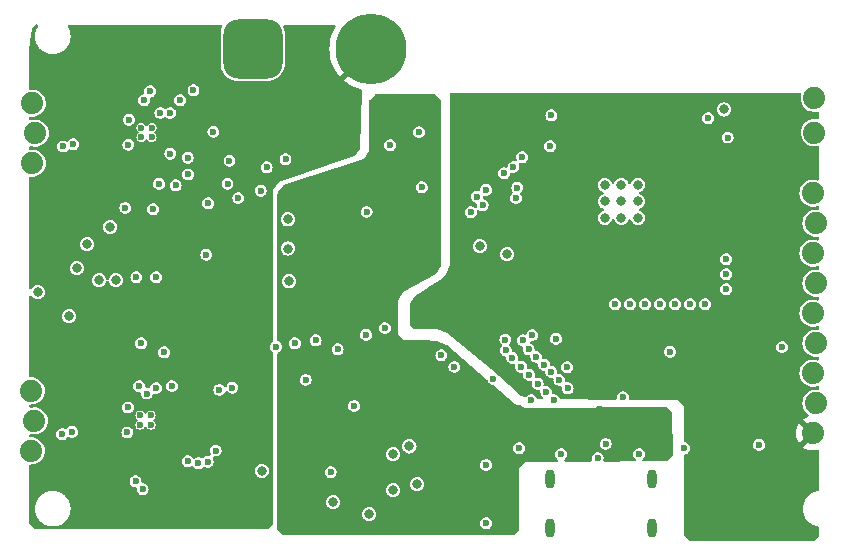
<source format=gbr>
%TF.GenerationSoftware,KiCad,Pcbnew,7.0.2*%
%TF.CreationDate,2023-10-03T18:08:59-04:00*%
%TF.ProjectId,mini_motor_go_V1_rev2,6d696e69-5f6d-46f7-946f-725f676f5f56,rev?*%
%TF.SameCoordinates,Original*%
%TF.FileFunction,Copper,L3,Inr*%
%TF.FilePolarity,Positive*%
%FSLAX46Y46*%
G04 Gerber Fmt 4.6, Leading zero omitted, Abs format (unit mm)*
G04 Created by KiCad (PCBNEW 7.0.2) date 2023-10-03 18:08:59*
%MOMM*%
%LPD*%
G01*
G04 APERTURE LIST*
G04 Aperture macros list*
%AMRoundRect*
0 Rectangle with rounded corners*
0 $1 Rounding radius*
0 $2 $3 $4 $5 $6 $7 $8 $9 X,Y pos of 4 corners*
0 Add a 4 corners polygon primitive as box body*
4,1,4,$2,$3,$4,$5,$6,$7,$8,$9,$2,$3,0*
0 Add four circle primitives for the rounded corners*
1,1,$1+$1,$2,$3*
1,1,$1+$1,$4,$5*
1,1,$1+$1,$6,$7*
1,1,$1+$1,$8,$9*
0 Add four rect primitives between the rounded corners*
20,1,$1+$1,$2,$3,$4,$5,0*
20,1,$1+$1,$4,$5,$6,$7,0*
20,1,$1+$1,$6,$7,$8,$9,0*
20,1,$1+$1,$8,$9,$2,$3,0*%
G04 Aperture macros list end*
%TA.AperFunction,ComponentPad*%
%ADD10O,0.800000X1.600000*%
%TD*%
%TA.AperFunction,ComponentPad*%
%ADD11C,0.600000*%
%TD*%
%TA.AperFunction,ComponentPad*%
%ADD12C,1.879600*%
%TD*%
%TA.AperFunction,ComponentPad*%
%ADD13RoundRect,1.250000X1.250000X1.250000X-1.250000X1.250000X-1.250000X-1.250000X1.250000X-1.250000X0*%
%TD*%
%TA.AperFunction,ComponentPad*%
%ADD14C,6.000000*%
%TD*%
%TA.AperFunction,ViaPad*%
%ADD15C,0.800000*%
%TD*%
%TA.AperFunction,ViaPad*%
%ADD16C,0.600000*%
%TD*%
G04 APERTURE END LIST*
D10*
%TO.N,unconnected-(J11-SHELL_GND-PadS1)*%
%TO.C,J11*%
X160053600Y-94650700D03*
%TO.N,unconnected-(J11-SHELL_GND-PadS2)*%
X168703600Y-90450700D03*
%TO.N,unconnected-(J11-SHELL_GND-PadS3)*%
X160053600Y-90450700D03*
%TO.N,unconnected-(J11-SHELL_GND-PadS4)*%
X168703600Y-94650700D03*
%TD*%
D11*
%TO.N,GND*%
%TO.C,U2*%
X126381600Y-60736400D03*
X125481600Y-60736400D03*
X126381600Y-61536400D03*
X125481600Y-61536400D03*
%TD*%
D12*
%TO.N,Net-(U3-in+1)*%
%TO.C,J2*%
X116174213Y-88112054D03*
%TO.N,Net-(U5-V)*%
X116428213Y-85572054D03*
%TO.N,Net-(U3-in+2)*%
X116174213Y-83032054D03*
%TD*%
%TO.N,Net-(J10-Pin_1)*%
%TO.C,J10*%
X182475000Y-61157800D03*
%TO.N,Net-(J10-Pin_2)*%
X182475000Y-58262200D03*
%TD*%
D11*
%TO.N,GND*%
%TO.C,U5*%
X126289938Y-85094093D03*
X125389938Y-85094093D03*
X126289938Y-85894093D03*
X125389938Y-85894093D03*
%TD*%
D12*
%TO.N,Net-(U4-in+1)*%
%TO.C,J1*%
X116257000Y-63754000D03*
%TO.N,Net-(U2-V)*%
X116511000Y-61214000D03*
%TO.N,Net-(U4-in+2)*%
X116257000Y-58674000D03*
%TD*%
%TO.N,+3.3V*%
%TO.C,J9*%
X182344000Y-86610000D03*
%TO.N,+5V*%
X182598000Y-84070000D03*
%TO.N,GND*%
X182344000Y-81530000D03*
%TO.N,gpio8*%
X182598000Y-78990000D03*
%TO.N,gpio38*%
X182344000Y-76450000D03*
%TO.N,Net-(J9-Pin_6)*%
X182598000Y-73910000D03*
%TO.N,Net-(J9-Pin_7)*%
X182344000Y-71370000D03*
%TO.N,Net-(J9-Pin_8)*%
X182598000Y-68830000D03*
%TO.N,Net-(J9-Pin_9)*%
X182344000Y-66290000D03*
%TD*%
D13*
%TO.N,GND*%
%TO.C,J8*%
X134924420Y-54075621D03*
D14*
%TO.N,+BATT*%
X144924420Y-54075621D03*
%TD*%
D15*
%TO.N,GND*%
X138000000Y-73750000D03*
D16*
X157825500Y-78750000D03*
D15*
%TO.N,gpio8*%
X154144667Y-70779500D03*
%TO.N,m2_current_sense_u*%
X156464000Y-71460500D03*
%TO.N,scl*%
X144780000Y-93472000D03*
X146812000Y-91440000D03*
%TO.N,+3.3V*%
X148844000Y-90932000D03*
X148185362Y-87725395D03*
%TO.N,sda*%
X141732000Y-92456000D03*
X146812000Y-88392000D03*
%TO.N,GND*%
X135689493Y-89801810D03*
%TO.N,m2_enc_cs*%
X121920000Y-73660000D03*
%TO.N,+3.3V*%
X119380000Y-76708000D03*
%TO.N,enc_sda*%
X120037570Y-72644000D03*
%TO.N,GND*%
X123337570Y-73660000D03*
X116735000Y-74676000D03*
%TO.N,enc_scl*%
X120904000Y-70612000D03*
%TO.N,m1_enc_cs*%
X122851991Y-69148009D03*
D16*
%TO.N,+BATT*%
X122642802Y-86943201D03*
D15*
X125624500Y-65250000D03*
D16*
X123535134Y-89300134D03*
X122732800Y-62585600D03*
X122732800Y-61772800D03*
X122642802Y-86130401D03*
%TO.N,GND*%
X161544000Y-81026000D03*
X158328060Y-81671940D03*
X166274001Y-83563600D03*
D15*
X164740000Y-66980000D03*
D16*
X118782002Y-86689201D03*
X154686000Y-94234000D03*
D15*
X164740000Y-68380000D03*
D16*
X161590842Y-82809158D03*
X124401600Y-62188400D03*
X157628060Y-80971940D03*
X159044166Y-82433634D03*
D15*
X166140000Y-65580000D03*
D16*
X159590842Y-80809158D03*
X171450000Y-87884000D03*
X159778060Y-83121940D03*
D15*
X166140000Y-68380000D03*
D16*
X177800000Y-87600000D03*
X149250000Y-65786000D03*
X157480000Y-87884000D03*
X131000000Y-71500000D03*
X132956940Y-63543060D03*
X124351602Y-84426001D03*
D15*
X164735137Y-65597355D03*
D16*
X156878060Y-80221940D03*
D15*
X137900000Y-70975500D03*
X166140000Y-66980000D03*
D16*
X143500000Y-84300000D03*
X160419981Y-83809449D03*
D15*
X167540000Y-66980000D03*
D16*
X156342637Y-79578908D03*
D15*
X167540000Y-68380000D03*
X174800000Y-59200000D03*
D16*
X170264500Y-79712000D03*
X141524000Y-89900000D03*
X119727546Y-62136006D03*
X158496000Y-83820000D03*
X124311602Y-86546001D03*
X124441600Y-60068400D03*
X125301405Y-82618760D03*
X160890842Y-82109158D03*
X118872000Y-62331600D03*
X161036000Y-88392000D03*
X144559980Y-67875500D03*
D15*
X167540000Y-65580000D03*
D16*
X126238000Y-57658000D03*
X158283364Y-79501678D03*
X167640000Y-88392000D03*
X160200000Y-59700000D03*
X131114800Y-89013600D03*
X119637548Y-86493607D03*
X156322500Y-78680558D03*
X125730000Y-58420000D03*
D15*
X137900000Y-68500000D03*
D16*
X158940842Y-80159158D03*
X160190842Y-81409158D03*
X154686000Y-89300000D03*
%TO.N,+3.3V*%
X156000000Y-60300000D03*
X125476000Y-79006000D03*
X148500000Y-77100000D03*
X175000000Y-82600000D03*
X125072469Y-73406000D03*
X128778000Y-58420000D03*
X128071231Y-82616191D03*
X168539500Y-79712000D03*
X126746000Y-73406000D03*
X124129800Y-67538600D03*
%TO.N,Net-(U3-in-1)*%
X125000000Y-90673500D03*
X129427830Y-88977500D03*
%TO.N,Net-(U3-in+1)*%
X130327526Y-89152900D03*
X125600000Y-91350000D03*
%TO.N,Net-(U3-ref_1)*%
X131775200Y-88073800D03*
X132100000Y-82950000D03*
X125943348Y-83248850D03*
%TO.N,/motor_controls/standby*%
X127421731Y-79763000D03*
X126492000Y-67640200D03*
X127104261Y-59503500D03*
X126746000Y-82785101D03*
%TO.N,+5V*%
X160528000Y-87630000D03*
X150500000Y-67375500D03*
X169926000Y-86614000D03*
X157480000Y-84455000D03*
X139600000Y-65785500D03*
X156210000Y-87884000D03*
X164338000Y-84582000D03*
X168500000Y-85900000D03*
X152654000Y-87884000D03*
X141400000Y-67900000D03*
X168402000Y-87630000D03*
X155448000Y-84836000D03*
X150500000Y-61100000D03*
%TO.N,Net-(C11-Pad2)*%
X146558000Y-62230000D03*
X149000000Y-61111523D03*
%TO.N,m1_enc_cs*%
X175006000Y-71882000D03*
%TO.N,m2_enc_cs*%
X173228000Y-75692000D03*
%TO.N,m2_uh*%
X158600000Y-78300000D03*
X146106940Y-77706940D03*
%TO.N,m2_ul*%
X140250000Y-78750000D03*
X168148000Y-75692000D03*
%TO.N,m2_vh*%
X144531940Y-78281940D03*
X160600000Y-78621500D03*
%TO.N,m2_vl*%
X136900000Y-79300000D03*
X170688000Y-75692000D03*
%TO.N,m2_wh*%
X165608000Y-75692000D03*
X142113440Y-79513440D03*
%TO.N,m2_wl*%
X138500000Y-79000000D03*
X169418000Y-75692000D03*
%TO.N,m1_uh*%
X131150000Y-67150000D03*
X127000000Y-65500000D03*
X154391439Y-67300500D03*
%TO.N,m1_ul*%
X157200000Y-66700000D03*
X132789823Y-65500000D03*
X127939800Y-62941200D03*
%TO.N,m1_vh*%
X133700000Y-66700000D03*
X128400000Y-65618700D03*
X153900000Y-66585969D03*
%TO.N,m1_vl*%
X157000000Y-64075500D03*
X137700000Y-63400000D03*
X127939800Y-59503500D03*
%TO.N,m1_wh*%
X135600000Y-66075500D03*
X129446099Y-64700000D03*
X154693060Y-66006940D03*
%TO.N,m1_wl*%
X136100000Y-64100000D03*
X156200000Y-64600000D03*
X131600000Y-61100000D03*
%TO.N,Net-(J11-DP1)*%
X164800000Y-87517500D03*
X164126101Y-88722573D03*
%TO.N,Net-(U1-EN)*%
X160100000Y-62300000D03*
X153400000Y-67900000D03*
%TO.N,m2_current_sense_u*%
X133200000Y-82750000D03*
%TO.N,gpio8*%
X171958000Y-75692000D03*
%TO.N,m2_current_sense_w*%
X139400000Y-82100000D03*
X166878000Y-75692000D03*
%TO.N,m1_current_sense_w*%
X129908326Y-57568045D03*
X157734000Y-63246000D03*
%TO.N,m1_current_sense_u*%
X129421099Y-63280167D03*
X157325503Y-65828100D03*
%TO.N,enc_scl*%
X175006000Y-73152000D03*
%TO.N,enc_sda*%
X175006000Y-74422000D03*
%TO.N,sda*%
X175125750Y-61574250D03*
X173482000Y-59930500D03*
%TO.N,gpio8*%
X152000000Y-81000000D03*
X155299500Y-82000000D03*
%TO.N,gpio38*%
X179750000Y-79315500D03*
X150900000Y-80010000D03*
%TD*%
%TA.AperFunction,Conductor*%
%TO.N,+BATT*%
G36*
X116628908Y-52000996D02*
G01*
X116695895Y-52020857D01*
X116741511Y-52073781D01*
X116751273Y-52142965D01*
X116726438Y-52201156D01*
X116726416Y-52201183D01*
X116721314Y-52213768D01*
X116675825Y-52283393D01*
X116671153Y-52294046D01*
X116664532Y-52301922D01*
X116654798Y-52330277D01*
X116651073Y-52339823D01*
X116600686Y-52454695D01*
X116596186Y-52463901D01*
X116583570Y-52487213D01*
X116580610Y-52500465D01*
X116575936Y-52511119D01*
X116573083Y-52522388D01*
X116567849Y-52531246D01*
X116562914Y-52560820D01*
X116560811Y-52570850D01*
X116530012Y-52692471D01*
X116527088Y-52702290D01*
X116518483Y-52727354D01*
X116517745Y-52740912D01*
X116514891Y-52752181D01*
X116513931Y-52763765D01*
X116510228Y-52773357D01*
X116510229Y-52803323D01*
X116509805Y-52813564D01*
X116499443Y-52938604D01*
X116498176Y-52948770D01*
X116493813Y-52974918D01*
X116495317Y-52988412D01*
X116494357Y-53000000D01*
X116495317Y-53011585D01*
X116493243Y-53021662D01*
X116498176Y-53051227D01*
X116499443Y-53061394D01*
X116509805Y-53186435D01*
X116510229Y-53196676D01*
X116510229Y-53223175D01*
X116513931Y-53236234D01*
X116514891Y-53247816D01*
X116517745Y-53259088D01*
X116517358Y-53269364D01*
X116527087Y-53297704D01*
X116530010Y-53307524D01*
X116560811Y-53429151D01*
X116562915Y-53439182D01*
X116567278Y-53465330D01*
X116573082Y-53477607D01*
X116575938Y-53488885D01*
X116580609Y-53499534D01*
X116581919Y-53509734D01*
X116596183Y-53536092D01*
X116600684Y-53545299D01*
X116651075Y-53660180D01*
X116654800Y-53669727D01*
X116663406Y-53694797D01*
X116671152Y-53705951D01*
X116675827Y-53716608D01*
X116682185Y-53726340D01*
X116685156Y-53736185D01*
X116703561Y-53759832D01*
X116709511Y-53768165D01*
X116745778Y-53823676D01*
X116778142Y-53873212D01*
X116783387Y-53882016D01*
X116796001Y-53905324D01*
X116805476Y-53915050D01*
X116811834Y-53924783D01*
X116811835Y-53924784D01*
X116811836Y-53924785D01*
X116819706Y-53933334D01*
X116824258Y-53942557D01*
X116846302Y-53962850D01*
X116853544Y-53970092D01*
X116938538Y-54062420D01*
X116945156Y-54070234D01*
X116961434Y-54091149D01*
X116972380Y-54099182D01*
X116980256Y-54107738D01*
X116989425Y-54114875D01*
X116995435Y-54123224D01*
X117020521Y-54139614D01*
X117028863Y-54145570D01*
X117127882Y-54222640D01*
X117135701Y-54229263D01*
X117155198Y-54247211D01*
X117167317Y-54253334D01*
X117169883Y-54255331D01*
X117176491Y-54260474D01*
X117176495Y-54260476D01*
X117186719Y-54266009D01*
X117194018Y-54273253D01*
X117221452Y-54285287D01*
X117230635Y-54289775D01*
X117341039Y-54349522D01*
X117349828Y-54354760D01*
X117372012Y-54369253D01*
X117384964Y-54373294D01*
X117395190Y-54378828D01*
X117395193Y-54378829D01*
X117395195Y-54378830D01*
X117406179Y-54382601D01*
X117414569Y-54388544D01*
X117443613Y-54395899D01*
X117453436Y-54398824D01*
X117572133Y-54439573D01*
X117581680Y-54443298D01*
X117605943Y-54453940D01*
X117619391Y-54455796D01*
X117630386Y-54459571D01*
X117638533Y-54460930D01*
X117641843Y-54461483D01*
X117651093Y-54465962D01*
X117680939Y-54468435D01*
X117691093Y-54469701D01*
X117814928Y-54490365D01*
X117824942Y-54492465D01*
X117850626Y-54498969D01*
X117864195Y-54498586D01*
X117875665Y-54500500D01*
X117875667Y-54500500D01*
X117887298Y-54500500D01*
X117897169Y-54503398D01*
X117927029Y-54500924D01*
X117937270Y-54500500D01*
X118062730Y-54500500D01*
X118072971Y-54500924D01*
X118099372Y-54503111D01*
X118112702Y-54500500D01*
X118124333Y-54500500D01*
X118124335Y-54500500D01*
X118135804Y-54498586D01*
X118146015Y-54499820D01*
X118175054Y-54492466D01*
X118185070Y-54490365D01*
X118308909Y-54469700D01*
X118319061Y-54468435D01*
X118345454Y-54466248D01*
X118358156Y-54461483D01*
X118360214Y-54461139D01*
X118369614Y-54459571D01*
X118380604Y-54455797D01*
X118390879Y-54455333D01*
X118418313Y-54443300D01*
X118427853Y-54439577D01*
X118546570Y-54398821D01*
X118556390Y-54395898D01*
X118582069Y-54389395D01*
X118593816Y-54382601D01*
X118604810Y-54378828D01*
X118615028Y-54373297D01*
X118625086Y-54371149D01*
X118650166Y-54354763D01*
X118658946Y-54349530D01*
X118769356Y-54289780D01*
X118778551Y-54285285D01*
X118802809Y-54274644D01*
X118813282Y-54266008D01*
X118823509Y-54260474D01*
X118832679Y-54253336D01*
X118842248Y-54249560D01*
X118864289Y-54229270D01*
X118872103Y-54222651D01*
X118971149Y-54145560D01*
X118979484Y-54139609D01*
X119001665Y-54125117D01*
X119010573Y-54114876D01*
X119010576Y-54114874D01*
X119019744Y-54107738D01*
X119027617Y-54099184D01*
X119036434Y-54093885D01*
X119054837Y-54070242D01*
X119061461Y-54062421D01*
X119146467Y-53970079D01*
X119153704Y-53962843D01*
X119173189Y-53944906D01*
X119180290Y-53933337D01*
X119188164Y-53924785D01*
X119194523Y-53915050D01*
X119202346Y-53908373D01*
X119216605Y-53882027D01*
X119221851Y-53873223D01*
X119221858Y-53873212D01*
X119290495Y-53768155D01*
X119296445Y-53759822D01*
X119312712Y-53738922D01*
X119317814Y-53726339D01*
X119324173Y-53716607D01*
X119325972Y-53712507D01*
X119328845Y-53705956D01*
X119335462Y-53698082D01*
X119345189Y-53669749D01*
X119348915Y-53660200D01*
X119348924Y-53660180D01*
X119399329Y-53545267D01*
X119403823Y-53536076D01*
X119416430Y-53512780D01*
X119419392Y-53499529D01*
X119424063Y-53488881D01*
X119426916Y-53477614D01*
X119432147Y-53468757D01*
X119437079Y-53439205D01*
X119439175Y-53429205D01*
X119469998Y-53307487D01*
X119472916Y-53297689D01*
X119481514Y-53272642D01*
X119482256Y-53259083D01*
X119485107Y-53247824D01*
X119485108Y-53247821D01*
X119486067Y-53236236D01*
X119489771Y-53226639D01*
X119489771Y-53196676D01*
X119490195Y-53186436D01*
X119500557Y-53061382D01*
X119501824Y-53051212D01*
X119506185Y-53025077D01*
X119504683Y-53011581D01*
X119505643Y-53000000D01*
X119504683Y-52988416D01*
X119506756Y-52978341D01*
X119501824Y-52948785D01*
X119500557Y-52938615D01*
X119490195Y-52813563D01*
X119489771Y-52803323D01*
X119489770Y-52776831D01*
X119486067Y-52763763D01*
X119485108Y-52752179D01*
X119482256Y-52740916D01*
X119482642Y-52730638D01*
X119472915Y-52702305D01*
X119469993Y-52692495D01*
X119439180Y-52570817D01*
X119437080Y-52560798D01*
X119432719Y-52534665D01*
X119426915Y-52522383D01*
X119424063Y-52511119D01*
X119419389Y-52500465D01*
X119418079Y-52490263D01*
X119403818Y-52463911D01*
X119399317Y-52454704D01*
X119348917Y-52339803D01*
X119345191Y-52330255D01*
X119336589Y-52305199D01*
X119328844Y-52294042D01*
X119324173Y-52283393D01*
X119278685Y-52213768D01*
X119276503Y-52210429D01*
X119263790Y-52168304D01*
X119253962Y-52143395D01*
X119267526Y-52074854D01*
X119315993Y-52024528D01*
X119377782Y-52008222D01*
X129562500Y-52035000D01*
X132242000Y-52042044D01*
X132308982Y-52061904D01*
X132354598Y-52114828D01*
X132364360Y-52184013D01*
X132357186Y-52211118D01*
X132279457Y-52410319D01*
X132230126Y-52645589D01*
X132224039Y-52743626D01*
X132224038Y-52743644D01*
X132223920Y-52745552D01*
X132223920Y-52747485D01*
X132223920Y-52747486D01*
X132223920Y-55403753D01*
X132223920Y-55403785D01*
X132223921Y-55405689D01*
X132224039Y-55407595D01*
X132224040Y-55407617D01*
X132230126Y-55505652D01*
X132279457Y-55740922D01*
X132366836Y-55964855D01*
X132489889Y-56171365D01*
X132645246Y-56354794D01*
X132828675Y-56510151D01*
X132828679Y-56510153D01*
X132828680Y-56510154D01*
X133035182Y-56633203D01*
X133259121Y-56720584D01*
X133494389Y-56769915D01*
X133594351Y-56776121D01*
X136254488Y-56776120D01*
X136354451Y-56769915D01*
X136589719Y-56720584D01*
X136813658Y-56633203D01*
X137020160Y-56510154D01*
X137203593Y-56354794D01*
X137358953Y-56171361D01*
X137482002Y-55964859D01*
X137569383Y-55740920D01*
X137618714Y-55505652D01*
X137624920Y-55405690D01*
X137624919Y-52745553D01*
X137618714Y-52645590D01*
X137569383Y-52410322D01*
X137497162Y-52225236D01*
X137491131Y-52155630D01*
X137523691Y-52093811D01*
X137584503Y-52059408D01*
X137612994Y-52056165D01*
X141827354Y-52067245D01*
X141894337Y-52087105D01*
X141939953Y-52140029D01*
X141949715Y-52209214D01*
X141931020Y-52258778D01*
X141890940Y-52320496D01*
X141887697Y-52326113D01*
X141724096Y-52647196D01*
X141721459Y-52653120D01*
X141592313Y-52989555D01*
X141590316Y-52995701D01*
X141497046Y-53343789D01*
X141495695Y-53350148D01*
X141439324Y-53706063D01*
X141438647Y-53712507D01*
X141419787Y-54072377D01*
X141419787Y-54078864D01*
X141438647Y-54438734D01*
X141439324Y-54445178D01*
X141495695Y-54801093D01*
X141497046Y-54807452D01*
X141590316Y-55155540D01*
X141592313Y-55161686D01*
X141721459Y-55498121D01*
X141724096Y-55504045D01*
X141887697Y-55825129D01*
X141890943Y-55830750D01*
X142087203Y-56132964D01*
X142091020Y-56138218D01*
X142277717Y-56368768D01*
X144062768Y-54583717D01*
X144129566Y-54690884D01*
X144269688Y-54838292D01*
X144414505Y-54939088D01*
X142631271Y-56722322D01*
X142861822Y-56909020D01*
X142867076Y-56912837D01*
X143169290Y-57109097D01*
X143174911Y-57112343D01*
X143495995Y-57275944D01*
X143501919Y-57278581D01*
X143838354Y-57407727D01*
X143844504Y-57409725D01*
X144058291Y-57467009D01*
X144117952Y-57503374D01*
X144148481Y-57566221D01*
X144140718Y-57631140D01*
X144140747Y-57631150D01*
X144140702Y-57631275D01*
X144140186Y-57635596D01*
X144137654Y-57639909D01*
X144134133Y-57649881D01*
X144029713Y-62453191D01*
X144008576Y-62519787D01*
X144005920Y-62523574D01*
X143568259Y-63123539D01*
X143512847Y-63166098D01*
X143508504Y-63167687D01*
X137124686Y-65369004D01*
X136652000Y-66031998D01*
X136652000Y-78796724D01*
X136632315Y-78863763D01*
X136595040Y-78901039D01*
X136568871Y-78917856D01*
X136474623Y-79026625D01*
X136414834Y-79157542D01*
X136394353Y-79300000D01*
X136414834Y-79442457D01*
X136474623Y-79573374D01*
X136568870Y-79682142D01*
X136568872Y-79682143D01*
X136595037Y-79698958D01*
X136640793Y-79751759D01*
X136652000Y-79803274D01*
X136652000Y-94198638D01*
X136632315Y-94265677D01*
X136615681Y-94286319D01*
X136188319Y-94713681D01*
X136126996Y-94747166D01*
X136100638Y-94750000D01*
X118112640Y-94750000D01*
X118104450Y-94747595D01*
X118080830Y-94750000D01*
X117919169Y-94750000D01*
X117904887Y-94745806D01*
X117887360Y-94750000D01*
X116551362Y-94750000D01*
X116484323Y-94730315D01*
X116463681Y-94713681D01*
X116036319Y-94286319D01*
X116002834Y-94224996D01*
X116000000Y-94198638D01*
X116000000Y-93021662D01*
X116493243Y-93021662D01*
X116498176Y-93051227D01*
X116499443Y-93061394D01*
X116509805Y-93186435D01*
X116510229Y-93196676D01*
X116510229Y-93223175D01*
X116513931Y-93236234D01*
X116514891Y-93247816D01*
X116517745Y-93259088D01*
X116517358Y-93269364D01*
X116527087Y-93297704D01*
X116530010Y-93307524D01*
X116560811Y-93429151D01*
X116562915Y-93439182D01*
X116567278Y-93465330D01*
X116573082Y-93477607D01*
X116575938Y-93488885D01*
X116580609Y-93499534D01*
X116581919Y-93509734D01*
X116596183Y-93536092D01*
X116600684Y-93545299D01*
X116651075Y-93660180D01*
X116654800Y-93669727D01*
X116663406Y-93694797D01*
X116671152Y-93705951D01*
X116675827Y-93716608D01*
X116682185Y-93726340D01*
X116685156Y-93736185D01*
X116703561Y-93759832D01*
X116709516Y-93768172D01*
X116778142Y-93873212D01*
X116783387Y-93882016D01*
X116796001Y-93905324D01*
X116805476Y-93915050D01*
X116811834Y-93924783D01*
X116811835Y-93924784D01*
X116811836Y-93924785D01*
X116819706Y-93933334D01*
X116824258Y-93942557D01*
X116846302Y-93962850D01*
X116853544Y-93970092D01*
X116938538Y-94062420D01*
X116945156Y-94070234D01*
X116961434Y-94091149D01*
X116972380Y-94099182D01*
X116980256Y-94107738D01*
X116989425Y-94114875D01*
X116995435Y-94123224D01*
X117020521Y-94139614D01*
X117028863Y-94145570D01*
X117127882Y-94222640D01*
X117135701Y-94229263D01*
X117155198Y-94247211D01*
X117167317Y-94253334D01*
X117169883Y-94255331D01*
X117176491Y-94260474D01*
X117186715Y-94266007D01*
X117186719Y-94266009D01*
X117194018Y-94273253D01*
X117221452Y-94285287D01*
X117230635Y-94289775D01*
X117341039Y-94349522D01*
X117349828Y-94354760D01*
X117372012Y-94369253D01*
X117384964Y-94373294D01*
X117395190Y-94378828D01*
X117395193Y-94378829D01*
X117395195Y-94378830D01*
X117406179Y-94382601D01*
X117414569Y-94388544D01*
X117443613Y-94395899D01*
X117453436Y-94398824D01*
X117572133Y-94439573D01*
X117581680Y-94443298D01*
X117605943Y-94453940D01*
X117619391Y-94455796D01*
X117630386Y-94459571D01*
X117638533Y-94460930D01*
X117641843Y-94461483D01*
X117651093Y-94465962D01*
X117680939Y-94468435D01*
X117691093Y-94469701D01*
X117814928Y-94490365D01*
X117824942Y-94492465D01*
X117850626Y-94498969D01*
X117864195Y-94498586D01*
X117875665Y-94500500D01*
X117875667Y-94500500D01*
X117887298Y-94500500D01*
X117899701Y-94504142D01*
X117908928Y-94502424D01*
X117927029Y-94500924D01*
X117937270Y-94500500D01*
X118062730Y-94500500D01*
X118072971Y-94500924D01*
X118091071Y-94502424D01*
X118095050Y-94503959D01*
X118112702Y-94500500D01*
X118124333Y-94500500D01*
X118124335Y-94500500D01*
X118135804Y-94498586D01*
X118146015Y-94499820D01*
X118175054Y-94492466D01*
X118185070Y-94490365D01*
X118308909Y-94469700D01*
X118319061Y-94468435D01*
X118345454Y-94466248D01*
X118358156Y-94461483D01*
X118360214Y-94461139D01*
X118369614Y-94459571D01*
X118380604Y-94455797D01*
X118390879Y-94455333D01*
X118418313Y-94443300D01*
X118427853Y-94439577D01*
X118546570Y-94398821D01*
X118556390Y-94395898D01*
X118582069Y-94389395D01*
X118593816Y-94382601D01*
X118604810Y-94378828D01*
X118615028Y-94373297D01*
X118625086Y-94371149D01*
X118650166Y-94354763D01*
X118658946Y-94349530D01*
X118769356Y-94289780D01*
X118778551Y-94285285D01*
X118802809Y-94274644D01*
X118813282Y-94266008D01*
X118823509Y-94260474D01*
X118832679Y-94253336D01*
X118842248Y-94249560D01*
X118864289Y-94229270D01*
X118872103Y-94222651D01*
X118971149Y-94145560D01*
X118979484Y-94139609D01*
X119001665Y-94125117D01*
X119010573Y-94114876D01*
X119010576Y-94114874D01*
X119019744Y-94107738D01*
X119027617Y-94099184D01*
X119036434Y-94093885D01*
X119054837Y-94070242D01*
X119061461Y-94062421D01*
X119146467Y-93970079D01*
X119153704Y-93962843D01*
X119173189Y-93944906D01*
X119180290Y-93933337D01*
X119188164Y-93924785D01*
X119194523Y-93915050D01*
X119202346Y-93908373D01*
X119216605Y-93882027D01*
X119221851Y-93873223D01*
X119235992Y-93851578D01*
X119290495Y-93768155D01*
X119296445Y-93759822D01*
X119312712Y-93738922D01*
X119317814Y-93726339D01*
X119324173Y-93716607D01*
X119328844Y-93705956D01*
X119335462Y-93698082D01*
X119345189Y-93669749D01*
X119348915Y-93660200D01*
X119362705Y-93628762D01*
X119399329Y-93545267D01*
X119403823Y-93536076D01*
X119416430Y-93512780D01*
X119419392Y-93499529D01*
X119424063Y-93488881D01*
X119426916Y-93477614D01*
X119432147Y-93468757D01*
X119437079Y-93439205D01*
X119439175Y-93429205D01*
X119469998Y-93307487D01*
X119472916Y-93297689D01*
X119481514Y-93272642D01*
X119482256Y-93259083D01*
X119485107Y-93247824D01*
X119485108Y-93247821D01*
X119486067Y-93236236D01*
X119489771Y-93226639D01*
X119489771Y-93196676D01*
X119490195Y-93186436D01*
X119500557Y-93061382D01*
X119501824Y-93051212D01*
X119506185Y-93025077D01*
X119504683Y-93011581D01*
X119505643Y-93000000D01*
X119504683Y-92988416D01*
X119506756Y-92978341D01*
X119501824Y-92948785D01*
X119500557Y-92938615D01*
X119490195Y-92813563D01*
X119489771Y-92803323D01*
X119489770Y-92776831D01*
X119486067Y-92763763D01*
X119485108Y-92752179D01*
X119482256Y-92740916D01*
X119482642Y-92730638D01*
X119472915Y-92702305D01*
X119469993Y-92692495D01*
X119439180Y-92570817D01*
X119437080Y-92560798D01*
X119432719Y-92534665D01*
X119426915Y-92522383D01*
X119424063Y-92511119D01*
X119419389Y-92500465D01*
X119418079Y-92490263D01*
X119403818Y-92463911D01*
X119399317Y-92454704D01*
X119348917Y-92339803D01*
X119345191Y-92330255D01*
X119336589Y-92305199D01*
X119328844Y-92294042D01*
X119324172Y-92283390D01*
X119317813Y-92273657D01*
X119314841Y-92263812D01*
X119296440Y-92240170D01*
X119290491Y-92231840D01*
X119221844Y-92126766D01*
X119216608Y-92117978D01*
X119203999Y-92094678D01*
X119194522Y-92084947D01*
X119188164Y-92075215D01*
X119180291Y-92066663D01*
X119175739Y-92057440D01*
X119153696Y-92037148D01*
X119146455Y-92029907D01*
X119061457Y-91937575D01*
X119054842Y-91929764D01*
X119038567Y-91908854D01*
X119027616Y-91900813D01*
X119019747Y-91892265D01*
X119019746Y-91892264D01*
X119019744Y-91892262D01*
X119010569Y-91885121D01*
X119004561Y-91876772D01*
X118979475Y-91860383D01*
X118971140Y-91854432D01*
X118872117Y-91777359D01*
X118864298Y-91770737D01*
X118844802Y-91752790D01*
X118832681Y-91746665D01*
X118823509Y-91739526D01*
X118823508Y-91739525D01*
X118813279Y-91733990D01*
X118805980Y-91726745D01*
X118778540Y-91714709D01*
X118769344Y-91710213D01*
X118658975Y-91650484D01*
X118650176Y-91645241D01*
X118628000Y-91630753D01*
X118615032Y-91626704D01*
X118604810Y-91621172D01*
X118604804Y-91621170D01*
X118593816Y-91617397D01*
X118585422Y-91611452D01*
X118556378Y-91604097D01*
X118546557Y-91601173D01*
X118427872Y-91560428D01*
X118418326Y-91556703D01*
X118394065Y-91546061D01*
X118380609Y-91544203D01*
X118369615Y-91540429D01*
X118358151Y-91538516D01*
X118348894Y-91534033D01*
X118319038Y-91531559D01*
X118308871Y-91530292D01*
X118185098Y-91509639D01*
X118175067Y-91507536D01*
X118149382Y-91501031D01*
X118135808Y-91501414D01*
X118124335Y-91499500D01*
X118112702Y-91499500D01*
X118102830Y-91496601D01*
X118072967Y-91499076D01*
X118062727Y-91499500D01*
X117937273Y-91499500D01*
X117927033Y-91499076D01*
X117900628Y-91496887D01*
X117887298Y-91499500D01*
X117875664Y-91499500D01*
X117864193Y-91501414D01*
X117853978Y-91500179D01*
X117824927Y-91507536D01*
X117814898Y-91509639D01*
X117691129Y-91530292D01*
X117680962Y-91531559D01*
X117654561Y-91533747D01*
X117641849Y-91538515D01*
X117630384Y-91540428D01*
X117619385Y-91544204D01*
X117609115Y-91544667D01*
X117581668Y-91556706D01*
X117572122Y-91560430D01*
X117453445Y-91601172D01*
X117443624Y-91604096D01*
X117417939Y-91610600D01*
X117406184Y-91617397D01*
X117395193Y-91621170D01*
X117384966Y-91626705D01*
X117374906Y-91628853D01*
X117349817Y-91645245D01*
X117341015Y-91650490D01*
X117230670Y-91710206D01*
X117221464Y-91714706D01*
X117197195Y-91725351D01*
X117186722Y-91733989D01*
X117176490Y-91739526D01*
X117167314Y-91746668D01*
X117157743Y-91750443D01*
X117135687Y-91770747D01*
X117127868Y-91777369D01*
X117028865Y-91854426D01*
X117020527Y-91860380D01*
X116998341Y-91874875D01*
X116989431Y-91885121D01*
X116980253Y-91892264D01*
X116972379Y-91900818D01*
X116963562Y-91906115D01*
X116945153Y-91929768D01*
X116938531Y-91937587D01*
X116853556Y-92029895D01*
X116846310Y-92037141D01*
X116826812Y-92055090D01*
X116819711Y-92066659D01*
X116811837Y-92075213D01*
X116805473Y-92084953D01*
X116797649Y-92091629D01*
X116783384Y-92117989D01*
X116778139Y-92126792D01*
X116709520Y-92231821D01*
X116703565Y-92240160D01*
X116687290Y-92261070D01*
X116682187Y-92273657D01*
X116675825Y-92283394D01*
X116671153Y-92294046D01*
X116664532Y-92301922D01*
X116654798Y-92330277D01*
X116651073Y-92339823D01*
X116600686Y-92454695D01*
X116596186Y-92463901D01*
X116583570Y-92487213D01*
X116580610Y-92500465D01*
X116575936Y-92511119D01*
X116573083Y-92522388D01*
X116567849Y-92531246D01*
X116562914Y-92560820D01*
X116560811Y-92570850D01*
X116530012Y-92692471D01*
X116527088Y-92702290D01*
X116518483Y-92727354D01*
X116517745Y-92740912D01*
X116514891Y-92752181D01*
X116513931Y-92763765D01*
X116510228Y-92773357D01*
X116510229Y-92803323D01*
X116509805Y-92813564D01*
X116499443Y-92938604D01*
X116498176Y-92948770D01*
X116493813Y-92974918D01*
X116495317Y-92988412D01*
X116494357Y-93000000D01*
X116495317Y-93011585D01*
X116493243Y-93021662D01*
X116000000Y-93021662D01*
X116000000Y-90673500D01*
X124494353Y-90673500D01*
X124514834Y-90815957D01*
X124574623Y-90946874D01*
X124592806Y-90967858D01*
X124668872Y-91055643D01*
X124789947Y-91133453D01*
X124928039Y-91174000D01*
X124976554Y-91174000D01*
X125043593Y-91193685D01*
X125089348Y-91246489D01*
X125099292Y-91315646D01*
X125094353Y-91349999D01*
X125114834Y-91492457D01*
X125174623Y-91623374D01*
X125268870Y-91732141D01*
X125268872Y-91732143D01*
X125389947Y-91809953D01*
X125528039Y-91850500D01*
X125671961Y-91850500D01*
X125810053Y-91809953D01*
X125931128Y-91732143D01*
X126025377Y-91623373D01*
X126085165Y-91492457D01*
X126105647Y-91350000D01*
X126085165Y-91207543D01*
X126078836Y-91193685D01*
X126025376Y-91076625D01*
X125931129Y-90967858D01*
X125931128Y-90967857D01*
X125810053Y-90890047D01*
X125671961Y-90849500D01*
X125623445Y-90849500D01*
X125556406Y-90829815D01*
X125510651Y-90777011D01*
X125500707Y-90707855D01*
X125505647Y-90673500D01*
X125485165Y-90531043D01*
X125425377Y-90400127D01*
X125425376Y-90400126D01*
X125425376Y-90400125D01*
X125331129Y-90291358D01*
X125331128Y-90291357D01*
X125210053Y-90213547D01*
X125071961Y-90173000D01*
X124928039Y-90173000D01*
X124789947Y-90213547D01*
X124668870Y-90291358D01*
X124574623Y-90400125D01*
X124514834Y-90531042D01*
X124494353Y-90673500D01*
X116000000Y-90673500D01*
X116000000Y-89801809D01*
X135083810Y-89801809D01*
X135104449Y-89958572D01*
X135164956Y-90104650D01*
X135261210Y-90230092D01*
X135386616Y-90326318D01*
X135386652Y-90326346D01*
X135532731Y-90386854D01*
X135689493Y-90407492D01*
X135846255Y-90386854D01*
X135992334Y-90326346D01*
X136117775Y-90230092D01*
X136214029Y-90104651D01*
X136274537Y-89958572D01*
X136295175Y-89801810D01*
X136274537Y-89645048D01*
X136214029Y-89498969D01*
X136197939Y-89478000D01*
X136117775Y-89373527D01*
X135992333Y-89277273D01*
X135846255Y-89216766D01*
X135689493Y-89196127D01*
X135532730Y-89216766D01*
X135386652Y-89277273D01*
X135261210Y-89373527D01*
X135164956Y-89498969D01*
X135104449Y-89645047D01*
X135083810Y-89801809D01*
X116000000Y-89801809D01*
X116000000Y-89376354D01*
X116019685Y-89309315D01*
X116072489Y-89263560D01*
X116124000Y-89252354D01*
X116279875Y-89252354D01*
X116279877Y-89252354D01*
X116487608Y-89213522D01*
X116684666Y-89137182D01*
X116864341Y-89025931D01*
X116917469Y-88977499D01*
X128922183Y-88977499D01*
X128942664Y-89119957D01*
X129002453Y-89250874D01*
X129096700Y-89359641D01*
X129096702Y-89359643D01*
X129217777Y-89437453D01*
X129355869Y-89478000D01*
X129499791Y-89478000D01*
X129637883Y-89437453D01*
X129725750Y-89380983D01*
X129792786Y-89361300D01*
X129859826Y-89380984D01*
X129888715Y-89414323D01*
X129890474Y-89412800D01*
X129946970Y-89478000D01*
X129996398Y-89535043D01*
X130117473Y-89612853D01*
X130255565Y-89653400D01*
X130399487Y-89653400D01*
X130537579Y-89612853D01*
X130658654Y-89535043D01*
X130710537Y-89475165D01*
X130769315Y-89437390D01*
X130839184Y-89437389D01*
X130871287Y-89452049D01*
X130904747Y-89473553D01*
X131042839Y-89514100D01*
X131186761Y-89514100D01*
X131324853Y-89473553D01*
X131445928Y-89395743D01*
X131540177Y-89286973D01*
X131599965Y-89156057D01*
X131620447Y-89013600D01*
X131599965Y-88871143D01*
X131540207Y-88740293D01*
X131530264Y-88671138D01*
X131559288Y-88607582D01*
X131618066Y-88569807D01*
X131687936Y-88569807D01*
X131703238Y-88574300D01*
X131703239Y-88574300D01*
X131847161Y-88574300D01*
X131985253Y-88533753D01*
X132106328Y-88455943D01*
X132200577Y-88347173D01*
X132260365Y-88216257D01*
X132280847Y-88073800D01*
X132260365Y-87931343D01*
X132237902Y-87882157D01*
X132200576Y-87800425D01*
X132106329Y-87691658D01*
X132106328Y-87691657D01*
X131985253Y-87613847D01*
X131847161Y-87573300D01*
X131703239Y-87573300D01*
X131565147Y-87613847D01*
X131444070Y-87691658D01*
X131349823Y-87800425D01*
X131290034Y-87931342D01*
X131269553Y-88073799D01*
X131290034Y-88216257D01*
X131349791Y-88347103D01*
X131359735Y-88416261D01*
X131330710Y-88479817D01*
X131271933Y-88517592D01*
X131202065Y-88517593D01*
X131186762Y-88513100D01*
X131186761Y-88513100D01*
X131042839Y-88513100D01*
X130904747Y-88553647D01*
X130783671Y-88631457D01*
X130731787Y-88691335D01*
X130673009Y-88729109D01*
X130603139Y-88729109D01*
X130571035Y-88714448D01*
X130554972Y-88704125D01*
X130537579Y-88692947D01*
X130399487Y-88652400D01*
X130255565Y-88652400D01*
X130117471Y-88692947D01*
X130029606Y-88749414D01*
X129962567Y-88769098D01*
X129895527Y-88749413D01*
X129866641Y-88716075D01*
X129864882Y-88717600D01*
X129758959Y-88595358D01*
X129758958Y-88595357D01*
X129637883Y-88517547D01*
X129499791Y-88477000D01*
X129355869Y-88477000D01*
X129217777Y-88517547D01*
X129096700Y-88595358D01*
X129002453Y-88704125D01*
X128942664Y-88835042D01*
X128922183Y-88977499D01*
X116917469Y-88977499D01*
X117020515Y-88883560D01*
X117147869Y-88714916D01*
X117242066Y-88525743D01*
X117244385Y-88517593D01*
X117299899Y-88322483D01*
X117309742Y-88216257D01*
X117319398Y-88112054D01*
X117299899Y-87901627D01*
X117299899Y-87901624D01*
X117242067Y-87698366D01*
X117147869Y-87509192D01*
X117020514Y-87340546D01*
X116864343Y-87198178D01*
X116684664Y-87086925D01*
X116487608Y-87010586D01*
X116462824Y-87005953D01*
X116279877Y-86971754D01*
X116124000Y-86971754D01*
X116056961Y-86952069D01*
X116011206Y-86899265D01*
X116000000Y-86847754D01*
X116000000Y-86801386D01*
X116019685Y-86734347D01*
X116072489Y-86688592D01*
X116141647Y-86678648D01*
X116146751Y-86679491D01*
X116322549Y-86712354D01*
X116322551Y-86712354D01*
X116533875Y-86712354D01*
X116533877Y-86712354D01*
X116657734Y-86689201D01*
X118276355Y-86689201D01*
X118296836Y-86831658D01*
X118356625Y-86962575D01*
X118450872Y-87071342D01*
X118450874Y-87071344D01*
X118571949Y-87149154D01*
X118710041Y-87189701D01*
X118853963Y-87189701D01*
X118992055Y-87149154D01*
X119113130Y-87071344D01*
X119199425Y-86971754D01*
X119219054Y-86949101D01*
X119222293Y-86951907D01*
X119246776Y-86923633D01*
X119313809Y-86903925D01*
X119380853Y-86923585D01*
X119427495Y-86953560D01*
X119565587Y-86994107D01*
X119709509Y-86994107D01*
X119847601Y-86953560D01*
X119968676Y-86875750D01*
X120062925Y-86766980D01*
X120122713Y-86636064D01*
X120135662Y-86546000D01*
X123805955Y-86546000D01*
X123826436Y-86688458D01*
X123886225Y-86819375D01*
X123976544Y-86923609D01*
X123980474Y-86928144D01*
X124101549Y-87005954D01*
X124239641Y-87046501D01*
X124383563Y-87046501D01*
X124521655Y-87005954D01*
X124642730Y-86928144D01*
X124736979Y-86819374D01*
X124796767Y-86688458D01*
X124817249Y-86546001D01*
X124796767Y-86403544D01*
X124773312Y-86352186D01*
X124746510Y-86293498D01*
X124736979Y-86272628D01*
X124736978Y-86272627D01*
X124736978Y-86272626D01*
X124642731Y-86163859D01*
X124642730Y-86163858D01*
X124521655Y-86086048D01*
X124383563Y-86045501D01*
X124239641Y-86045501D01*
X124101549Y-86086048D01*
X123980472Y-86163859D01*
X123886225Y-86272626D01*
X123826436Y-86403543D01*
X123805955Y-86546000D01*
X120135662Y-86546000D01*
X120143195Y-86493607D01*
X120122713Y-86351150D01*
X120119247Y-86343561D01*
X120062924Y-86220232D01*
X119968677Y-86111465D01*
X119968676Y-86111464D01*
X119847601Y-86033654D01*
X119709509Y-85993107D01*
X119565587Y-85993107D01*
X119427495Y-86033654D01*
X119306418Y-86111465D01*
X119200496Y-86233707D01*
X119197256Y-86230900D01*
X119172720Y-86259208D01*
X119105677Y-86278882D01*
X119038658Y-86259198D01*
X118992055Y-86229248D01*
X118853963Y-86188701D01*
X118710041Y-86188701D01*
X118571949Y-86229248D01*
X118450872Y-86307059D01*
X118356625Y-86415826D01*
X118296836Y-86546743D01*
X118276355Y-86689201D01*
X116657734Y-86689201D01*
X116741608Y-86673522D01*
X116938666Y-86597182D01*
X117118341Y-86485931D01*
X117274515Y-86343560D01*
X117401869Y-86174916D01*
X117496066Y-85985743D01*
X117522143Y-85894092D01*
X124984445Y-85894092D01*
X125004291Y-86019395D01*
X125061888Y-86132436D01*
X125151594Y-86222142D01*
X125151596Y-86222143D01*
X125264634Y-86279739D01*
X125327285Y-86289661D01*
X125389937Y-86299585D01*
X125389937Y-86299584D01*
X125389938Y-86299585D01*
X125515242Y-86279739D01*
X125628280Y-86222143D01*
X125717988Y-86132435D01*
X125729452Y-86109934D01*
X125777426Y-86059138D01*
X125845247Y-86042342D01*
X125911382Y-86064879D01*
X125950423Y-86109934D01*
X125961888Y-86132436D01*
X126051594Y-86222142D01*
X126051596Y-86222143D01*
X126164634Y-86279739D01*
X126289938Y-86299585D01*
X126415242Y-86279739D01*
X126528280Y-86222143D01*
X126617988Y-86132435D01*
X126675584Y-86019397D01*
X126695430Y-85894093D01*
X126675584Y-85768789D01*
X126617988Y-85655751D01*
X126617987Y-85655749D01*
X126544012Y-85581774D01*
X126510527Y-85520451D01*
X126515511Y-85450759D01*
X126544012Y-85406412D01*
X126617987Y-85332436D01*
X126617988Y-85332435D01*
X126675584Y-85219397D01*
X126695430Y-85094093D01*
X126675584Y-84968789D01*
X126617988Y-84855751D01*
X126617987Y-84855749D01*
X126528281Y-84766043D01*
X126415240Y-84708446D01*
X126289938Y-84688600D01*
X126164635Y-84708446D01*
X126051594Y-84766043D01*
X125961888Y-84855749D01*
X125950423Y-84878252D01*
X125902448Y-84929048D01*
X125834628Y-84945843D01*
X125768493Y-84923306D01*
X125729453Y-84878252D01*
X125717987Y-84855749D01*
X125628281Y-84766043D01*
X125515240Y-84708446D01*
X125389938Y-84688600D01*
X125264635Y-84708446D01*
X125151594Y-84766043D01*
X125061888Y-84855749D01*
X125004291Y-84968790D01*
X124984445Y-85094092D01*
X125004291Y-85219395D01*
X125061888Y-85332436D01*
X125135864Y-85406412D01*
X125169349Y-85467735D01*
X125164365Y-85537427D01*
X125135864Y-85581774D01*
X125061888Y-85655749D01*
X125004291Y-85768790D01*
X124984445Y-85894092D01*
X117522143Y-85894092D01*
X117553899Y-85782483D01*
X117565642Y-85655749D01*
X117573398Y-85572054D01*
X117553899Y-85361627D01*
X117553899Y-85361624D01*
X117496067Y-85158366D01*
X117401869Y-84969192D01*
X117274514Y-84800546D01*
X117118343Y-84658178D01*
X116938664Y-84546925D01*
X116741608Y-84470586D01*
X116741607Y-84470586D01*
X116533877Y-84431754D01*
X116322549Y-84431754D01*
X116265294Y-84442457D01*
X116146785Y-84464610D01*
X116077270Y-84457579D01*
X116037575Y-84426001D01*
X123845955Y-84426001D01*
X123866436Y-84568458D01*
X123926225Y-84699375D01*
X124013850Y-84800500D01*
X124020474Y-84808144D01*
X124141549Y-84885954D01*
X124279641Y-84926501D01*
X124423563Y-84926501D01*
X124561655Y-84885954D01*
X124682730Y-84808144D01*
X124776979Y-84699374D01*
X124836767Y-84568458D01*
X124857249Y-84426001D01*
X124836767Y-84283544D01*
X124776979Y-84152628D01*
X124776978Y-84152627D01*
X124776978Y-84152626D01*
X124682731Y-84043859D01*
X124682730Y-84043858D01*
X124561655Y-83966048D01*
X124423563Y-83925501D01*
X124279641Y-83925501D01*
X124141549Y-83966048D01*
X124020472Y-84043859D01*
X123926225Y-84152626D01*
X123866436Y-84283543D01*
X123845955Y-84426001D01*
X116037575Y-84426001D01*
X116022591Y-84414081D01*
X116000109Y-84347927D01*
X116000000Y-84342721D01*
X116000000Y-84296354D01*
X116019685Y-84229315D01*
X116072489Y-84183560D01*
X116124000Y-84172354D01*
X116279875Y-84172354D01*
X116279877Y-84172354D01*
X116487608Y-84133522D01*
X116684666Y-84057182D01*
X116864341Y-83945931D01*
X117020515Y-83803560D01*
X117147869Y-83634916D01*
X117242066Y-83445743D01*
X117242067Y-83445741D01*
X117299899Y-83242483D01*
X117304600Y-83191749D01*
X117319398Y-83032054D01*
X117299899Y-82821627D01*
X117299899Y-82821624D01*
X117242179Y-82618759D01*
X124795758Y-82618759D01*
X124816239Y-82761217D01*
X124876028Y-82892134D01*
X124968049Y-82998332D01*
X124970277Y-83000903D01*
X125091352Y-83078713D01*
X125229444Y-83119260D01*
X125313230Y-83119260D01*
X125380269Y-83138945D01*
X125426024Y-83191749D01*
X125431767Y-83231691D01*
X125435164Y-83231203D01*
X125458182Y-83391307D01*
X125517971Y-83522224D01*
X125612218Y-83630991D01*
X125612220Y-83630993D01*
X125733295Y-83708803D01*
X125871387Y-83749350D01*
X126015309Y-83749350D01*
X126153401Y-83708803D01*
X126274476Y-83630993D01*
X126368725Y-83522223D01*
X126428513Y-83391307D01*
X126432675Y-83362358D01*
X126461699Y-83298803D01*
X126520477Y-83261027D01*
X126590343Y-83261026D01*
X126674039Y-83285601D01*
X126817961Y-83285601D01*
X126956053Y-83245054D01*
X127077128Y-83167244D01*
X127171377Y-83058474D01*
X127231165Y-82927558D01*
X127251647Y-82785101D01*
X127231165Y-82642644D01*
X127228093Y-82635918D01*
X127219084Y-82616191D01*
X127565584Y-82616191D01*
X127586065Y-82758648D01*
X127645854Y-82889565D01*
X127740101Y-82998332D01*
X127740103Y-82998334D01*
X127861178Y-83076144D01*
X127999270Y-83116691D01*
X128143192Y-83116691D01*
X128281284Y-83076144D01*
X128402359Y-82998334D01*
X128444241Y-82949999D01*
X131594353Y-82949999D01*
X131614834Y-83092457D01*
X131674623Y-83223374D01*
X131728543Y-83285601D01*
X131768872Y-83332143D01*
X131889947Y-83409953D01*
X132028039Y-83450500D01*
X132171961Y-83450500D01*
X132310053Y-83409953D01*
X132431128Y-83332143D01*
X132525377Y-83223373D01*
X132578801Y-83106393D01*
X132591062Y-83079545D01*
X132636817Y-83026741D01*
X132703857Y-83007057D01*
X132770896Y-83026742D01*
X132797569Y-83049855D01*
X132855483Y-83116691D01*
X132868872Y-83132143D01*
X132989947Y-83209953D01*
X133128039Y-83250500D01*
X133271961Y-83250500D01*
X133410053Y-83209953D01*
X133531128Y-83132143D01*
X133625377Y-83023373D01*
X133685165Y-82892457D01*
X133705647Y-82750000D01*
X133685165Y-82607543D01*
X133667041Y-82567858D01*
X133625376Y-82476625D01*
X133531129Y-82367858D01*
X133531128Y-82367857D01*
X133410053Y-82290047D01*
X133271961Y-82249500D01*
X133128039Y-82249500D01*
X132989947Y-82290047D01*
X132868870Y-82367858D01*
X132774624Y-82476624D01*
X132708937Y-82620455D01*
X132663181Y-82673258D01*
X132596141Y-82692942D01*
X132529102Y-82673257D01*
X132502431Y-82650145D01*
X132431128Y-82567857D01*
X132431127Y-82567856D01*
X132343786Y-82511726D01*
X132310053Y-82490047D01*
X132171961Y-82449500D01*
X132028039Y-82449500D01*
X131889947Y-82490047D01*
X131768870Y-82567858D01*
X131674623Y-82676625D01*
X131614834Y-82807542D01*
X131594353Y-82949999D01*
X128444241Y-82949999D01*
X128496608Y-82889564D01*
X128556396Y-82758648D01*
X128576878Y-82616191D01*
X128556396Y-82473734D01*
X128496608Y-82342818D01*
X128496607Y-82342817D01*
X128496607Y-82342816D01*
X128402360Y-82234049D01*
X128402359Y-82234048D01*
X128281284Y-82156238D01*
X128143192Y-82115691D01*
X127999270Y-82115691D01*
X127861178Y-82156238D01*
X127740101Y-82234049D01*
X127645854Y-82342816D01*
X127586065Y-82473733D01*
X127565584Y-82616191D01*
X127219084Y-82616191D01*
X127171376Y-82511726D01*
X127077129Y-82402959D01*
X127077128Y-82402958D01*
X126956053Y-82325148D01*
X126817961Y-82284601D01*
X126674039Y-82284601D01*
X126535947Y-82325148D01*
X126414870Y-82402959D01*
X126320623Y-82511726D01*
X126260834Y-82642643D01*
X126256672Y-82671594D01*
X126227646Y-82735150D01*
X126168868Y-82772924D01*
X126099000Y-82772923D01*
X126015310Y-82748350D01*
X126015309Y-82748350D01*
X125931523Y-82748350D01*
X125864484Y-82728665D01*
X125818729Y-82675861D01*
X125812985Y-82635918D01*
X125809589Y-82636407D01*
X125806682Y-82616191D01*
X125786570Y-82476303D01*
X125785396Y-82473733D01*
X125726781Y-82345385D01*
X125632534Y-82236618D01*
X125632533Y-82236617D01*
X125511458Y-82158807D01*
X125373366Y-82118260D01*
X125229444Y-82118260D01*
X125091352Y-82158807D01*
X124970275Y-82236618D01*
X124876028Y-82345385D01*
X124816239Y-82476302D01*
X124795758Y-82618759D01*
X117242179Y-82618759D01*
X117242067Y-82618366D01*
X117147869Y-82429192D01*
X117020514Y-82260546D01*
X116864343Y-82118178D01*
X116684664Y-82006925D01*
X116487608Y-81930586D01*
X116279877Y-81891754D01*
X116124000Y-81891754D01*
X116056961Y-81872069D01*
X116011206Y-81819265D01*
X116000000Y-81767754D01*
X116000000Y-79763000D01*
X126916084Y-79763000D01*
X126936565Y-79905457D01*
X126996354Y-80036374D01*
X127090601Y-80145141D01*
X127090603Y-80145143D01*
X127211678Y-80222953D01*
X127349770Y-80263500D01*
X127493692Y-80263500D01*
X127631784Y-80222953D01*
X127752859Y-80145143D01*
X127847108Y-80036373D01*
X127906896Y-79905457D01*
X127927378Y-79763000D01*
X127906896Y-79620543D01*
X127885354Y-79573374D01*
X127847107Y-79489625D01*
X127752860Y-79380858D01*
X127752859Y-79380857D01*
X127631784Y-79303047D01*
X127493692Y-79262500D01*
X127349770Y-79262500D01*
X127211678Y-79303047D01*
X127090601Y-79380858D01*
X126996354Y-79489625D01*
X126936565Y-79620542D01*
X126916084Y-79763000D01*
X116000000Y-79763000D01*
X116000000Y-79005999D01*
X124970353Y-79005999D01*
X124990834Y-79148457D01*
X125050623Y-79279374D01*
X125139673Y-79382143D01*
X125144872Y-79388143D01*
X125265947Y-79465953D01*
X125404039Y-79506500D01*
X125547961Y-79506500D01*
X125686053Y-79465953D01*
X125807128Y-79388143D01*
X125901377Y-79279373D01*
X125961165Y-79148457D01*
X125981647Y-79006000D01*
X125961165Y-78863543D01*
X125930649Y-78796724D01*
X125901376Y-78732625D01*
X125807129Y-78623858D01*
X125807128Y-78623857D01*
X125686053Y-78546047D01*
X125547961Y-78505500D01*
X125404039Y-78505500D01*
X125265947Y-78546047D01*
X125144870Y-78623858D01*
X125050623Y-78732625D01*
X124990834Y-78863542D01*
X124970353Y-79005999D01*
X116000000Y-79005999D01*
X116000000Y-76708000D01*
X118774317Y-76708000D01*
X118794956Y-76864762D01*
X118855463Y-77010840D01*
X118951717Y-77136282D01*
X119043150Y-77206440D01*
X119077159Y-77232536D01*
X119223238Y-77293044D01*
X119380000Y-77313682D01*
X119536762Y-77293044D01*
X119682841Y-77232536D01*
X119808282Y-77136282D01*
X119904536Y-77010841D01*
X119965044Y-76864762D01*
X119985682Y-76708000D01*
X119965044Y-76551238D01*
X119904536Y-76405159D01*
X119904536Y-76405158D01*
X119808282Y-76279717D01*
X119682840Y-76183463D01*
X119536762Y-76122956D01*
X119380000Y-76102317D01*
X119223237Y-76122956D01*
X119077159Y-76183463D01*
X118951717Y-76279717D01*
X118855463Y-76405159D01*
X118794956Y-76551237D01*
X118774317Y-76708000D01*
X116000000Y-76708000D01*
X116000000Y-75069851D01*
X116019685Y-75002812D01*
X116072489Y-74957057D01*
X116141647Y-74947113D01*
X116205203Y-74976138D01*
X116222376Y-74994365D01*
X116306717Y-75104282D01*
X116432158Y-75200535D01*
X116432159Y-75200536D01*
X116578238Y-75261044D01*
X116714360Y-75278964D01*
X116734999Y-75281682D01*
X116734999Y-75281681D01*
X116735000Y-75281682D01*
X116891762Y-75261044D01*
X117037841Y-75200536D01*
X117163282Y-75104282D01*
X117259536Y-74978841D01*
X117320044Y-74832762D01*
X117340682Y-74676000D01*
X117320044Y-74519238D01*
X117259536Y-74373159D01*
X117247623Y-74357634D01*
X117163282Y-74247717D01*
X117037840Y-74151463D01*
X116891762Y-74090956D01*
X116735000Y-74070317D01*
X116578237Y-74090956D01*
X116432159Y-74151463D01*
X116306717Y-74247717D01*
X116222376Y-74357634D01*
X116165948Y-74398837D01*
X116096202Y-74402992D01*
X116035282Y-74368780D01*
X116002529Y-74307062D01*
X116000000Y-74282148D01*
X116000000Y-73659999D01*
X121314317Y-73659999D01*
X121334956Y-73816762D01*
X121395463Y-73962840D01*
X121491717Y-74088282D01*
X121609009Y-74178282D01*
X121617159Y-74184536D01*
X121763238Y-74245044D01*
X121920000Y-74265682D01*
X122076762Y-74245044D01*
X122222841Y-74184536D01*
X122348282Y-74088282D01*
X122444536Y-73962841D01*
X122505044Y-73816762D01*
X122505846Y-73810669D01*
X122534108Y-73746776D01*
X122592430Y-73708302D01*
X122662295Y-73707467D01*
X122721520Y-73744536D01*
X122751302Y-73807741D01*
X122751723Y-73810663D01*
X122752526Y-73816762D01*
X122813033Y-73962840D01*
X122909287Y-74088282D01*
X123026579Y-74178282D01*
X123034729Y-74184536D01*
X123180808Y-74245044D01*
X123316931Y-74262964D01*
X123337569Y-74265682D01*
X123337569Y-74265681D01*
X123337570Y-74265682D01*
X123494332Y-74245044D01*
X123640411Y-74184536D01*
X123765852Y-74088282D01*
X123862106Y-73962841D01*
X123922614Y-73816762D01*
X123943252Y-73660000D01*
X123922614Y-73503238D01*
X123882337Y-73406000D01*
X124566822Y-73406000D01*
X124587303Y-73548457D01*
X124647092Y-73679374D01*
X124708290Y-73750000D01*
X124741341Y-73788143D01*
X124862416Y-73865953D01*
X125000508Y-73906500D01*
X125144430Y-73906500D01*
X125282522Y-73865953D01*
X125403597Y-73788143D01*
X125497846Y-73679373D01*
X125557634Y-73548457D01*
X125578116Y-73406000D01*
X125578116Y-73405999D01*
X126240353Y-73405999D01*
X126260834Y-73548457D01*
X126320623Y-73679374D01*
X126381821Y-73750000D01*
X126414872Y-73788143D01*
X126535947Y-73865953D01*
X126674039Y-73906500D01*
X126817961Y-73906500D01*
X126956053Y-73865953D01*
X127077128Y-73788143D01*
X127171377Y-73679373D01*
X127231165Y-73548457D01*
X127251647Y-73406000D01*
X127231165Y-73263543D01*
X127216630Y-73231717D01*
X127171376Y-73132625D01*
X127077129Y-73023858D01*
X127077128Y-73023857D01*
X126956053Y-72946047D01*
X126817961Y-72905500D01*
X126674039Y-72905500D01*
X126535947Y-72946047D01*
X126414870Y-73023858D01*
X126320623Y-73132625D01*
X126260834Y-73263542D01*
X126240353Y-73405999D01*
X125578116Y-73405999D01*
X125557634Y-73263543D01*
X125543099Y-73231717D01*
X125497845Y-73132625D01*
X125403598Y-73023858D01*
X125403597Y-73023857D01*
X125282522Y-72946047D01*
X125144430Y-72905500D01*
X125000508Y-72905500D01*
X124862416Y-72946047D01*
X124741339Y-73023858D01*
X124647092Y-73132625D01*
X124587303Y-73263542D01*
X124566822Y-73406000D01*
X123882337Y-73406000D01*
X123862106Y-73357159D01*
X123834911Y-73321718D01*
X123765852Y-73231717D01*
X123640410Y-73135463D01*
X123494332Y-73074956D01*
X123337569Y-73054317D01*
X123180807Y-73074956D01*
X123034729Y-73135463D01*
X122909287Y-73231717D01*
X122813033Y-73357159D01*
X122752524Y-73503241D01*
X122751722Y-73509337D01*
X122723453Y-73573232D01*
X122665127Y-73611701D01*
X122595262Y-73612529D01*
X122536040Y-73575454D01*
X122506264Y-73512247D01*
X122505861Y-73509449D01*
X122505044Y-73503238D01*
X122444536Y-73357159D01*
X122417341Y-73321718D01*
X122348282Y-73231717D01*
X122222840Y-73135463D01*
X122076762Y-73074956D01*
X121920000Y-73054317D01*
X121763237Y-73074956D01*
X121617159Y-73135463D01*
X121491717Y-73231717D01*
X121395463Y-73357159D01*
X121334956Y-73503237D01*
X121314317Y-73659999D01*
X116000000Y-73659999D01*
X116000000Y-72644000D01*
X119431887Y-72644000D01*
X119452526Y-72800762D01*
X119513033Y-72946840D01*
X119609287Y-73072282D01*
X119703167Y-73144318D01*
X119734729Y-73168536D01*
X119880808Y-73229044D01*
X120016930Y-73246964D01*
X120037569Y-73249682D01*
X120037569Y-73249681D01*
X120037570Y-73249682D01*
X120194332Y-73229044D01*
X120340411Y-73168536D01*
X120465852Y-73072282D01*
X120562106Y-72946841D01*
X120622614Y-72800762D01*
X120643252Y-72644000D01*
X120622614Y-72487238D01*
X120562106Y-72341159D01*
X120562105Y-72341159D01*
X120465852Y-72215717D01*
X120340410Y-72119463D01*
X120194332Y-72058956D01*
X120037569Y-72038317D01*
X119880807Y-72058956D01*
X119734729Y-72119463D01*
X119609287Y-72215717D01*
X119513033Y-72341159D01*
X119452526Y-72487237D01*
X119431887Y-72644000D01*
X116000000Y-72644000D01*
X116000000Y-71499999D01*
X130494353Y-71499999D01*
X130514834Y-71642457D01*
X130574623Y-71773374D01*
X130668870Y-71882141D01*
X130668872Y-71882143D01*
X130789947Y-71959953D01*
X130928039Y-72000500D01*
X131071961Y-72000500D01*
X131210053Y-71959953D01*
X131331128Y-71882143D01*
X131425377Y-71773373D01*
X131485165Y-71642457D01*
X131505647Y-71500000D01*
X131485165Y-71357543D01*
X131425377Y-71226627D01*
X131425376Y-71226626D01*
X131425376Y-71226625D01*
X131331129Y-71117858D01*
X131331128Y-71117857D01*
X131210053Y-71040047D01*
X131071961Y-70999500D01*
X130928039Y-70999500D01*
X130789947Y-71040047D01*
X130668870Y-71117858D01*
X130574623Y-71226625D01*
X130514834Y-71357542D01*
X130494353Y-71499999D01*
X116000000Y-71499999D01*
X116000000Y-70611999D01*
X120298317Y-70611999D01*
X120318956Y-70768762D01*
X120379463Y-70914840D01*
X120475717Y-71040282D01*
X120576816Y-71117857D01*
X120601159Y-71136536D01*
X120747238Y-71197044D01*
X120904000Y-71217682D01*
X121060762Y-71197044D01*
X121206841Y-71136536D01*
X121332282Y-71040282D01*
X121428536Y-70914841D01*
X121489044Y-70768762D01*
X121509682Y-70612000D01*
X121489044Y-70455238D01*
X121428536Y-70309159D01*
X121428535Y-70309158D01*
X121332282Y-70183717D01*
X121206840Y-70087463D01*
X121060762Y-70026956D01*
X120904000Y-70006317D01*
X120747237Y-70026956D01*
X120601159Y-70087463D01*
X120475717Y-70183717D01*
X120379463Y-70309159D01*
X120318956Y-70455237D01*
X120298317Y-70611999D01*
X116000000Y-70611999D01*
X116000000Y-69148008D01*
X122246308Y-69148008D01*
X122266947Y-69304771D01*
X122327454Y-69450849D01*
X122423708Y-69576291D01*
X122549149Y-69672545D01*
X122549150Y-69672545D01*
X122695229Y-69733053D01*
X122851991Y-69753691D01*
X123008753Y-69733053D01*
X123154832Y-69672545D01*
X123280273Y-69576291D01*
X123376527Y-69450850D01*
X123437035Y-69304771D01*
X123457673Y-69148009D01*
X123437035Y-68991247D01*
X123376527Y-68845168D01*
X123376527Y-68845167D01*
X123280273Y-68719726D01*
X123154831Y-68623472D01*
X123008753Y-68562965D01*
X122851991Y-68542326D01*
X122695228Y-68562965D01*
X122549150Y-68623472D01*
X122423708Y-68719726D01*
X122327454Y-68845168D01*
X122266947Y-68991246D01*
X122246308Y-69148008D01*
X116000000Y-69148008D01*
X116000000Y-67538600D01*
X123624153Y-67538600D01*
X123644634Y-67681057D01*
X123704423Y-67811974D01*
X123798670Y-67920741D01*
X123798672Y-67920743D01*
X123919747Y-67998553D01*
X124057839Y-68039100D01*
X124201761Y-68039100D01*
X124339853Y-67998553D01*
X124460928Y-67920743D01*
X124555177Y-67811973D01*
X124614965Y-67681057D01*
X124620839Y-67640200D01*
X125986353Y-67640200D01*
X126006834Y-67782657D01*
X126066623Y-67913574D01*
X126160870Y-68022341D01*
X126160872Y-68022343D01*
X126281947Y-68100153D01*
X126420039Y-68140700D01*
X126563961Y-68140700D01*
X126702053Y-68100153D01*
X126823128Y-68022343D01*
X126917377Y-67913573D01*
X126977165Y-67782657D01*
X126997647Y-67640200D01*
X126977165Y-67497743D01*
X126943201Y-67423374D01*
X126926908Y-67387697D01*
X126917377Y-67366827D01*
X126917376Y-67366826D01*
X126917376Y-67366825D01*
X126823129Y-67258058D01*
X126823128Y-67258057D01*
X126702053Y-67180247D01*
X126599037Y-67149999D01*
X130644353Y-67149999D01*
X130664834Y-67292457D01*
X130724623Y-67423374D01*
X130789064Y-67497743D01*
X130818872Y-67532143D01*
X130939947Y-67609953D01*
X131078039Y-67650500D01*
X131221961Y-67650500D01*
X131360053Y-67609953D01*
X131481128Y-67532143D01*
X131575377Y-67423373D01*
X131635165Y-67292457D01*
X131655647Y-67150000D01*
X131635165Y-67007543D01*
X131619560Y-66973374D01*
X131575376Y-66876625D01*
X131481129Y-66767858D01*
X131481128Y-66767857D01*
X131375540Y-66700000D01*
X133194353Y-66700000D01*
X133214834Y-66842457D01*
X133274623Y-66973374D01*
X133368870Y-67082141D01*
X133368872Y-67082143D01*
X133489947Y-67159953D01*
X133628039Y-67200500D01*
X133771961Y-67200500D01*
X133910053Y-67159953D01*
X134031128Y-67082143D01*
X134125377Y-66973373D01*
X134185165Y-66842457D01*
X134205647Y-66700000D01*
X134185165Y-66557543D01*
X134175076Y-66535452D01*
X134125376Y-66426625D01*
X134031129Y-66317858D01*
X134031128Y-66317857D01*
X133910053Y-66240047D01*
X133771961Y-66199500D01*
X133628039Y-66199500D01*
X133489947Y-66240047D01*
X133368870Y-66317858D01*
X133274623Y-66426625D01*
X133214834Y-66557542D01*
X133194353Y-66700000D01*
X131375540Y-66700000D01*
X131360053Y-66690047D01*
X131221961Y-66649500D01*
X131078039Y-66649500D01*
X130939947Y-66690047D01*
X130818870Y-66767858D01*
X130724623Y-66876625D01*
X130664834Y-67007542D01*
X130644353Y-67149999D01*
X126599037Y-67149999D01*
X126563961Y-67139700D01*
X126420039Y-67139700D01*
X126281947Y-67180247D01*
X126160870Y-67258058D01*
X126066623Y-67366825D01*
X126006834Y-67497742D01*
X125986353Y-67640200D01*
X124620839Y-67640200D01*
X124635447Y-67538600D01*
X124614965Y-67396143D01*
X124605309Y-67375000D01*
X124555176Y-67265225D01*
X124460929Y-67156458D01*
X124460928Y-67156457D01*
X124339853Y-67078647D01*
X124201761Y-67038100D01*
X124057839Y-67038100D01*
X123919747Y-67078647D01*
X123798670Y-67156458D01*
X123704423Y-67265225D01*
X123644634Y-67396142D01*
X123624153Y-67538600D01*
X116000000Y-67538600D01*
X116000000Y-65500000D01*
X126494353Y-65500000D01*
X126514834Y-65642457D01*
X126574623Y-65773374D01*
X126599538Y-65802127D01*
X126668872Y-65882143D01*
X126789947Y-65959953D01*
X126928039Y-66000500D01*
X127071961Y-66000500D01*
X127210053Y-65959953D01*
X127331128Y-65882143D01*
X127425377Y-65773373D01*
X127485165Y-65642457D01*
X127488581Y-65618699D01*
X127894353Y-65618699D01*
X127914834Y-65761157D01*
X127974623Y-65892074D01*
X128068575Y-66000500D01*
X128068872Y-66000843D01*
X128189947Y-66078653D01*
X128328039Y-66119200D01*
X128471961Y-66119200D01*
X128610053Y-66078653D01*
X128614959Y-66075500D01*
X135094353Y-66075500D01*
X135114834Y-66217957D01*
X135174623Y-66348874D01*
X135268870Y-66457641D01*
X135268872Y-66457643D01*
X135389947Y-66535453D01*
X135528039Y-66576000D01*
X135671961Y-66576000D01*
X135810053Y-66535453D01*
X135931128Y-66457643D01*
X136025377Y-66348873D01*
X136085165Y-66217957D01*
X136105647Y-66075500D01*
X136085165Y-65933043D01*
X136082842Y-65927957D01*
X136025376Y-65802125D01*
X135931129Y-65693358D01*
X135931128Y-65693357D01*
X135810053Y-65615547D01*
X135671961Y-65575000D01*
X135528039Y-65575000D01*
X135389947Y-65615547D01*
X135268870Y-65693358D01*
X135174623Y-65802125D01*
X135114834Y-65933042D01*
X135094353Y-66075500D01*
X128614959Y-66075500D01*
X128731128Y-66000843D01*
X128825377Y-65892073D01*
X128885165Y-65761157D01*
X128905647Y-65618700D01*
X128888581Y-65499999D01*
X132284176Y-65499999D01*
X132304657Y-65642457D01*
X132364446Y-65773374D01*
X132389361Y-65802127D01*
X132458695Y-65882143D01*
X132579770Y-65959953D01*
X132717862Y-66000500D01*
X132861784Y-66000500D01*
X132999876Y-65959953D01*
X133120951Y-65882143D01*
X133215200Y-65773373D01*
X133274988Y-65642457D01*
X133295470Y-65500000D01*
X133274988Y-65357543D01*
X133269408Y-65345325D01*
X133215199Y-65226625D01*
X133120952Y-65117858D01*
X133120951Y-65117857D01*
X132999876Y-65040047D01*
X132861784Y-64999500D01*
X132717862Y-64999500D01*
X132579770Y-65040047D01*
X132458693Y-65117858D01*
X132364446Y-65226625D01*
X132304657Y-65357542D01*
X132284176Y-65499999D01*
X128888581Y-65499999D01*
X128885165Y-65476243D01*
X128825377Y-65345327D01*
X128825376Y-65345326D01*
X128825376Y-65345325D01*
X128731129Y-65236558D01*
X128731128Y-65236557D01*
X128610053Y-65158747D01*
X128471961Y-65118200D01*
X128328039Y-65118200D01*
X128189947Y-65158747D01*
X128068870Y-65236558D01*
X127974623Y-65345325D01*
X127914834Y-65476242D01*
X127894353Y-65618699D01*
X127488581Y-65618699D01*
X127505647Y-65500000D01*
X127485165Y-65357543D01*
X127479585Y-65345325D01*
X127425376Y-65226625D01*
X127331129Y-65117858D01*
X127331128Y-65117857D01*
X127210053Y-65040047D01*
X127071961Y-64999500D01*
X126928039Y-64999500D01*
X126789947Y-65040047D01*
X126668870Y-65117858D01*
X126574623Y-65226625D01*
X126514834Y-65357542D01*
X126494353Y-65500000D01*
X116000000Y-65500000D01*
X116000000Y-65015337D01*
X116019685Y-64948298D01*
X116072489Y-64902543D01*
X116141647Y-64892599D01*
X116146773Y-64893447D01*
X116151336Y-64894300D01*
X116151337Y-64894300D01*
X116362662Y-64894300D01*
X116362664Y-64894300D01*
X116570395Y-64855468D01*
X116767453Y-64779128D01*
X116895250Y-64699999D01*
X128940452Y-64699999D01*
X128960933Y-64842457D01*
X129020722Y-64973374D01*
X129114969Y-65082141D01*
X129114971Y-65082143D01*
X129236046Y-65159953D01*
X129374138Y-65200500D01*
X129518060Y-65200500D01*
X129656152Y-65159953D01*
X129777227Y-65082143D01*
X129871476Y-64973373D01*
X129931264Y-64842457D01*
X129951746Y-64700000D01*
X129931264Y-64557543D01*
X129916633Y-64525507D01*
X129871475Y-64426625D01*
X129777228Y-64317858D01*
X129777227Y-64317857D01*
X129656152Y-64240047D01*
X129518060Y-64199500D01*
X129374138Y-64199500D01*
X129236046Y-64240047D01*
X129114969Y-64317858D01*
X129020722Y-64426625D01*
X128960933Y-64557542D01*
X128940452Y-64699999D01*
X116895250Y-64699999D01*
X116947128Y-64667877D01*
X117103302Y-64525506D01*
X117230656Y-64356862D01*
X117324853Y-64167689D01*
X117324854Y-64167687D01*
X117344113Y-64100000D01*
X135594353Y-64100000D01*
X135614834Y-64242457D01*
X135674623Y-64373374D01*
X135720767Y-64426627D01*
X135768872Y-64482143D01*
X135889947Y-64559953D01*
X136028039Y-64600500D01*
X136171961Y-64600500D01*
X136310053Y-64559953D01*
X136431128Y-64482143D01*
X136525377Y-64373373D01*
X136585165Y-64242457D01*
X136605647Y-64100000D01*
X136585165Y-63957543D01*
X136525377Y-63826627D01*
X136525376Y-63826626D01*
X136525376Y-63826625D01*
X136431129Y-63717858D01*
X136431128Y-63717857D01*
X136310053Y-63640047D01*
X136171961Y-63599500D01*
X136028039Y-63599500D01*
X135889947Y-63640047D01*
X135768870Y-63717858D01*
X135674623Y-63826625D01*
X135614834Y-63957542D01*
X135594353Y-64100000D01*
X117344113Y-64100000D01*
X117382686Y-63964429D01*
X117395455Y-63826625D01*
X117402185Y-63754000D01*
X117382686Y-63543573D01*
X117382686Y-63543570D01*
X117324854Y-63340312D01*
X117230656Y-63151138D01*
X117103301Y-62982492D01*
X117058005Y-62941199D01*
X127434153Y-62941199D01*
X127454634Y-63083657D01*
X127514423Y-63214574D01*
X127551656Y-63257543D01*
X127608672Y-63323343D01*
X127729747Y-63401153D01*
X127867839Y-63441700D01*
X128011761Y-63441700D01*
X128149853Y-63401153D01*
X128270928Y-63323343D01*
X128308341Y-63280166D01*
X128915452Y-63280166D01*
X128935933Y-63422624D01*
X128995722Y-63553541D01*
X129035546Y-63599500D01*
X129089971Y-63662310D01*
X129211046Y-63740120D01*
X129349138Y-63780667D01*
X129493060Y-63780667D01*
X129631152Y-63740120D01*
X129752227Y-63662310D01*
X129846476Y-63553540D01*
X129851262Y-63543060D01*
X132451293Y-63543060D01*
X132471774Y-63685517D01*
X132531563Y-63816434D01*
X132625810Y-63925201D01*
X132625812Y-63925203D01*
X132746887Y-64003013D01*
X132884979Y-64043560D01*
X133028901Y-64043560D01*
X133166993Y-64003013D01*
X133288068Y-63925203D01*
X133382317Y-63816433D01*
X133442105Y-63685517D01*
X133462587Y-63543060D01*
X133442105Y-63400603D01*
X133441830Y-63400000D01*
X137194353Y-63400000D01*
X137214834Y-63542457D01*
X137274623Y-63673374D01*
X137313168Y-63717857D01*
X137368872Y-63782143D01*
X137489947Y-63859953D01*
X137628039Y-63900500D01*
X137771961Y-63900500D01*
X137910053Y-63859953D01*
X138031128Y-63782143D01*
X138125377Y-63673373D01*
X138185165Y-63542457D01*
X138205647Y-63400000D01*
X138185165Y-63257543D01*
X138165541Y-63214574D01*
X138125376Y-63126625D01*
X138031129Y-63017858D01*
X138031128Y-63017857D01*
X137910053Y-62940047D01*
X137771961Y-62899500D01*
X137628039Y-62899500D01*
X137489947Y-62940047D01*
X137368870Y-63017858D01*
X137274623Y-63126625D01*
X137214834Y-63257542D01*
X137194353Y-63400000D01*
X133441830Y-63400000D01*
X133382317Y-63269687D01*
X133382316Y-63269686D01*
X133382316Y-63269685D01*
X133288069Y-63160918D01*
X133288068Y-63160917D01*
X133166993Y-63083107D01*
X133028901Y-63042560D01*
X132884979Y-63042560D01*
X132746887Y-63083107D01*
X132625810Y-63160918D01*
X132531563Y-63269685D01*
X132471774Y-63400602D01*
X132451293Y-63543060D01*
X129851262Y-63543060D01*
X129906264Y-63422624D01*
X129926746Y-63280167D01*
X129906264Y-63137710D01*
X129899792Y-63123539D01*
X129846475Y-63006792D01*
X129752228Y-62898025D01*
X129752227Y-62898024D01*
X129631152Y-62820214D01*
X129493060Y-62779667D01*
X129349138Y-62779667D01*
X129211046Y-62820214D01*
X129089969Y-62898025D01*
X128995722Y-63006792D01*
X128935933Y-63137709D01*
X128915452Y-63280166D01*
X128308341Y-63280166D01*
X128365177Y-63214573D01*
X128424965Y-63083657D01*
X128445447Y-62941200D01*
X128424965Y-62798743D01*
X128421681Y-62791553D01*
X128365176Y-62667825D01*
X128270929Y-62559058D01*
X128270928Y-62559057D01*
X128149853Y-62481247D01*
X128011761Y-62440700D01*
X127867839Y-62440700D01*
X127729747Y-62481247D01*
X127608670Y-62559058D01*
X127514423Y-62667825D01*
X127454634Y-62798742D01*
X127434153Y-62941199D01*
X117058005Y-62941199D01*
X116947130Y-62840124D01*
X116767451Y-62728871D01*
X116570395Y-62652532D01*
X116570394Y-62652532D01*
X116362664Y-62613700D01*
X116151336Y-62613700D01*
X116146784Y-62614551D01*
X116077269Y-62607519D01*
X116022591Y-62564021D01*
X116000109Y-62497867D01*
X116000000Y-62492662D01*
X116000000Y-62419932D01*
X116019685Y-62352893D01*
X116072489Y-62307138D01*
X116141647Y-62297194D01*
X116168786Y-62304303D01*
X116197605Y-62315468D01*
X116405336Y-62354300D01*
X116405338Y-62354300D01*
X116616662Y-62354300D01*
X116616664Y-62354300D01*
X116738097Y-62331600D01*
X118366353Y-62331600D01*
X118386834Y-62474057D01*
X118446623Y-62604974D01*
X118520258Y-62689953D01*
X118540872Y-62713743D01*
X118661947Y-62791553D01*
X118800039Y-62832100D01*
X118943961Y-62832100D01*
X119082053Y-62791553D01*
X119203128Y-62713743D01*
X119289815Y-62613700D01*
X119309052Y-62591500D01*
X119312291Y-62594306D01*
X119336774Y-62566032D01*
X119403807Y-62546324D01*
X119470851Y-62565984D01*
X119517493Y-62595959D01*
X119655585Y-62636506D01*
X119799507Y-62636506D01*
X119937599Y-62595959D01*
X120058674Y-62518149D01*
X120152923Y-62409379D01*
X120212711Y-62278463D01*
X120225660Y-62188399D01*
X123895953Y-62188399D01*
X123916434Y-62330857D01*
X123976223Y-62461774D01*
X124066542Y-62566008D01*
X124070472Y-62570543D01*
X124191547Y-62648353D01*
X124329639Y-62688900D01*
X124473561Y-62688900D01*
X124611653Y-62648353D01*
X124732728Y-62570543D01*
X124826977Y-62461773D01*
X124886765Y-62330857D01*
X124907247Y-62188400D01*
X124886765Y-62045943D01*
X124863310Y-61994585D01*
X124836508Y-61935897D01*
X124826977Y-61915027D01*
X124826976Y-61915026D01*
X124826976Y-61915025D01*
X124732729Y-61806258D01*
X124732728Y-61806257D01*
X124611653Y-61728447D01*
X124473561Y-61687900D01*
X124329639Y-61687900D01*
X124191547Y-61728447D01*
X124070470Y-61806258D01*
X123976223Y-61915025D01*
X123916434Y-62045942D01*
X123895953Y-62188399D01*
X120225660Y-62188399D01*
X120233193Y-62136006D01*
X120212711Y-61993549D01*
X120209038Y-61985507D01*
X120152922Y-61862631D01*
X120058675Y-61753864D01*
X120058674Y-61753863D01*
X119937599Y-61676053D01*
X119799507Y-61635506D01*
X119655585Y-61635506D01*
X119517493Y-61676053D01*
X119396416Y-61753864D01*
X119290494Y-61876106D01*
X119287254Y-61873299D01*
X119262718Y-61901607D01*
X119195675Y-61921281D01*
X119128656Y-61901597D01*
X119082053Y-61871647D01*
X118943961Y-61831100D01*
X118800039Y-61831100D01*
X118661947Y-61871647D01*
X118540870Y-61949458D01*
X118446623Y-62058225D01*
X118386834Y-62189142D01*
X118366353Y-62331600D01*
X116738097Y-62331600D01*
X116824395Y-62315468D01*
X117021453Y-62239128D01*
X117201128Y-62127877D01*
X117357302Y-61985506D01*
X117484656Y-61816862D01*
X117578853Y-61627689D01*
X117578854Y-61627687D01*
X117604827Y-61536400D01*
X125076107Y-61536400D01*
X125095953Y-61661702D01*
X125153550Y-61774743D01*
X125243256Y-61864449D01*
X125243258Y-61864450D01*
X125356296Y-61922046D01*
X125481600Y-61941892D01*
X125606904Y-61922046D01*
X125719942Y-61864450D01*
X125809650Y-61774742D01*
X125820288Y-61753864D01*
X125821115Y-61752241D01*
X125869088Y-61701445D01*
X125936909Y-61684649D01*
X126003044Y-61707186D01*
X126042085Y-61752241D01*
X126053550Y-61774743D01*
X126143256Y-61864449D01*
X126143258Y-61864450D01*
X126256296Y-61922046D01*
X126381600Y-61941892D01*
X126506904Y-61922046D01*
X126619942Y-61864450D01*
X126709650Y-61774742D01*
X126767246Y-61661704D01*
X126787092Y-61536400D01*
X126767246Y-61411096D01*
X126709650Y-61298058D01*
X126709649Y-61298056D01*
X126635674Y-61224081D01*
X126602189Y-61162758D01*
X126606677Y-61099999D01*
X131094353Y-61099999D01*
X131114834Y-61242457D01*
X131174623Y-61373374D01*
X131268870Y-61482141D01*
X131268872Y-61482143D01*
X131389947Y-61559953D01*
X131528039Y-61600500D01*
X131671961Y-61600500D01*
X131810053Y-61559953D01*
X131931128Y-61482143D01*
X132025377Y-61373373D01*
X132085165Y-61242457D01*
X132105647Y-61100000D01*
X132085165Y-60957543D01*
X132062167Y-60907186D01*
X132025376Y-60826625D01*
X131931129Y-60717858D01*
X131931128Y-60717857D01*
X131810053Y-60640047D01*
X131671961Y-60599500D01*
X131528039Y-60599500D01*
X131389947Y-60640047D01*
X131268870Y-60717858D01*
X131174623Y-60826625D01*
X131114834Y-60957542D01*
X131094353Y-61099999D01*
X126606677Y-61099999D01*
X126607173Y-61093066D01*
X126635674Y-61048719D01*
X126709649Y-60974743D01*
X126709650Y-60974742D01*
X126767246Y-60861704D01*
X126787092Y-60736400D01*
X126767246Y-60611096D01*
X126709650Y-60498058D01*
X126709649Y-60498056D01*
X126619943Y-60408350D01*
X126506902Y-60350753D01*
X126381600Y-60330907D01*
X126256297Y-60350753D01*
X126143256Y-60408350D01*
X126053550Y-60498056D01*
X126042085Y-60520559D01*
X125994110Y-60571355D01*
X125926290Y-60588150D01*
X125860155Y-60565613D01*
X125821115Y-60520559D01*
X125809649Y-60498056D01*
X125719943Y-60408350D01*
X125606902Y-60350753D01*
X125481599Y-60330907D01*
X125356297Y-60350753D01*
X125243256Y-60408350D01*
X125153550Y-60498056D01*
X125095953Y-60611097D01*
X125076107Y-60736400D01*
X125095953Y-60861702D01*
X125153550Y-60974743D01*
X125227526Y-61048719D01*
X125261011Y-61110042D01*
X125256027Y-61179734D01*
X125227526Y-61224081D01*
X125153550Y-61298056D01*
X125095953Y-61411097D01*
X125076107Y-61536400D01*
X117604827Y-61536400D01*
X117636686Y-61424429D01*
X117642136Y-61365613D01*
X117656185Y-61214000D01*
X117636686Y-61003573D01*
X117636686Y-61003570D01*
X117578854Y-60800312D01*
X117484656Y-60611138D01*
X117357301Y-60442492D01*
X117201130Y-60300124D01*
X117111290Y-60244497D01*
X117021453Y-60188872D01*
X117021451Y-60188871D01*
X116824395Y-60112532D01*
X116824394Y-60112532D01*
X116616664Y-60073700D01*
X116405336Y-60073700D01*
X116301470Y-60093116D01*
X116197603Y-60112532D01*
X116176249Y-60120805D01*
X116168792Y-60123694D01*
X116099169Y-60129555D01*
X116037430Y-60096845D01*
X116021429Y-60068399D01*
X123935953Y-60068399D01*
X123956434Y-60210857D01*
X124016223Y-60341774D01*
X124110470Y-60450541D01*
X124110472Y-60450543D01*
X124231547Y-60528353D01*
X124369639Y-60568900D01*
X124513561Y-60568900D01*
X124651653Y-60528353D01*
X124772728Y-60450543D01*
X124866977Y-60341773D01*
X124926765Y-60210857D01*
X124947247Y-60068400D01*
X124926765Y-59925943D01*
X124908360Y-59885643D01*
X124866976Y-59795025D01*
X124772729Y-59686258D01*
X124772728Y-59686257D01*
X124651653Y-59608447D01*
X124513561Y-59567900D01*
X124369639Y-59567900D01*
X124231547Y-59608447D01*
X124110470Y-59686258D01*
X124016223Y-59795025D01*
X123956434Y-59925942D01*
X123935953Y-60068399D01*
X116021429Y-60068399D01*
X116003175Y-60035948D01*
X116000000Y-60008067D01*
X116000000Y-59935337D01*
X116019685Y-59868298D01*
X116072489Y-59822543D01*
X116141647Y-59812599D01*
X116146773Y-59813447D01*
X116151336Y-59814300D01*
X116151337Y-59814300D01*
X116362662Y-59814300D01*
X116362664Y-59814300D01*
X116570395Y-59775468D01*
X116767453Y-59699128D01*
X116947128Y-59587877D01*
X117039685Y-59503500D01*
X126598614Y-59503500D01*
X126619095Y-59645957D01*
X126678884Y-59776874D01*
X126764781Y-59876004D01*
X126773133Y-59885643D01*
X126894208Y-59963453D01*
X127032300Y-60004000D01*
X127176222Y-60004000D01*
X127314314Y-59963453D01*
X127435389Y-59885643D01*
X127435388Y-59885643D01*
X127450388Y-59876004D01*
X127452032Y-59878563D01*
X127487086Y-59856032D01*
X127556955Y-59856026D01*
X127592028Y-59878562D01*
X127593673Y-59876004D01*
X127608672Y-59885643D01*
X127729747Y-59963453D01*
X127867839Y-60004000D01*
X128011761Y-60004000D01*
X128149853Y-59963453D01*
X128270928Y-59885643D01*
X128365177Y-59776873D01*
X128424965Y-59645957D01*
X128445447Y-59503500D01*
X128424965Y-59361043D01*
X128386520Y-59276862D01*
X128365176Y-59230125D01*
X128270929Y-59121358D01*
X128270928Y-59121357D01*
X128149853Y-59043547D01*
X128011761Y-59003000D01*
X127867839Y-59003000D01*
X127729747Y-59043547D01*
X127593673Y-59130996D01*
X127592027Y-59128436D01*
X127556950Y-59150973D01*
X127487081Y-59150965D01*
X127452032Y-59128437D01*
X127450388Y-59130996D01*
X127382997Y-59087687D01*
X127314314Y-59043547D01*
X127176222Y-59003000D01*
X127032300Y-59003000D01*
X126894208Y-59043547D01*
X126773131Y-59121358D01*
X126678884Y-59230125D01*
X126619095Y-59361042D01*
X126598614Y-59503500D01*
X117039685Y-59503500D01*
X117103302Y-59445506D01*
X117230656Y-59276862D01*
X117324853Y-59087689D01*
X117324854Y-59087687D01*
X117382686Y-58884429D01*
X117385513Y-58853913D01*
X117402185Y-58674000D01*
X117382686Y-58463573D01*
X117382686Y-58463570D01*
X117370289Y-58419999D01*
X125224353Y-58419999D01*
X125244834Y-58562457D01*
X125304623Y-58693374D01*
X125398870Y-58802141D01*
X125398872Y-58802143D01*
X125519947Y-58879953D01*
X125658039Y-58920500D01*
X125801961Y-58920500D01*
X125940053Y-58879953D01*
X126061128Y-58802143D01*
X126155377Y-58693373D01*
X126215165Y-58562457D01*
X126235647Y-58420000D01*
X128272353Y-58420000D01*
X128292834Y-58562457D01*
X128352623Y-58693374D01*
X128446870Y-58802141D01*
X128446872Y-58802143D01*
X128567947Y-58879953D01*
X128706039Y-58920500D01*
X128849961Y-58920500D01*
X128988053Y-58879953D01*
X129109128Y-58802143D01*
X129203377Y-58693373D01*
X129263165Y-58562457D01*
X129283647Y-58420000D01*
X129263165Y-58277543D01*
X129255295Y-58260311D01*
X129203376Y-58146625D01*
X129109129Y-58037858D01*
X129109128Y-58037857D01*
X128988053Y-57960047D01*
X128849961Y-57919500D01*
X128706039Y-57919500D01*
X128567947Y-57960047D01*
X128446870Y-58037858D01*
X128352623Y-58146625D01*
X128292834Y-58277542D01*
X128272353Y-58420000D01*
X126235647Y-58420000D01*
X126217873Y-58296379D01*
X126227817Y-58227223D01*
X126273572Y-58174419D01*
X126305677Y-58159757D01*
X126309958Y-58158500D01*
X126309961Y-58158500D01*
X126448053Y-58117953D01*
X126569128Y-58040143D01*
X126663377Y-57931373D01*
X126723165Y-57800457D01*
X126743647Y-57658000D01*
X126730713Y-57568044D01*
X129402679Y-57568044D01*
X129423160Y-57710502D01*
X129482949Y-57841419D01*
X129577196Y-57950186D01*
X129577198Y-57950188D01*
X129698273Y-58027998D01*
X129836365Y-58068545D01*
X129980287Y-58068545D01*
X130118379Y-58027998D01*
X130239454Y-57950188D01*
X130333703Y-57841418D01*
X130393491Y-57710502D01*
X130413973Y-57568045D01*
X130393491Y-57425588D01*
X130333703Y-57294672D01*
X130333702Y-57294671D01*
X130333702Y-57294670D01*
X130239455Y-57185903D01*
X130239454Y-57185902D01*
X130118379Y-57108092D01*
X129980287Y-57067545D01*
X129836365Y-57067545D01*
X129698273Y-57108092D01*
X129577196Y-57185903D01*
X129482949Y-57294670D01*
X129423160Y-57425587D01*
X129402679Y-57568044D01*
X126730713Y-57568044D01*
X126723165Y-57515543D01*
X126708769Y-57484021D01*
X126663376Y-57384625D01*
X126569129Y-57275858D01*
X126569128Y-57275857D01*
X126448053Y-57198047D01*
X126309961Y-57157500D01*
X126166039Y-57157500D01*
X126027947Y-57198047D01*
X125906870Y-57275858D01*
X125812623Y-57384625D01*
X125752834Y-57515542D01*
X125732353Y-57658000D01*
X125750126Y-57781619D01*
X125740182Y-57850777D01*
X125694427Y-57903581D01*
X125662323Y-57918242D01*
X125519947Y-57960047D01*
X125398870Y-58037858D01*
X125304623Y-58146625D01*
X125244834Y-58277542D01*
X125224353Y-58419999D01*
X117370289Y-58419999D01*
X117324854Y-58260312D01*
X117230656Y-58071138D01*
X117103301Y-57902492D01*
X116947130Y-57760124D01*
X116782195Y-57658000D01*
X116767453Y-57648872D01*
X116767451Y-57648871D01*
X116570395Y-57572532D01*
X116546392Y-57568045D01*
X116362664Y-57533700D01*
X116151336Y-57533700D01*
X116146784Y-57534551D01*
X116077269Y-57527519D01*
X116022591Y-57484021D01*
X116000109Y-57417867D01*
X116000000Y-57412662D01*
X116000000Y-54503850D01*
X116000240Y-54496145D01*
X116013367Y-54285287D01*
X116061778Y-53507692D01*
X116062493Y-53500049D01*
X116079129Y-53366971D01*
X116204653Y-52362762D01*
X116232501Y-52298681D01*
X116245755Y-52285074D01*
X116330535Y-52210430D01*
X116533317Y-52031892D01*
X116596640Y-52002366D01*
X116615581Y-52000961D01*
X116628908Y-52000996D01*
G37*
%TD.AperFunction*%
%TD*%
%TA.AperFunction,Conductor*%
%TO.N,+5V*%
G36*
X150391677Y-57931685D02*
G01*
X150412319Y-57948319D01*
X150839682Y-58375682D01*
X150873166Y-58437003D01*
X150876000Y-58463361D01*
X150876000Y-72363945D01*
X150858607Y-72427277D01*
X150454290Y-73107862D01*
X150406990Y-73153427D01*
X147639105Y-74660856D01*
X147639104Y-74660857D01*
X147639102Y-74660859D01*
X147639103Y-74660859D01*
X147200000Y-75400000D01*
X147200000Y-75800000D01*
X147200000Y-76800000D01*
X147200000Y-78200000D01*
X147700000Y-78700000D01*
X148498464Y-78700000D01*
X148501560Y-78700038D01*
X149497847Y-78724930D01*
X149500901Y-78725045D01*
X150479763Y-78773987D01*
X150519988Y-78782849D01*
X151123761Y-79026625D01*
X151357349Y-79120937D01*
X151392457Y-79142492D01*
X154783747Y-82102020D01*
X154815009Y-82143935D01*
X154874123Y-82273374D01*
X154968370Y-82382141D01*
X154968372Y-82382143D01*
X155089447Y-82459953D01*
X155220759Y-82498509D01*
X155267356Y-82524058D01*
X157103280Y-84126242D01*
X157103281Y-84126242D01*
X157103282Y-84126243D01*
X157979985Y-84451233D01*
X157979985Y-84451232D01*
X157979986Y-84451233D01*
X169897585Y-84361447D01*
X169964768Y-84380625D01*
X169985376Y-84396949D01*
X170165107Y-84573374D01*
X170417752Y-84821374D01*
X170451804Y-84882384D01*
X170454880Y-84908498D01*
X170493916Y-88448310D01*
X170474972Y-88515562D01*
X170458138Y-88536823D01*
X170036349Y-88963781D01*
X169975231Y-88997638D01*
X169948278Y-89000635D01*
X168037722Y-89002836D01*
X167970660Y-88983229D01*
X167924844Y-88930477D01*
X167914821Y-88861330D01*
X167943773Y-88797741D01*
X167970542Y-88774519D01*
X167971128Y-88774143D01*
X168065377Y-88665373D01*
X168125165Y-88534457D01*
X168145647Y-88392000D01*
X168125165Y-88249543D01*
X168065377Y-88118627D01*
X168065376Y-88118626D01*
X168065376Y-88118625D01*
X167971129Y-88009858D01*
X167971128Y-88009857D01*
X167850053Y-87932047D01*
X167711961Y-87891500D01*
X167568039Y-87891500D01*
X167429947Y-87932047D01*
X167308870Y-88009858D01*
X167214623Y-88118625D01*
X167154834Y-88249542D01*
X167134353Y-88392000D01*
X167154834Y-88534457D01*
X167214623Y-88665374D01*
X167308872Y-88774144D01*
X167310882Y-88775436D01*
X167356637Y-88828239D01*
X167366581Y-88897398D01*
X167337556Y-88960954D01*
X167278778Y-88998728D01*
X167243987Y-89003750D01*
X164734151Y-89006641D01*
X164667090Y-88987035D01*
X164621274Y-88934283D01*
X164611251Y-88865136D01*
X164611271Y-88864995D01*
X164615464Y-88835833D01*
X164631748Y-88722573D01*
X164611266Y-88580116D01*
X164551478Y-88449200D01*
X164551477Y-88449199D01*
X164551477Y-88449198D01*
X164457230Y-88340431D01*
X164457229Y-88340430D01*
X164336154Y-88262620D01*
X164198062Y-88222073D01*
X164054140Y-88222073D01*
X163916048Y-88262620D01*
X163794971Y-88340431D01*
X163700724Y-88449198D01*
X163640935Y-88580115D01*
X163620454Y-88722573D01*
X163641132Y-88866396D01*
X163631188Y-88935554D01*
X163585433Y-88988358D01*
X163518537Y-89008042D01*
X161421862Y-89010458D01*
X161354800Y-88990851D01*
X161308984Y-88938099D01*
X161298961Y-88868952D01*
X161327913Y-88805363D01*
X161354683Y-88782141D01*
X161367126Y-88774144D01*
X161367128Y-88774143D01*
X161461377Y-88665373D01*
X161521165Y-88534457D01*
X161541647Y-88392000D01*
X161521165Y-88249543D01*
X161461377Y-88118627D01*
X161461376Y-88118626D01*
X161461376Y-88118625D01*
X161367129Y-88009858D01*
X161367128Y-88009857D01*
X161246053Y-87932047D01*
X161107961Y-87891500D01*
X160964039Y-87891500D01*
X160825947Y-87932047D01*
X160704870Y-88009858D01*
X160610623Y-88118625D01*
X160550834Y-88249542D01*
X160530353Y-88392000D01*
X160550834Y-88534457D01*
X160610623Y-88665374D01*
X160704869Y-88774141D01*
X160718699Y-88783029D01*
X160764454Y-88835833D01*
X160774398Y-88904991D01*
X160745374Y-88968547D01*
X160686596Y-89006322D01*
X160651803Y-89011345D01*
X157999595Y-89014400D01*
X157979998Y-89014423D01*
X157979999Y-89014423D01*
X157480000Y-89515000D01*
X157480000Y-94698658D01*
X157460315Y-94765697D01*
X157443707Y-94786313D01*
X157016291Y-95213976D01*
X156954979Y-95247478D01*
X156928658Y-95250319D01*
X147409442Y-95255832D01*
X147247318Y-95255926D01*
X141770162Y-95259098D01*
X140178427Y-95260020D01*
X137566021Y-95261533D01*
X137498970Y-95241887D01*
X137478293Y-95225240D01*
X137050981Y-94798175D01*
X137017478Y-94736861D01*
X137014637Y-94710468D01*
X137014637Y-94234000D01*
X154180353Y-94234000D01*
X154200834Y-94376457D01*
X154260623Y-94507374D01*
X154354870Y-94616141D01*
X154354872Y-94616143D01*
X154475947Y-94693953D01*
X154614039Y-94734500D01*
X154757961Y-94734500D01*
X154896053Y-94693953D01*
X155017128Y-94616143D01*
X155111377Y-94507373D01*
X155171165Y-94376457D01*
X155191647Y-94234000D01*
X155171165Y-94091543D01*
X155155409Y-94057043D01*
X155111376Y-93960625D01*
X155017129Y-93851858D01*
X155017128Y-93851857D01*
X154896053Y-93774047D01*
X154757961Y-93733500D01*
X154614039Y-93733500D01*
X154475947Y-93774047D01*
X154354870Y-93851858D01*
X154260623Y-93960625D01*
X154200834Y-94091542D01*
X154180353Y-94234000D01*
X137014637Y-94234000D01*
X137014637Y-93472000D01*
X144174317Y-93472000D01*
X144194956Y-93628762D01*
X144255463Y-93774840D01*
X144351717Y-93900282D01*
X144477159Y-93996535D01*
X144477159Y-93996536D01*
X144623238Y-94057044D01*
X144780000Y-94077682D01*
X144936762Y-94057044D01*
X145082841Y-93996536D01*
X145208282Y-93900282D01*
X145304536Y-93774841D01*
X145365044Y-93628762D01*
X145385682Y-93472000D01*
X145365044Y-93315238D01*
X145304536Y-93169159D01*
X145208282Y-93043717D01*
X145082840Y-92947463D01*
X144936762Y-92886956D01*
X144780000Y-92866317D01*
X144623237Y-92886956D01*
X144477159Y-92947463D01*
X144351717Y-93043717D01*
X144255463Y-93169159D01*
X144194956Y-93315237D01*
X144174317Y-93472000D01*
X137014637Y-93472000D01*
X137014637Y-92456000D01*
X141126317Y-92456000D01*
X141146956Y-92612762D01*
X141207463Y-92758840D01*
X141303717Y-92884282D01*
X141429159Y-92980535D01*
X141429159Y-92980536D01*
X141575238Y-93041044D01*
X141732000Y-93061682D01*
X141888762Y-93041044D01*
X142034841Y-92980536D01*
X142160282Y-92884282D01*
X142256536Y-92758841D01*
X142317044Y-92612762D01*
X142337682Y-92456000D01*
X142317044Y-92299238D01*
X142256536Y-92153159D01*
X142256536Y-92153158D01*
X142160282Y-92027717D01*
X142034840Y-91931463D01*
X141888762Y-91870956D01*
X141732000Y-91850317D01*
X141575237Y-91870956D01*
X141429159Y-91931463D01*
X141303717Y-92027717D01*
X141207463Y-92153159D01*
X141146956Y-92299237D01*
X141126317Y-92456000D01*
X137014637Y-92456000D01*
X137014637Y-91440000D01*
X146206317Y-91440000D01*
X146226956Y-91596762D01*
X146287463Y-91742840D01*
X146383717Y-91868282D01*
X146509159Y-91964535D01*
X146509159Y-91964536D01*
X146655238Y-92025044D01*
X146812000Y-92045682D01*
X146968762Y-92025044D01*
X147114841Y-91964536D01*
X147240282Y-91868282D01*
X147336536Y-91742841D01*
X147397044Y-91596762D01*
X147417682Y-91440000D01*
X147397044Y-91283238D01*
X147336536Y-91137159D01*
X147268840Y-91048935D01*
X147240282Y-91011717D01*
X147136392Y-90932000D01*
X148238317Y-90932000D01*
X148258956Y-91088762D01*
X148319463Y-91234840D01*
X148415717Y-91360282D01*
X148519609Y-91440000D01*
X148541159Y-91456536D01*
X148687238Y-91517044D01*
X148844000Y-91537682D01*
X149000762Y-91517044D01*
X149146841Y-91456536D01*
X149272282Y-91360282D01*
X149368536Y-91234841D01*
X149429044Y-91088762D01*
X149449682Y-90932000D01*
X149429044Y-90775238D01*
X149368536Y-90629159D01*
X149272282Y-90503717D01*
X149146840Y-90407463D01*
X149000762Y-90346956D01*
X148844000Y-90326317D01*
X148687237Y-90346956D01*
X148541159Y-90407463D01*
X148415717Y-90503717D01*
X148319463Y-90629159D01*
X148258956Y-90775237D01*
X148238317Y-90932000D01*
X147136392Y-90932000D01*
X147114840Y-90915463D01*
X146968762Y-90854956D01*
X146812000Y-90834317D01*
X146655237Y-90854956D01*
X146509159Y-90915463D01*
X146383717Y-91011717D01*
X146287463Y-91137159D01*
X146226956Y-91283237D01*
X146206317Y-91440000D01*
X137014637Y-91440000D01*
X137014637Y-89899999D01*
X141018353Y-89899999D01*
X141038834Y-90042457D01*
X141098623Y-90173374D01*
X141192870Y-90282141D01*
X141192872Y-90282143D01*
X141313947Y-90359953D01*
X141452039Y-90400500D01*
X141595961Y-90400500D01*
X141734053Y-90359953D01*
X141855128Y-90282143D01*
X141949377Y-90173373D01*
X142009165Y-90042457D01*
X142029647Y-89900000D01*
X142009165Y-89757543D01*
X141967688Y-89666723D01*
X141949376Y-89626625D01*
X141855129Y-89517858D01*
X141855128Y-89517857D01*
X141734053Y-89440047D01*
X141595961Y-89399500D01*
X141452039Y-89399500D01*
X141313947Y-89440047D01*
X141192870Y-89517858D01*
X141098623Y-89626625D01*
X141038834Y-89757542D01*
X141018353Y-89899999D01*
X137014637Y-89899999D01*
X137014637Y-89300000D01*
X154180353Y-89300000D01*
X154200834Y-89442457D01*
X154260623Y-89573374D01*
X154354870Y-89682141D01*
X154354872Y-89682143D01*
X154475947Y-89759953D01*
X154614039Y-89800500D01*
X154757961Y-89800500D01*
X154896053Y-89759953D01*
X155017128Y-89682143D01*
X155111377Y-89573373D01*
X155171165Y-89442457D01*
X155191647Y-89300000D01*
X155171165Y-89157543D01*
X155147039Y-89104716D01*
X155111376Y-89026625D01*
X155017129Y-88917858D01*
X155017128Y-88917857D01*
X154896053Y-88840047D01*
X154757961Y-88799500D01*
X154614039Y-88799500D01*
X154475947Y-88840047D01*
X154354870Y-88917858D01*
X154260623Y-89026625D01*
X154200834Y-89157542D01*
X154180353Y-89300000D01*
X137014637Y-89300000D01*
X137014637Y-88392000D01*
X146206317Y-88392000D01*
X146226956Y-88548762D01*
X146287463Y-88694840D01*
X146383717Y-88820282D01*
X146484218Y-88897398D01*
X146509159Y-88916536D01*
X146655238Y-88977044D01*
X146812000Y-88997682D01*
X146968762Y-88977044D01*
X147114841Y-88916536D01*
X147240282Y-88820282D01*
X147336536Y-88694841D01*
X147397044Y-88548762D01*
X147417682Y-88392000D01*
X147397044Y-88235238D01*
X147336536Y-88089159D01*
X147336536Y-88089158D01*
X147240282Y-87963717D01*
X147114840Y-87867463D01*
X146968762Y-87806956D01*
X146812000Y-87786317D01*
X146655237Y-87806956D01*
X146509159Y-87867463D01*
X146383717Y-87963717D01*
X146287463Y-88089159D01*
X146226956Y-88235237D01*
X146206317Y-88392000D01*
X137014637Y-88392000D01*
X137014637Y-87725395D01*
X147579679Y-87725395D01*
X147600318Y-87882157D01*
X147660825Y-88028235D01*
X147757079Y-88153677D01*
X147863371Y-88235237D01*
X147882521Y-88249931D01*
X148028600Y-88310439D01*
X148164722Y-88328359D01*
X148185361Y-88331077D01*
X148185361Y-88331076D01*
X148185362Y-88331077D01*
X148342124Y-88310439D01*
X148488203Y-88249931D01*
X148613644Y-88153677D01*
X148709898Y-88028236D01*
X148769643Y-87884000D01*
X156974353Y-87884000D01*
X156994834Y-88026457D01*
X157054623Y-88157374D01*
X157134487Y-88249542D01*
X157148872Y-88266143D01*
X157269947Y-88343953D01*
X157408039Y-88384500D01*
X157551961Y-88384500D01*
X157690053Y-88343953D01*
X157811128Y-88266143D01*
X157905377Y-88157373D01*
X157965165Y-88026457D01*
X157985647Y-87884000D01*
X157965165Y-87741543D01*
X157957790Y-87725395D01*
X157905376Y-87610625D01*
X157824682Y-87517499D01*
X164294353Y-87517499D01*
X164314834Y-87659957D01*
X164374623Y-87790874D01*
X164440988Y-87867463D01*
X164468872Y-87899643D01*
X164589947Y-87977453D01*
X164728039Y-88018000D01*
X164871961Y-88018000D01*
X165010053Y-87977453D01*
X165131128Y-87899643D01*
X165225377Y-87790873D01*
X165285165Y-87659957D01*
X165305647Y-87517500D01*
X165285165Y-87375043D01*
X165225377Y-87244127D01*
X165225376Y-87244126D01*
X165225376Y-87244125D01*
X165131129Y-87135358D01*
X165131128Y-87135357D01*
X165010053Y-87057547D01*
X164871961Y-87017000D01*
X164728039Y-87017000D01*
X164589947Y-87057547D01*
X164468870Y-87135358D01*
X164374623Y-87244125D01*
X164314834Y-87375042D01*
X164294353Y-87517499D01*
X157824682Y-87517499D01*
X157811129Y-87501858D01*
X157811128Y-87501857D01*
X157690053Y-87424047D01*
X157551961Y-87383500D01*
X157408039Y-87383500D01*
X157269947Y-87424047D01*
X157148870Y-87501858D01*
X157054623Y-87610625D01*
X156994834Y-87741542D01*
X156974353Y-87884000D01*
X148769643Y-87884000D01*
X148770406Y-87882157D01*
X148791044Y-87725395D01*
X148770406Y-87568633D01*
X148709898Y-87422554D01*
X148673441Y-87375042D01*
X148613644Y-87297112D01*
X148488202Y-87200858D01*
X148342124Y-87140351D01*
X148185361Y-87119712D01*
X148028599Y-87140351D01*
X147882521Y-87200858D01*
X147757079Y-87297112D01*
X147660825Y-87422554D01*
X147600318Y-87568632D01*
X147579679Y-87725395D01*
X137014637Y-87725395D01*
X137014637Y-84300000D01*
X142994353Y-84300000D01*
X143014834Y-84442457D01*
X143074623Y-84573374D01*
X143168870Y-84682141D01*
X143168872Y-84682143D01*
X143289947Y-84759953D01*
X143428039Y-84800500D01*
X143571961Y-84800500D01*
X143710053Y-84759953D01*
X143831128Y-84682143D01*
X143925377Y-84573373D01*
X143985165Y-84442457D01*
X144005647Y-84300000D01*
X143985165Y-84157543D01*
X143925377Y-84026627D01*
X143925376Y-84026626D01*
X143925376Y-84026625D01*
X143831129Y-83917858D01*
X143831128Y-83917857D01*
X143710053Y-83840047D01*
X143571961Y-83799500D01*
X143428039Y-83799500D01*
X143289947Y-83840047D01*
X143168870Y-83917858D01*
X143074623Y-84026625D01*
X143014834Y-84157542D01*
X142994353Y-84300000D01*
X137014637Y-84300000D01*
X137014637Y-82100000D01*
X138894353Y-82100000D01*
X138895670Y-82109158D01*
X138914834Y-82242457D01*
X138974623Y-82373374D01*
X139026839Y-82433634D01*
X139068872Y-82482143D01*
X139189947Y-82559953D01*
X139328039Y-82600500D01*
X139471961Y-82600500D01*
X139610053Y-82559953D01*
X139731128Y-82482143D01*
X139825377Y-82373373D01*
X139885165Y-82242457D01*
X139905647Y-82100000D01*
X139885165Y-81957543D01*
X139863296Y-81909658D01*
X139825376Y-81826625D01*
X139731129Y-81717858D01*
X139731128Y-81717857D01*
X139610053Y-81640047D01*
X139471961Y-81599500D01*
X139328039Y-81599500D01*
X139189947Y-81640047D01*
X139068870Y-81717858D01*
X138974623Y-81826625D01*
X138914834Y-81957542D01*
X138894353Y-82099999D01*
X138894353Y-82100000D01*
X137014637Y-82100000D01*
X137014637Y-81000000D01*
X151494353Y-81000000D01*
X151514834Y-81142457D01*
X151574623Y-81273374D01*
X151644558Y-81354083D01*
X151668872Y-81382143D01*
X151789947Y-81459953D01*
X151928039Y-81500500D01*
X152071961Y-81500500D01*
X152210053Y-81459953D01*
X152331128Y-81382143D01*
X152425377Y-81273373D01*
X152485165Y-81142457D01*
X152505647Y-81000000D01*
X152485165Y-80857543D01*
X152472350Y-80829483D01*
X152425376Y-80726625D01*
X152331129Y-80617858D01*
X152331128Y-80617857D01*
X152210053Y-80540047D01*
X152071961Y-80499500D01*
X151928039Y-80499500D01*
X151789947Y-80540047D01*
X151668870Y-80617858D01*
X151574623Y-80726625D01*
X151514834Y-80857542D01*
X151494353Y-81000000D01*
X137014637Y-81000000D01*
X137014637Y-79880794D01*
X137034322Y-79813755D01*
X137087126Y-79768000D01*
X137103693Y-79761820D01*
X137110053Y-79759953D01*
X137231128Y-79682143D01*
X137325377Y-79573373D01*
X137352748Y-79513439D01*
X141607793Y-79513439D01*
X141628274Y-79655897D01*
X141688063Y-79786814D01*
X141758015Y-79867543D01*
X141782312Y-79895583D01*
X141903387Y-79973393D01*
X142041479Y-80013940D01*
X142185401Y-80013940D01*
X142198820Y-80010000D01*
X150394353Y-80010000D01*
X150414834Y-80152457D01*
X150474623Y-80283374D01*
X150531666Y-80349205D01*
X150568872Y-80392143D01*
X150689947Y-80469953D01*
X150828039Y-80510500D01*
X150971961Y-80510500D01*
X151110053Y-80469953D01*
X151231128Y-80392143D01*
X151325377Y-80283373D01*
X151385165Y-80152457D01*
X151405647Y-80010000D01*
X151385165Y-79867543D01*
X151348296Y-79786813D01*
X151325376Y-79736625D01*
X151231129Y-79627858D01*
X151231128Y-79627857D01*
X151110053Y-79550047D01*
X150971961Y-79509500D01*
X150828039Y-79509500D01*
X150689947Y-79550047D01*
X150568870Y-79627858D01*
X150474623Y-79736625D01*
X150414834Y-79867542D01*
X150394353Y-80010000D01*
X142198820Y-80010000D01*
X142323493Y-79973393D01*
X142444568Y-79895583D01*
X142538817Y-79786813D01*
X142598605Y-79655897D01*
X142619087Y-79513440D01*
X142598605Y-79370983D01*
X142593233Y-79359221D01*
X142538816Y-79240065D01*
X142444569Y-79131298D01*
X142444568Y-79131297D01*
X142323493Y-79053487D01*
X142185401Y-79012940D01*
X142041479Y-79012940D01*
X141903387Y-79053487D01*
X141782310Y-79131298D01*
X141688063Y-79240065D01*
X141628274Y-79370982D01*
X141607793Y-79513439D01*
X137352748Y-79513439D01*
X137385165Y-79442457D01*
X137405647Y-79300000D01*
X137385165Y-79157543D01*
X137378291Y-79142492D01*
X137325376Y-79026625D01*
X137302305Y-79000000D01*
X137994353Y-79000000D01*
X138014834Y-79142457D01*
X138074623Y-79273374D01*
X138097695Y-79300000D01*
X138168872Y-79382143D01*
X138289947Y-79459953D01*
X138428039Y-79500500D01*
X138571961Y-79500500D01*
X138710053Y-79459953D01*
X138831128Y-79382143D01*
X138925377Y-79273373D01*
X138985165Y-79142457D01*
X139005647Y-79000000D01*
X138985165Y-78857543D01*
X138969396Y-78823015D01*
X138936051Y-78750000D01*
X139744353Y-78750000D01*
X139764834Y-78892457D01*
X139824623Y-79023374D01*
X139918139Y-79131297D01*
X139918872Y-79132143D01*
X140039947Y-79209953D01*
X140178039Y-79250500D01*
X140321961Y-79250500D01*
X140460053Y-79209953D01*
X140581128Y-79132143D01*
X140675377Y-79023373D01*
X140735165Y-78892457D01*
X140755647Y-78750000D01*
X140735165Y-78607543D01*
X140675377Y-78476627D01*
X140675376Y-78476626D01*
X140675376Y-78476625D01*
X140581129Y-78367858D01*
X140581128Y-78367857D01*
X140460053Y-78290047D01*
X140432443Y-78281940D01*
X144026293Y-78281940D01*
X144046774Y-78424397D01*
X144106563Y-78555314D01*
X144200810Y-78664081D01*
X144200812Y-78664083D01*
X144321887Y-78741893D01*
X144459979Y-78782440D01*
X144603901Y-78782440D01*
X144741993Y-78741893D01*
X144863068Y-78664083D01*
X144957317Y-78555313D01*
X145017105Y-78424397D01*
X145037587Y-78281940D01*
X145017105Y-78139483D01*
X144957317Y-78008567D01*
X144957316Y-78008566D01*
X144957316Y-78008565D01*
X144863069Y-77899798D01*
X144863068Y-77899797D01*
X144741993Y-77821987D01*
X144603901Y-77781440D01*
X144459979Y-77781440D01*
X144321887Y-77821987D01*
X144200810Y-77899798D01*
X144106563Y-78008565D01*
X144046774Y-78139482D01*
X144026293Y-78281940D01*
X140432443Y-78281940D01*
X140321961Y-78249500D01*
X140178039Y-78249500D01*
X140039947Y-78290047D01*
X139918870Y-78367858D01*
X139824623Y-78476625D01*
X139764834Y-78607542D01*
X139744353Y-78750000D01*
X138936051Y-78750000D01*
X138925376Y-78726625D01*
X138831129Y-78617858D01*
X138831128Y-78617857D01*
X138710053Y-78540047D01*
X138571961Y-78499500D01*
X138428039Y-78499500D01*
X138289947Y-78540047D01*
X138168870Y-78617858D01*
X138074623Y-78726625D01*
X138014834Y-78857542D01*
X137994353Y-79000000D01*
X137302305Y-79000000D01*
X137231129Y-78917858D01*
X137231128Y-78917857D01*
X137110053Y-78840047D01*
X137103698Y-78838181D01*
X137044923Y-78800406D01*
X137015899Y-78736850D01*
X137014637Y-78719205D01*
X137014637Y-77706940D01*
X145601293Y-77706940D01*
X145621774Y-77849397D01*
X145681563Y-77980314D01*
X145775810Y-78089081D01*
X145775812Y-78089083D01*
X145896887Y-78166893D01*
X146034979Y-78207440D01*
X146178901Y-78207440D01*
X146316993Y-78166893D01*
X146438068Y-78089083D01*
X146532317Y-77980313D01*
X146592105Y-77849397D01*
X146612587Y-77706940D01*
X146592105Y-77564483D01*
X146590036Y-77559953D01*
X146532316Y-77433565D01*
X146438069Y-77324798D01*
X146438068Y-77324797D01*
X146316993Y-77246987D01*
X146178901Y-77206440D01*
X146034979Y-77206440D01*
X145896887Y-77246987D01*
X145775810Y-77324798D01*
X145681563Y-77433565D01*
X145621774Y-77564482D01*
X145601293Y-77706940D01*
X137014637Y-77706940D01*
X137014637Y-73750000D01*
X137394317Y-73750000D01*
X137414956Y-73906762D01*
X137475463Y-74052840D01*
X137571717Y-74178282D01*
X137697158Y-74274536D01*
X137697159Y-74274536D01*
X137843238Y-74335044D01*
X138000000Y-74355682D01*
X138156762Y-74335044D01*
X138302841Y-74274536D01*
X138428282Y-74178282D01*
X138524536Y-74052841D01*
X138585044Y-73906762D01*
X138605682Y-73750000D01*
X138585044Y-73593238D01*
X138524536Y-73447159D01*
X138524536Y-73447158D01*
X138428282Y-73321717D01*
X138302840Y-73225463D01*
X138156762Y-73164956D01*
X137999999Y-73144317D01*
X137843237Y-73164956D01*
X137697159Y-73225463D01*
X137571717Y-73321717D01*
X137475463Y-73447159D01*
X137414956Y-73593237D01*
X137394317Y-73750000D01*
X137014637Y-73750000D01*
X137014637Y-70975499D01*
X137294317Y-70975499D01*
X137314956Y-71132262D01*
X137375463Y-71278340D01*
X137471717Y-71403782D01*
X137597158Y-71500036D01*
X137597159Y-71500036D01*
X137743238Y-71560544D01*
X137879361Y-71578464D01*
X137899999Y-71581182D01*
X137899999Y-71581181D01*
X137900000Y-71581182D01*
X138056762Y-71560544D01*
X138202841Y-71500036D01*
X138328282Y-71403782D01*
X138424536Y-71278341D01*
X138485044Y-71132262D01*
X138505682Y-70975500D01*
X138485044Y-70818738D01*
X138424536Y-70672659D01*
X138328282Y-70547217D01*
X138202840Y-70450963D01*
X138056762Y-70390456D01*
X137899999Y-70369817D01*
X137743237Y-70390456D01*
X137597159Y-70450963D01*
X137471717Y-70547217D01*
X137375463Y-70672659D01*
X137314956Y-70818737D01*
X137294317Y-70975499D01*
X137014637Y-70975499D01*
X137014637Y-68500000D01*
X137294317Y-68500000D01*
X137314956Y-68656762D01*
X137375463Y-68802840D01*
X137471717Y-68928282D01*
X137519627Y-68965044D01*
X137597159Y-69024536D01*
X137743238Y-69085044D01*
X137900000Y-69105682D01*
X138056762Y-69085044D01*
X138202841Y-69024536D01*
X138328282Y-68928282D01*
X138424536Y-68802841D01*
X138485044Y-68656762D01*
X138505682Y-68500000D01*
X138485044Y-68343238D01*
X138424536Y-68197159D01*
X138328282Y-68071717D01*
X138202840Y-67975463D01*
X138056762Y-67914956D01*
X137900000Y-67894317D01*
X137743237Y-67914956D01*
X137597159Y-67975463D01*
X137471717Y-68071717D01*
X137375463Y-68197159D01*
X137314956Y-68343237D01*
X137294317Y-68500000D01*
X137014637Y-68500000D01*
X137014637Y-67875500D01*
X144054333Y-67875500D01*
X144074814Y-68017957D01*
X144134603Y-68148874D01*
X144199040Y-68223238D01*
X144228852Y-68257643D01*
X144349927Y-68335453D01*
X144488019Y-68376000D01*
X144631941Y-68376000D01*
X144770033Y-68335453D01*
X144891108Y-68257643D01*
X144985357Y-68148873D01*
X145045145Y-68017957D01*
X145065627Y-67875500D01*
X145045145Y-67733043D01*
X144985357Y-67602127D01*
X144985356Y-67602126D01*
X144985356Y-67602125D01*
X144891109Y-67493358D01*
X144891108Y-67493357D01*
X144770033Y-67415547D01*
X144631941Y-67375000D01*
X144488019Y-67375000D01*
X144349927Y-67415547D01*
X144228850Y-67493358D01*
X144134603Y-67602125D01*
X144074814Y-67733042D01*
X144054333Y-67875500D01*
X137014637Y-67875500D01*
X137014637Y-66338029D01*
X137034322Y-66270990D01*
X137038197Y-66265311D01*
X137187294Y-66059374D01*
X137385214Y-65786000D01*
X148744353Y-65786000D01*
X148764834Y-65928457D01*
X148824623Y-66059374D01*
X148918870Y-66168141D01*
X148918872Y-66168143D01*
X149039947Y-66245953D01*
X149178039Y-66286500D01*
X149321961Y-66286500D01*
X149460053Y-66245953D01*
X149581128Y-66168143D01*
X149675377Y-66059373D01*
X149735165Y-65928457D01*
X149755647Y-65786000D01*
X149735165Y-65643543D01*
X149714071Y-65597355D01*
X149675376Y-65512625D01*
X149581129Y-65403858D01*
X149581128Y-65403857D01*
X149460053Y-65326047D01*
X149321961Y-65285500D01*
X149178039Y-65285500D01*
X149039947Y-65326047D01*
X148918870Y-65403858D01*
X148824623Y-65512625D01*
X148764834Y-65643542D01*
X148744353Y-65786000D01*
X137385214Y-65786000D01*
X137466087Y-65674295D01*
X137521345Y-65631539D01*
X137527806Y-65629215D01*
X144304991Y-63402097D01*
X144780000Y-62746000D01*
X144780000Y-62230000D01*
X146052353Y-62230000D01*
X146072834Y-62372457D01*
X146132623Y-62503374D01*
X146226870Y-62612141D01*
X146226872Y-62612143D01*
X146347947Y-62689953D01*
X146486039Y-62730500D01*
X146629961Y-62730500D01*
X146768053Y-62689953D01*
X146889128Y-62612143D01*
X146983377Y-62503373D01*
X147043165Y-62372457D01*
X147063647Y-62230000D01*
X147043165Y-62087543D01*
X146983377Y-61956627D01*
X146983376Y-61956626D01*
X146983376Y-61956625D01*
X146889129Y-61847858D01*
X146889128Y-61847857D01*
X146768053Y-61770047D01*
X146629961Y-61729500D01*
X146486039Y-61729500D01*
X146347947Y-61770047D01*
X146226870Y-61847858D01*
X146132623Y-61956625D01*
X146072834Y-62087542D01*
X146052353Y-62230000D01*
X144780000Y-62230000D01*
X144780000Y-61111522D01*
X148494353Y-61111522D01*
X148514834Y-61253980D01*
X148574623Y-61384897D01*
X148668870Y-61493664D01*
X148668872Y-61493666D01*
X148789947Y-61571476D01*
X148928039Y-61612023D01*
X149071961Y-61612023D01*
X149210053Y-61571476D01*
X149331128Y-61493666D01*
X149425377Y-61384896D01*
X149485165Y-61253980D01*
X149505647Y-61111523D01*
X149485165Y-60969066D01*
X149425377Y-60838150D01*
X149425376Y-60838149D01*
X149425376Y-60838148D01*
X149331129Y-60729381D01*
X149331128Y-60729380D01*
X149210053Y-60651570D01*
X149071961Y-60611023D01*
X148928039Y-60611023D01*
X148789947Y-60651570D01*
X148668870Y-60729381D01*
X148574623Y-60838148D01*
X148514834Y-60969065D01*
X148494353Y-61111522D01*
X144780000Y-61111522D01*
X144780000Y-58463361D01*
X144799685Y-58396323D01*
X144816319Y-58375681D01*
X145243681Y-57948319D01*
X145305004Y-57914834D01*
X145331362Y-57912000D01*
X150324638Y-57912000D01*
X150391677Y-57931685D01*
G37*
%TD.AperFunction*%
%TD*%
%TA.AperFunction,Conductor*%
%TO.N,+3.3V*%
G36*
X177601914Y-57781335D02*
G01*
X181260525Y-57787459D01*
X181327528Y-57807256D01*
X181373194Y-57860136D01*
X181383022Y-57929311D01*
X181379581Y-57945392D01*
X181349313Y-58051773D01*
X181329815Y-58262200D01*
X181349313Y-58472629D01*
X181407145Y-58675887D01*
X181501343Y-58865061D01*
X181628698Y-59033707D01*
X181784869Y-59176075D01*
X181784871Y-59176076D01*
X181784872Y-59176077D01*
X181964547Y-59287328D01*
X182161605Y-59363668D01*
X182369336Y-59402500D01*
X182369338Y-59402500D01*
X182580666Y-59402500D01*
X182636358Y-59392088D01*
X182731994Y-59374211D01*
X182801507Y-59381241D01*
X182856186Y-59424738D01*
X182878669Y-59490892D01*
X182878778Y-59496095D01*
X182878793Y-59923899D01*
X182859111Y-59990939D01*
X182806308Y-60036696D01*
X182737150Y-60046641D01*
X182732037Y-60045796D01*
X182580664Y-60017500D01*
X182369336Y-60017500D01*
X182230848Y-60043387D01*
X182161604Y-60056332D01*
X181964548Y-60132671D01*
X181784869Y-60243924D01*
X181628698Y-60386292D01*
X181501343Y-60554938D01*
X181407145Y-60744112D01*
X181349313Y-60947370D01*
X181329815Y-61157800D01*
X181349313Y-61368229D01*
X181407145Y-61571487D01*
X181501343Y-61760661D01*
X181628698Y-61929307D01*
X181784869Y-62071675D01*
X181784871Y-62071676D01*
X181784872Y-62071677D01*
X181964547Y-62182928D01*
X182161605Y-62259268D01*
X182369336Y-62298100D01*
X182369338Y-62298100D01*
X182580660Y-62298100D01*
X182580664Y-62298100D01*
X182732094Y-62269792D01*
X182801605Y-62276823D01*
X182856284Y-62320320D01*
X182878767Y-62386474D01*
X182878876Y-62391677D01*
X182878967Y-65093348D01*
X182859285Y-65160388D01*
X182806482Y-65206145D01*
X182737324Y-65216090D01*
X182710177Y-65208980D01*
X182657395Y-65188532D01*
X182449664Y-65149700D01*
X182238336Y-65149700D01*
X182134706Y-65169072D01*
X182030604Y-65188532D01*
X181833548Y-65264871D01*
X181653869Y-65376124D01*
X181497698Y-65518492D01*
X181370343Y-65687138D01*
X181276145Y-65876312D01*
X181218313Y-66079570D01*
X181198815Y-66289999D01*
X181218313Y-66500429D01*
X181276145Y-66703687D01*
X181370343Y-66892861D01*
X181497698Y-67061507D01*
X181653869Y-67203875D01*
X181653871Y-67203876D01*
X181653872Y-67203877D01*
X181833547Y-67315128D01*
X182030605Y-67391468D01*
X182238336Y-67430300D01*
X182238338Y-67430300D01*
X182449662Y-67430300D01*
X182449664Y-67430300D01*
X182657395Y-67391468D01*
X182710255Y-67370989D01*
X182779877Y-67365127D01*
X182841617Y-67397837D01*
X182875872Y-67458733D01*
X182879048Y-67486612D01*
X182879051Y-67573153D01*
X182859369Y-67640193D01*
X182806566Y-67685950D01*
X182737408Y-67695895D01*
X182732269Y-67695046D01*
X182703666Y-67689700D01*
X182703664Y-67689700D01*
X182492336Y-67689700D01*
X182353848Y-67715588D01*
X182284604Y-67728532D01*
X182087548Y-67804871D01*
X181907869Y-67916124D01*
X181751698Y-68058492D01*
X181624343Y-68227138D01*
X181530145Y-68416312D01*
X181472313Y-68619570D01*
X181452815Y-68829999D01*
X181472313Y-69040429D01*
X181530145Y-69243687D01*
X181624343Y-69432861D01*
X181751698Y-69601507D01*
X181907869Y-69743875D01*
X181907871Y-69743876D01*
X181907872Y-69743877D01*
X182087547Y-69855128D01*
X182284605Y-69931468D01*
X182492336Y-69970300D01*
X182492338Y-69970300D01*
X182703667Y-69970300D01*
X182732349Y-69964938D01*
X182801864Y-69971968D01*
X182856543Y-70015465D01*
X182879026Y-70081618D01*
X182879135Y-70086822D01*
X182879138Y-70173414D01*
X182859456Y-70240454D01*
X182806653Y-70286211D01*
X182737495Y-70296156D01*
X182710346Y-70289045D01*
X182689969Y-70281151D01*
X182657396Y-70268532D01*
X182584808Y-70254963D01*
X182449664Y-70229700D01*
X182238336Y-70229700D01*
X182103192Y-70254963D01*
X182030604Y-70268532D01*
X181833548Y-70344871D01*
X181653869Y-70456124D01*
X181497698Y-70598492D01*
X181370343Y-70767138D01*
X181276145Y-70956312D01*
X181218313Y-71159570D01*
X181198815Y-71369999D01*
X181218313Y-71580429D01*
X181276145Y-71783687D01*
X181370343Y-71972861D01*
X181497698Y-72141507D01*
X181653869Y-72283875D01*
X181653871Y-72283876D01*
X181653872Y-72283877D01*
X181833547Y-72395128D01*
X182030605Y-72471468D01*
X182238336Y-72510300D01*
X182238338Y-72510300D01*
X182449662Y-72510300D01*
X182449664Y-72510300D01*
X182657395Y-72471468D01*
X182710429Y-72450922D01*
X182780048Y-72445061D01*
X182841788Y-72477771D01*
X182876043Y-72538667D01*
X182879219Y-72566546D01*
X182879222Y-72653185D01*
X182859540Y-72720225D01*
X182806737Y-72765982D01*
X182737579Y-72775927D01*
X182732440Y-72775078D01*
X182703666Y-72769700D01*
X182703664Y-72769700D01*
X182492336Y-72769700D01*
X182353848Y-72795588D01*
X182284604Y-72808532D01*
X182087548Y-72884871D01*
X181907869Y-72996124D01*
X181751698Y-73138492D01*
X181624343Y-73307138D01*
X181530145Y-73496312D01*
X181472313Y-73699570D01*
X181452815Y-73910000D01*
X181472313Y-74120429D01*
X181530145Y-74323687D01*
X181624343Y-74512861D01*
X181751698Y-74681507D01*
X181907869Y-74823875D01*
X181907871Y-74823876D01*
X181907872Y-74823877D01*
X182087547Y-74935128D01*
X182284605Y-75011468D01*
X182492336Y-75050300D01*
X182492338Y-75050300D01*
X182703666Y-75050300D01*
X182732520Y-75044906D01*
X182802035Y-75051936D01*
X182856714Y-75095433D01*
X182879197Y-75161586D01*
X182879306Y-75166790D01*
X182879309Y-75253480D01*
X182859627Y-75320520D01*
X182806824Y-75366277D01*
X182737666Y-75376222D01*
X182710516Y-75369111D01*
X182657396Y-75348532D01*
X182588151Y-75335588D01*
X182449664Y-75309700D01*
X182238336Y-75309700D01*
X182099848Y-75335588D01*
X182030604Y-75348532D01*
X181833548Y-75424871D01*
X181653869Y-75536124D01*
X181497698Y-75678492D01*
X181370343Y-75847138D01*
X181276145Y-76036312D01*
X181218313Y-76239570D01*
X181198815Y-76450000D01*
X181218313Y-76660429D01*
X181276145Y-76863687D01*
X181370343Y-77052861D01*
X181497698Y-77221507D01*
X181653869Y-77363875D01*
X181653871Y-77363876D01*
X181653872Y-77363877D01*
X181833547Y-77475128D01*
X182030605Y-77551468D01*
X182238336Y-77590300D01*
X182238338Y-77590300D01*
X182449662Y-77590300D01*
X182449664Y-77590300D01*
X182657395Y-77551468D01*
X182710599Y-77530856D01*
X182780220Y-77524995D01*
X182841960Y-77557705D01*
X182876215Y-77618602D01*
X182879390Y-77646480D01*
X182879393Y-77733217D01*
X182859711Y-77800257D01*
X182806908Y-77846014D01*
X182737750Y-77855959D01*
X182732611Y-77855110D01*
X182703666Y-77849700D01*
X182703664Y-77849700D01*
X182492336Y-77849700D01*
X182353848Y-77875588D01*
X182284604Y-77888532D01*
X182087548Y-77964871D01*
X181907869Y-78076124D01*
X181751698Y-78218492D01*
X181624343Y-78387138D01*
X181530145Y-78576312D01*
X181472313Y-78779570D01*
X181452815Y-78990000D01*
X181472313Y-79200429D01*
X181530145Y-79403687D01*
X181624343Y-79592861D01*
X181751698Y-79761507D01*
X181907869Y-79903875D01*
X181907871Y-79903876D01*
X181907872Y-79903877D01*
X182087547Y-80015128D01*
X182284605Y-80091468D01*
X182492336Y-80130300D01*
X182492338Y-80130300D01*
X182703666Y-80130300D01*
X182732691Y-80124874D01*
X182802206Y-80131904D01*
X182856885Y-80175400D01*
X182879368Y-80241554D01*
X182879477Y-80246758D01*
X182879480Y-80333546D01*
X182859798Y-80400586D01*
X182806995Y-80446343D01*
X182737837Y-80456288D01*
X182710688Y-80449177D01*
X182657398Y-80428533D01*
X182657397Y-80428532D01*
X182657395Y-80428532D01*
X182449664Y-80389700D01*
X182238336Y-80389700D01*
X182099848Y-80415588D01*
X182030604Y-80428532D01*
X181833548Y-80504871D01*
X181653869Y-80616124D01*
X181497698Y-80758492D01*
X181370343Y-80927138D01*
X181276145Y-81116312D01*
X181218313Y-81319570D01*
X181198815Y-81529999D01*
X181218313Y-81740429D01*
X181276145Y-81943687D01*
X181370343Y-82132861D01*
X181497698Y-82301507D01*
X181653869Y-82443875D01*
X181653871Y-82443876D01*
X181653872Y-82443877D01*
X181833547Y-82555128D01*
X182030605Y-82631468D01*
X182238336Y-82670300D01*
X182238338Y-82670300D01*
X182449662Y-82670300D01*
X182449664Y-82670300D01*
X182657395Y-82631468D01*
X182710769Y-82610790D01*
X182780389Y-82604928D01*
X182842130Y-82637637D01*
X182876385Y-82698533D01*
X182879561Y-82726413D01*
X182879564Y-82813249D01*
X182859882Y-82880289D01*
X182807079Y-82926046D01*
X182737921Y-82935991D01*
X182732782Y-82935142D01*
X182703666Y-82929700D01*
X182703664Y-82929700D01*
X182492336Y-82929700D01*
X182375102Y-82951615D01*
X182284604Y-82968532D01*
X182087548Y-83044871D01*
X181907869Y-83156124D01*
X181751698Y-83298492D01*
X181624343Y-83467138D01*
X181530145Y-83656312D01*
X181472313Y-83859570D01*
X181452815Y-84069999D01*
X181472313Y-84280429D01*
X181530145Y-84483687D01*
X181624343Y-84672861D01*
X181751698Y-84841507D01*
X181907871Y-84983877D01*
X181948852Y-85009251D01*
X181995488Y-85061279D01*
X182006592Y-85130261D01*
X181978639Y-85194295D01*
X181923838Y-85231959D01*
X181763661Y-85286948D01*
X181553803Y-85400517D01*
X181516840Y-85429287D01*
X182204400Y-86116847D01*
X182199408Y-86117565D01*
X182066530Y-86178248D01*
X181956131Y-86273910D01*
X181877155Y-86396799D01*
X181854478Y-86474030D01*
X181164057Y-85783609D01*
X181073391Y-85922384D01*
X180977546Y-86140891D01*
X180918968Y-86372209D01*
X180899264Y-86610000D01*
X180918968Y-86847790D01*
X180977546Y-87079108D01*
X181073393Y-87297620D01*
X181164056Y-87436389D01*
X181164057Y-87436389D01*
X181854477Y-86745969D01*
X181877155Y-86823201D01*
X181956131Y-86946090D01*
X182066530Y-87041752D01*
X182199408Y-87102435D01*
X182204398Y-87103152D01*
X181516839Y-87790711D01*
X181516840Y-87790712D01*
X181553804Y-87819483D01*
X181763658Y-87933050D01*
X181989336Y-88010525D01*
X182224696Y-88049800D01*
X182463304Y-88049800D01*
X182698659Y-88010526D01*
X182715475Y-88004753D01*
X182785273Y-88001601D01*
X182845696Y-88036685D01*
X182877559Y-88098866D01*
X182879742Y-88122029D01*
X182879853Y-91393773D01*
X182860171Y-91460813D01*
X182807368Y-91506570D01*
X182776263Y-91516086D01*
X182630380Y-91540429D01*
X182619385Y-91544204D01*
X182609115Y-91544667D01*
X182581668Y-91556706D01*
X182572122Y-91560430D01*
X182453445Y-91601172D01*
X182443624Y-91604096D01*
X182417939Y-91610600D01*
X182406184Y-91617397D01*
X182395193Y-91621170D01*
X182384966Y-91626705D01*
X182374906Y-91628853D01*
X182349817Y-91645245D01*
X182341015Y-91650490D01*
X182230670Y-91710206D01*
X182221464Y-91714706D01*
X182197195Y-91725351D01*
X182186722Y-91733989D01*
X182176490Y-91739526D01*
X182167314Y-91746668D01*
X182157743Y-91750443D01*
X182135687Y-91770747D01*
X182127868Y-91777369D01*
X182028865Y-91854426D01*
X182020527Y-91860380D01*
X181998341Y-91874875D01*
X181989431Y-91885121D01*
X181980253Y-91892264D01*
X181972379Y-91900818D01*
X181963562Y-91906115D01*
X181945153Y-91929768D01*
X181938531Y-91937587D01*
X181853556Y-92029895D01*
X181846310Y-92037141D01*
X181826812Y-92055090D01*
X181819711Y-92066659D01*
X181811837Y-92075213D01*
X181805473Y-92084953D01*
X181797649Y-92091629D01*
X181783384Y-92117989D01*
X181778139Y-92126792D01*
X181709520Y-92231821D01*
X181703565Y-92240160D01*
X181687290Y-92261070D01*
X181682187Y-92273657D01*
X181675825Y-92283394D01*
X181671153Y-92294046D01*
X181664532Y-92301922D01*
X181654798Y-92330277D01*
X181651073Y-92339823D01*
X181600686Y-92454695D01*
X181596186Y-92463901D01*
X181583570Y-92487213D01*
X181580610Y-92500465D01*
X181575936Y-92511119D01*
X181573083Y-92522388D01*
X181567849Y-92531246D01*
X181562914Y-92560820D01*
X181560811Y-92570850D01*
X181530012Y-92692471D01*
X181527088Y-92702290D01*
X181518483Y-92727354D01*
X181517745Y-92740912D01*
X181514891Y-92752181D01*
X181513931Y-92763765D01*
X181510229Y-92773357D01*
X181510229Y-92803323D01*
X181509805Y-92813564D01*
X181499443Y-92938604D01*
X181498176Y-92948770D01*
X181493813Y-92974918D01*
X181495317Y-92988412D01*
X181494357Y-92999999D01*
X181495317Y-93011585D01*
X181493243Y-93021662D01*
X181498176Y-93051227D01*
X181499443Y-93061394D01*
X181509805Y-93186435D01*
X181510229Y-93196676D01*
X181510229Y-93223175D01*
X181513931Y-93236234D01*
X181514891Y-93247816D01*
X181517745Y-93259088D01*
X181517358Y-93269364D01*
X181527087Y-93297704D01*
X181530010Y-93307524D01*
X181560811Y-93429151D01*
X181562915Y-93439182D01*
X181567278Y-93465330D01*
X181573082Y-93477607D01*
X181575938Y-93488885D01*
X181580609Y-93499534D01*
X181581919Y-93509734D01*
X181596183Y-93536092D01*
X181600684Y-93545299D01*
X181651075Y-93660180D01*
X181654800Y-93669727D01*
X181663406Y-93694797D01*
X181671152Y-93705951D01*
X181675827Y-93716608D01*
X181682185Y-93726340D01*
X181685156Y-93736185D01*
X181703561Y-93759832D01*
X181709515Y-93768171D01*
X181773902Y-93866723D01*
X181778142Y-93873212D01*
X181783387Y-93882016D01*
X181796001Y-93905324D01*
X181805476Y-93915050D01*
X181811834Y-93924783D01*
X181811836Y-93924785D01*
X181819707Y-93933335D01*
X181824258Y-93942557D01*
X181846302Y-93962850D01*
X181853544Y-93970092D01*
X181938538Y-94062420D01*
X181945156Y-94070234D01*
X181961434Y-94091149D01*
X181972380Y-94099182D01*
X181980256Y-94107738D01*
X181989425Y-94114875D01*
X181995435Y-94123224D01*
X182020521Y-94139614D01*
X182028856Y-94145565D01*
X182072018Y-94179159D01*
X182127882Y-94222640D01*
X182135701Y-94229263D01*
X182155198Y-94247211D01*
X182167317Y-94253334D01*
X182169883Y-94255331D01*
X182176491Y-94260474D01*
X182186719Y-94266009D01*
X182194018Y-94273253D01*
X182221452Y-94285287D01*
X182230635Y-94289775D01*
X182341039Y-94349522D01*
X182349828Y-94354760D01*
X182372012Y-94369253D01*
X182384964Y-94373294D01*
X182395190Y-94378828D01*
X182395193Y-94378829D01*
X182395195Y-94378830D01*
X182406179Y-94382601D01*
X182414569Y-94388544D01*
X182443613Y-94395899D01*
X182453436Y-94398824D01*
X182572133Y-94439573D01*
X182581680Y-94443298D01*
X182605943Y-94453940D01*
X182619391Y-94455796D01*
X182630386Y-94459571D01*
X182750895Y-94479680D01*
X182776370Y-94483931D01*
X182839256Y-94514381D01*
X182875695Y-94573996D01*
X182879961Y-94606236D01*
X182879981Y-95198635D01*
X182860299Y-95265675D01*
X182843664Y-95286319D01*
X182416319Y-95713680D01*
X182354996Y-95747166D01*
X182328636Y-95750000D01*
X172001362Y-95750000D01*
X171934323Y-95730315D01*
X171913681Y-95713681D01*
X171486319Y-95286319D01*
X171452834Y-95224996D01*
X171450000Y-95198638D01*
X171450000Y-88498454D01*
X171469685Y-88431415D01*
X171522489Y-88385660D01*
X171539058Y-88379479D01*
X171660053Y-88343953D01*
X171781128Y-88266143D01*
X171875377Y-88157373D01*
X171935165Y-88026457D01*
X171955647Y-87884000D01*
X171937739Y-87759449D01*
X171935165Y-87741542D01*
X171875376Y-87610625D01*
X171866169Y-87600000D01*
X177294353Y-87600000D01*
X177314834Y-87742457D01*
X177374623Y-87873374D01*
X177464808Y-87977453D01*
X177468872Y-87982143D01*
X177589947Y-88059953D01*
X177728039Y-88100500D01*
X177871961Y-88100500D01*
X178010053Y-88059953D01*
X178131128Y-87982143D01*
X178225377Y-87873373D01*
X178285165Y-87742457D01*
X178305647Y-87600000D01*
X178285165Y-87457543D01*
X178275504Y-87436389D01*
X178225376Y-87326625D01*
X178131129Y-87217858D01*
X178131128Y-87217857D01*
X178010053Y-87140047D01*
X177871961Y-87099500D01*
X177728039Y-87099500D01*
X177589947Y-87140047D01*
X177468870Y-87217858D01*
X177374623Y-87326625D01*
X177314834Y-87457542D01*
X177294353Y-87600000D01*
X171866169Y-87600000D01*
X171781129Y-87501858D01*
X171781128Y-87501857D01*
X171679258Y-87436389D01*
X171660052Y-87424046D01*
X171539065Y-87388522D01*
X171480287Y-87350748D01*
X171451262Y-87287192D01*
X171450000Y-87269545D01*
X171450000Y-85922384D01*
X171450000Y-84320000D01*
X170950019Y-83815605D01*
X170950017Y-83815604D01*
X166890559Y-83779916D01*
X166823695Y-83759643D01*
X166778406Y-83706439D01*
X166768911Y-83638276D01*
X166779648Y-83563600D01*
X166759166Y-83421143D01*
X166747370Y-83395314D01*
X166703153Y-83298494D01*
X166699378Y-83290227D01*
X166699377Y-83290226D01*
X166699377Y-83290225D01*
X166605130Y-83181458D01*
X166605129Y-83181457D01*
X166484054Y-83103647D01*
X166345962Y-83063100D01*
X166202040Y-83063100D01*
X166063948Y-83103647D01*
X165942871Y-83181458D01*
X165848624Y-83290225D01*
X165788835Y-83421142D01*
X165768354Y-83563600D01*
X165777527Y-83627402D01*
X165767583Y-83696560D01*
X165721828Y-83749364D01*
X165654788Y-83769048D01*
X165653699Y-83769043D01*
X161011716Y-83728234D01*
X160944852Y-83707961D01*
X160900012Y-83655751D01*
X160892236Y-83638725D01*
X160845358Y-83536076D01*
X160845357Y-83536075D01*
X160845357Y-83536074D01*
X160751110Y-83427307D01*
X160751109Y-83427306D01*
X160630034Y-83349496D01*
X160491942Y-83308949D01*
X160399923Y-83308949D01*
X160332884Y-83289264D01*
X160287129Y-83236460D01*
X160277185Y-83167303D01*
X160278792Y-83156123D01*
X160283707Y-83121940D01*
X160263225Y-82979483D01*
X160258929Y-82970077D01*
X160203436Y-82848565D01*
X160109189Y-82739798D01*
X160109188Y-82739797D01*
X159988113Y-82661987D01*
X159850021Y-82621440D01*
X159706099Y-82621440D01*
X159706098Y-82621440D01*
X159699858Y-82623272D01*
X159629988Y-82623269D01*
X159571211Y-82585492D01*
X159542189Y-82521935D01*
X159542189Y-82486653D01*
X159549813Y-82433634D01*
X159529331Y-82291177D01*
X159528324Y-82288973D01*
X159469542Y-82160259D01*
X159375295Y-82051492D01*
X159375294Y-82051491D01*
X159254219Y-81973681D01*
X159116127Y-81933134D01*
X158972205Y-81933134D01*
X158954377Y-81933134D01*
X158954377Y-81932746D01*
X158903652Y-81932745D01*
X158844875Y-81894969D01*
X158815852Y-81831413D01*
X158815852Y-81796125D01*
X158833707Y-81671940D01*
X158813225Y-81529483D01*
X158793345Y-81485953D01*
X158753436Y-81398565D01*
X158659189Y-81289798D01*
X158659188Y-81289797D01*
X158538113Y-81211987D01*
X158400021Y-81171440D01*
X158256099Y-81171440D01*
X158248127Y-81171440D01*
X158181088Y-81151755D01*
X158135333Y-81098951D01*
X158125389Y-81029793D01*
X158125934Y-81026000D01*
X158133707Y-80971940D01*
X158113225Y-80829483D01*
X158106282Y-80814281D01*
X158053436Y-80698565D01*
X157959189Y-80589798D01*
X157959188Y-80589797D01*
X157838113Y-80511987D01*
X157700021Y-80471440D01*
X157556099Y-80471440D01*
X157534044Y-80477915D01*
X157523789Y-80480927D01*
X157523785Y-80480928D01*
X157453916Y-80480927D01*
X157395138Y-80443151D01*
X157366114Y-80379595D01*
X157366114Y-80344303D01*
X157371239Y-80308658D01*
X157383707Y-80221940D01*
X157365333Y-80094143D01*
X157363225Y-80079482D01*
X157303436Y-79948565D01*
X157209189Y-79839798D01*
X157209188Y-79839797D01*
X157088113Y-79761987D01*
X156950021Y-79721440D01*
X156935836Y-79717275D01*
X156877058Y-79679501D01*
X156848033Y-79615945D01*
X156848033Y-79580653D01*
X156848284Y-79578908D01*
X156827802Y-79436451D01*
X156792531Y-79359220D01*
X156768013Y-79305533D01*
X156675975Y-79199315D01*
X156646950Y-79135760D01*
X156656894Y-79066601D01*
X156675972Y-79036913D01*
X156747877Y-78953931D01*
X156807665Y-78823015D01*
X156818163Y-78749999D01*
X157319853Y-78749999D01*
X157340334Y-78892457D01*
X157400123Y-79023374D01*
X157487062Y-79123707D01*
X157494372Y-79132143D01*
X157615447Y-79209953D01*
X157708295Y-79237215D01*
X157767071Y-79274987D01*
X157796097Y-79338543D01*
X157796097Y-79373837D01*
X157777717Y-79501677D01*
X157798198Y-79644135D01*
X157857987Y-79775052D01*
X157926792Y-79854457D01*
X157952236Y-79883821D01*
X158073311Y-79961631D01*
X158211403Y-80002178D01*
X158314662Y-80002178D01*
X158381701Y-80021863D01*
X158427456Y-80074667D01*
X158437399Y-80143823D01*
X158435195Y-80159158D01*
X158435195Y-80159159D01*
X158455676Y-80301615D01*
X158515465Y-80432532D01*
X158604934Y-80535785D01*
X158609714Y-80541301D01*
X158730789Y-80619111D01*
X158868881Y-80659658D01*
X158963586Y-80659658D01*
X159030625Y-80679343D01*
X159076380Y-80732147D01*
X159086324Y-80801303D01*
X159085194Y-80809156D01*
X159105676Y-80951615D01*
X159165465Y-81082532D01*
X159242504Y-81171440D01*
X159259714Y-81191301D01*
X159380789Y-81269111D01*
X159518881Y-81309658D01*
X159563442Y-81309658D01*
X159630481Y-81329343D01*
X159676236Y-81382147D01*
X159686180Y-81416011D01*
X159705676Y-81551615D01*
X159765465Y-81682532D01*
X159859712Y-81791299D01*
X159859714Y-81791301D01*
X159980789Y-81869111D01*
X160118881Y-81909658D01*
X160270775Y-81909658D01*
X160337814Y-81929343D01*
X160383569Y-81982147D01*
X160393513Y-82051305D01*
X160385195Y-82109158D01*
X160405676Y-82251615D01*
X160465465Y-82382532D01*
X160559712Y-82491299D01*
X160559714Y-82491301D01*
X160680789Y-82569111D01*
X160818881Y-82609658D01*
X160970775Y-82609658D01*
X161037814Y-82629343D01*
X161083569Y-82682147D01*
X161093513Y-82751305D01*
X161085195Y-82809158D01*
X161105676Y-82951615D01*
X161165465Y-83082532D01*
X161251184Y-83181457D01*
X161259714Y-83191301D01*
X161380789Y-83269111D01*
X161518881Y-83309658D01*
X161662803Y-83309658D01*
X161800895Y-83269111D01*
X161921970Y-83191301D01*
X162016219Y-83082531D01*
X162076007Y-82951615D01*
X162096489Y-82809158D01*
X162078228Y-82682147D01*
X162076007Y-82666700D01*
X162016218Y-82535783D01*
X161921971Y-82427016D01*
X161921970Y-82427015D01*
X161800895Y-82349205D01*
X161662803Y-82308658D01*
X161518881Y-82308658D01*
X161510909Y-82308658D01*
X161443870Y-82288973D01*
X161398115Y-82236169D01*
X161388171Y-82167011D01*
X161396489Y-82109158D01*
X161376007Y-81966701D01*
X161366239Y-81945313D01*
X161316218Y-81835783D01*
X161221971Y-81727016D01*
X161221970Y-81727015D01*
X161100895Y-81649205D01*
X160962803Y-81608658D01*
X160818881Y-81608658D01*
X160810909Y-81608658D01*
X160743870Y-81588973D01*
X160698115Y-81536169D01*
X160688171Y-81467011D01*
X160693220Y-81431892D01*
X160696489Y-81409158D01*
X160676007Y-81266701D01*
X160674659Y-81263750D01*
X160616218Y-81135783D01*
X160521971Y-81027016D01*
X160521970Y-81027015D01*
X160520391Y-81026000D01*
X161038353Y-81026000D01*
X161058834Y-81168457D01*
X161118623Y-81299374D01*
X161204574Y-81398567D01*
X161212872Y-81408143D01*
X161333947Y-81485953D01*
X161472039Y-81526500D01*
X161615961Y-81526500D01*
X161754053Y-81485953D01*
X161875128Y-81408143D01*
X161969377Y-81299373D01*
X162029165Y-81168457D01*
X162049647Y-81026000D01*
X162029165Y-80883543D01*
X162004476Y-80829483D01*
X161969376Y-80752625D01*
X161875129Y-80643858D01*
X161875128Y-80643857D01*
X161754053Y-80566047D01*
X161615961Y-80525500D01*
X161472039Y-80525500D01*
X161333947Y-80566047D01*
X161212870Y-80643858D01*
X161118623Y-80752625D01*
X161058834Y-80883542D01*
X161038353Y-81026000D01*
X160520391Y-81026000D01*
X160400895Y-80949205D01*
X160262803Y-80908658D01*
X160218242Y-80908658D01*
X160151203Y-80888973D01*
X160105448Y-80836169D01*
X160095504Y-80802305D01*
X160076007Y-80666700D01*
X160016218Y-80535783D01*
X159921971Y-80427016D01*
X159921970Y-80427015D01*
X159800895Y-80349205D01*
X159662803Y-80308658D01*
X159568098Y-80308658D01*
X159501059Y-80288973D01*
X159455304Y-80236169D01*
X159445360Y-80167013D01*
X159446489Y-80159158D01*
X159426007Y-80016700D01*
X159366218Y-79885783D01*
X159271971Y-79777016D01*
X159271970Y-79777015D01*
X159170804Y-79712000D01*
X169758853Y-79712000D01*
X169779334Y-79854457D01*
X169839123Y-79985374D01*
X169885470Y-80038861D01*
X169933372Y-80094143D01*
X170054447Y-80171953D01*
X170192539Y-80212500D01*
X170336461Y-80212500D01*
X170474553Y-80171953D01*
X170595628Y-80094143D01*
X170689877Y-79985373D01*
X170749665Y-79854457D01*
X170770147Y-79712000D01*
X170751262Y-79580650D01*
X170749665Y-79569542D01*
X170689876Y-79438625D01*
X170595629Y-79329858D01*
X170595628Y-79329857D01*
X170573288Y-79315500D01*
X179244353Y-79315500D01*
X179264834Y-79457957D01*
X179324623Y-79588874D01*
X179418870Y-79697641D01*
X179418872Y-79697643D01*
X179539947Y-79775453D01*
X179678039Y-79816000D01*
X179821961Y-79816000D01*
X179960053Y-79775453D01*
X180081128Y-79697643D01*
X180175377Y-79588873D01*
X180235165Y-79457957D01*
X180255647Y-79315500D01*
X180235165Y-79173043D01*
X180218138Y-79135760D01*
X180175376Y-79042125D01*
X180081129Y-78933358D01*
X180081128Y-78933357D01*
X179960053Y-78855547D01*
X179821961Y-78815000D01*
X179678039Y-78815000D01*
X179539947Y-78855547D01*
X179418870Y-78933358D01*
X179324623Y-79042125D01*
X179264834Y-79173042D01*
X179244353Y-79315500D01*
X170573288Y-79315500D01*
X170474553Y-79252047D01*
X170336461Y-79211500D01*
X170192539Y-79211500D01*
X170054447Y-79252047D01*
X169933370Y-79329858D01*
X169839123Y-79438625D01*
X169779334Y-79569542D01*
X169758853Y-79712000D01*
X159170804Y-79712000D01*
X159150895Y-79699205D01*
X159012803Y-79658658D01*
X158909544Y-79658658D01*
X158842505Y-79638973D01*
X158796750Y-79586169D01*
X158786806Y-79517011D01*
X158789011Y-79501678D01*
X158768529Y-79359221D01*
X158755119Y-79329858D01*
X158708740Y-79228303D01*
X158614493Y-79119536D01*
X158614492Y-79119535D01*
X158493417Y-79041725D01*
X158493415Y-79041724D01*
X158478419Y-79032087D01*
X158479366Y-79030613D01*
X158440605Y-79005703D01*
X158411580Y-78942147D01*
X158421524Y-78872989D01*
X158467279Y-78820185D01*
X158534318Y-78800500D01*
X158671961Y-78800500D01*
X158810053Y-78759953D01*
X158931128Y-78682143D01*
X158983675Y-78621500D01*
X160094353Y-78621500D01*
X160114834Y-78763957D01*
X160174623Y-78894874D01*
X160257050Y-78990000D01*
X160268872Y-79003643D01*
X160389947Y-79081453D01*
X160528039Y-79122000D01*
X160671961Y-79122000D01*
X160810053Y-79081453D01*
X160931128Y-79003643D01*
X161025377Y-78894873D01*
X161085165Y-78763957D01*
X161105647Y-78621500D01*
X161085165Y-78479043D01*
X161025377Y-78348127D01*
X161025376Y-78348126D01*
X161025376Y-78348125D01*
X160931129Y-78239358D01*
X160931128Y-78239357D01*
X160810053Y-78161547D01*
X160671961Y-78121000D01*
X160528039Y-78121000D01*
X160389947Y-78161547D01*
X160268870Y-78239358D01*
X160174623Y-78348125D01*
X160114834Y-78479042D01*
X160094353Y-78621500D01*
X158983675Y-78621500D01*
X159025377Y-78573373D01*
X159085165Y-78442457D01*
X159105647Y-78300000D01*
X159085165Y-78157543D01*
X159025377Y-78026627D01*
X159025376Y-78026626D01*
X159025376Y-78026625D01*
X158931129Y-77917858D01*
X158931128Y-77917857D01*
X158810053Y-77840047D01*
X158671961Y-77799500D01*
X158528039Y-77799500D01*
X158389947Y-77840047D01*
X158268870Y-77917858D01*
X158174623Y-78026625D01*
X158114833Y-78157545D01*
X158113708Y-78165372D01*
X158084682Y-78228927D01*
X158025903Y-78266700D01*
X157956037Y-78266699D01*
X157897462Y-78249500D01*
X157897461Y-78249500D01*
X157753539Y-78249500D01*
X157615447Y-78290047D01*
X157494370Y-78367858D01*
X157400123Y-78476625D01*
X157340334Y-78607542D01*
X157319853Y-78749999D01*
X156818163Y-78749999D01*
X156828147Y-78680558D01*
X156807665Y-78538101D01*
X156780693Y-78479042D01*
X156747876Y-78407183D01*
X156653629Y-78298416D01*
X156653628Y-78298415D01*
X156532553Y-78220605D01*
X156394461Y-78180058D01*
X156250539Y-78180058D01*
X156112447Y-78220605D01*
X155991370Y-78298416D01*
X155897123Y-78407183D01*
X155837334Y-78538100D01*
X155816853Y-78680557D01*
X155837334Y-78823015D01*
X155897122Y-78953930D01*
X155989162Y-79060151D01*
X156018186Y-79123707D01*
X156008242Y-79192865D01*
X155989161Y-79222555D01*
X155917260Y-79305533D01*
X155857471Y-79436450D01*
X155838336Y-79569543D01*
X155836990Y-79578908D01*
X155838034Y-79586169D01*
X155857471Y-79721365D01*
X155917260Y-79852282D01*
X156011507Y-79961049D01*
X156011509Y-79961051D01*
X156132584Y-80038861D01*
X156270676Y-80079408D01*
X156270678Y-80079408D01*
X156284859Y-80083572D01*
X156343637Y-80121346D01*
X156372663Y-80184901D01*
X156372664Y-80220190D01*
X156372412Y-80221937D01*
X156392894Y-80364397D01*
X156452683Y-80495314D01*
X156534553Y-80589797D01*
X156546932Y-80604083D01*
X156668007Y-80681893D01*
X156806099Y-80722440D01*
X156950019Y-80722440D01*
X156950021Y-80722440D01*
X156982335Y-80712952D01*
X157052201Y-80712952D01*
X157110979Y-80750725D01*
X157140005Y-80814281D01*
X157140005Y-80849575D01*
X157122413Y-80971939D01*
X157142894Y-81114397D01*
X157202683Y-81245314D01*
X157296930Y-81354081D01*
X157296932Y-81354083D01*
X157418007Y-81431893D01*
X157556099Y-81472440D01*
X157707993Y-81472440D01*
X157775032Y-81492125D01*
X157820787Y-81544929D01*
X157830731Y-81614087D01*
X157822413Y-81671940D01*
X157842894Y-81814397D01*
X157902683Y-81945314D01*
X157950069Y-82000000D01*
X157996932Y-82054083D01*
X158118007Y-82131893D01*
X158256099Y-82172440D01*
X158417849Y-82172440D01*
X158417849Y-82172827D01*
X158468564Y-82172825D01*
X158527344Y-82210597D01*
X158556372Y-82274151D01*
X158556373Y-82309450D01*
X158538519Y-82433633D01*
X158559000Y-82576091D01*
X158618789Y-82707008D01*
X158710847Y-82813249D01*
X158713038Y-82815777D01*
X158834113Y-82893587D01*
X158972205Y-82934134D01*
X159116125Y-82934134D01*
X159116127Y-82934134D01*
X159122363Y-82932303D01*
X159192231Y-82932303D01*
X159251009Y-82970077D01*
X159280035Y-83033632D01*
X159280035Y-83068926D01*
X159272413Y-83121939D01*
X159292894Y-83264397D01*
X159352683Y-83395314D01*
X159450741Y-83508480D01*
X159479766Y-83572036D01*
X159469822Y-83641194D01*
X159424067Y-83693998D01*
X159357027Y-83713682D01*
X159355938Y-83713677D01*
X159075141Y-83711209D01*
X159008277Y-83690936D01*
X158963437Y-83638725D01*
X158921377Y-83546626D01*
X158827129Y-83437858D01*
X158827128Y-83437857D01*
X158706053Y-83360047D01*
X158567961Y-83319500D01*
X158424039Y-83319500D01*
X158285947Y-83360047D01*
X158164871Y-83437856D01*
X158090311Y-83523905D01*
X158031533Y-83561679D01*
X157961663Y-83561679D01*
X157948642Y-83557053D01*
X157468931Y-83355876D01*
X157429206Y-83329206D01*
X156654555Y-82554555D01*
X156653553Y-82553553D01*
X156585255Y-82491299D01*
X155916347Y-81881581D01*
X155915295Y-81880622D01*
X155914203Y-81879716D01*
X155914183Y-81879698D01*
X155746426Y-81740429D01*
X155720089Y-81718565D01*
X155705592Y-81704371D01*
X155630628Y-81617857D01*
X155509553Y-81540047D01*
X155496005Y-81531340D01*
X155483839Y-81522432D01*
X151384704Y-78119377D01*
X150500000Y-77800000D01*
X148651362Y-77800000D01*
X148584323Y-77780315D01*
X148563681Y-77763681D01*
X148236319Y-77436319D01*
X148202834Y-77374996D01*
X148200000Y-77348638D01*
X148200000Y-75950000D01*
X148200000Y-75949999D01*
X148200000Y-75831724D01*
X148215236Y-75772174D01*
X148259139Y-75691999D01*
X165102353Y-75691999D01*
X165122834Y-75834457D01*
X165182623Y-75965374D01*
X165276870Y-76074141D01*
X165276872Y-76074143D01*
X165397947Y-76151953D01*
X165536039Y-76192500D01*
X165679961Y-76192500D01*
X165818053Y-76151953D01*
X165939128Y-76074143D01*
X166033377Y-75965373D01*
X166093165Y-75834457D01*
X166113647Y-75692000D01*
X166113647Y-75691999D01*
X166372353Y-75691999D01*
X166392834Y-75834457D01*
X166452623Y-75965374D01*
X166546870Y-76074141D01*
X166546872Y-76074143D01*
X166667947Y-76151953D01*
X166806039Y-76192500D01*
X166949961Y-76192500D01*
X167088053Y-76151953D01*
X167209128Y-76074143D01*
X167303377Y-75965373D01*
X167363165Y-75834457D01*
X167383647Y-75692000D01*
X167383647Y-75691999D01*
X167642353Y-75691999D01*
X167662834Y-75834457D01*
X167722623Y-75965374D01*
X167816870Y-76074141D01*
X167816872Y-76074143D01*
X167937947Y-76151953D01*
X168076039Y-76192500D01*
X168219961Y-76192500D01*
X168358053Y-76151953D01*
X168479128Y-76074143D01*
X168573377Y-75965373D01*
X168633165Y-75834457D01*
X168653647Y-75692000D01*
X168653647Y-75691999D01*
X168912353Y-75691999D01*
X168932834Y-75834457D01*
X168992623Y-75965374D01*
X169086870Y-76074141D01*
X169086872Y-76074143D01*
X169207947Y-76151953D01*
X169346039Y-76192500D01*
X169489961Y-76192500D01*
X169628053Y-76151953D01*
X169749128Y-76074143D01*
X169843377Y-75965373D01*
X169903165Y-75834457D01*
X169923647Y-75692000D01*
X169923647Y-75691999D01*
X170182353Y-75691999D01*
X170202834Y-75834457D01*
X170262623Y-75965374D01*
X170356870Y-76074141D01*
X170356872Y-76074143D01*
X170477947Y-76151953D01*
X170616039Y-76192500D01*
X170759961Y-76192500D01*
X170898053Y-76151953D01*
X171019128Y-76074143D01*
X171113377Y-75965373D01*
X171173165Y-75834457D01*
X171193647Y-75692000D01*
X171193647Y-75691999D01*
X171452353Y-75691999D01*
X171472834Y-75834457D01*
X171532623Y-75965374D01*
X171626870Y-76074141D01*
X171626872Y-76074143D01*
X171747947Y-76151953D01*
X171886039Y-76192500D01*
X172029961Y-76192500D01*
X172168053Y-76151953D01*
X172289128Y-76074143D01*
X172383377Y-75965373D01*
X172443165Y-75834457D01*
X172463647Y-75692000D01*
X172463647Y-75691999D01*
X172722353Y-75691999D01*
X172742834Y-75834457D01*
X172802623Y-75965374D01*
X172896870Y-76074141D01*
X172896872Y-76074143D01*
X173017947Y-76151953D01*
X173156039Y-76192500D01*
X173299961Y-76192500D01*
X173438053Y-76151953D01*
X173559128Y-76074143D01*
X173653377Y-75965373D01*
X173713165Y-75834457D01*
X173733647Y-75692000D01*
X173713165Y-75549543D01*
X173707036Y-75536123D01*
X173653376Y-75418625D01*
X173559129Y-75309858D01*
X173559128Y-75309857D01*
X173438053Y-75232047D01*
X173299961Y-75191500D01*
X173156039Y-75191500D01*
X173017947Y-75232047D01*
X172896870Y-75309858D01*
X172802623Y-75418625D01*
X172742834Y-75549542D01*
X172722353Y-75691999D01*
X172463647Y-75691999D01*
X172443165Y-75549543D01*
X172437036Y-75536123D01*
X172383376Y-75418625D01*
X172289129Y-75309858D01*
X172289128Y-75309857D01*
X172168053Y-75232047D01*
X172029961Y-75191500D01*
X171886039Y-75191500D01*
X171747947Y-75232047D01*
X171626870Y-75309858D01*
X171532623Y-75418625D01*
X171472834Y-75549542D01*
X171452353Y-75691999D01*
X171193647Y-75691999D01*
X171173165Y-75549543D01*
X171167036Y-75536123D01*
X171113376Y-75418625D01*
X171019129Y-75309858D01*
X171019128Y-75309857D01*
X170898053Y-75232047D01*
X170759961Y-75191500D01*
X170616039Y-75191500D01*
X170477947Y-75232047D01*
X170356870Y-75309858D01*
X170262623Y-75418625D01*
X170202834Y-75549542D01*
X170182353Y-75691999D01*
X169923647Y-75691999D01*
X169903165Y-75549543D01*
X169897036Y-75536123D01*
X169843376Y-75418625D01*
X169749129Y-75309858D01*
X169749128Y-75309857D01*
X169628053Y-75232047D01*
X169489961Y-75191500D01*
X169346039Y-75191500D01*
X169207947Y-75232047D01*
X169086870Y-75309858D01*
X168992623Y-75418625D01*
X168932834Y-75549542D01*
X168912353Y-75691999D01*
X168653647Y-75691999D01*
X168633165Y-75549543D01*
X168627036Y-75536123D01*
X168573376Y-75418625D01*
X168479129Y-75309858D01*
X168479128Y-75309857D01*
X168358053Y-75232047D01*
X168219961Y-75191500D01*
X168076039Y-75191500D01*
X167937947Y-75232047D01*
X167816870Y-75309858D01*
X167722623Y-75418625D01*
X167662834Y-75549542D01*
X167642353Y-75691999D01*
X167383647Y-75691999D01*
X167363165Y-75549543D01*
X167357036Y-75536123D01*
X167303376Y-75418625D01*
X167209129Y-75309858D01*
X167209128Y-75309857D01*
X167088053Y-75232047D01*
X166949961Y-75191500D01*
X166806039Y-75191500D01*
X166667947Y-75232047D01*
X166546870Y-75309858D01*
X166452623Y-75418625D01*
X166392834Y-75549542D01*
X166372353Y-75691999D01*
X166113647Y-75691999D01*
X166093165Y-75549543D01*
X166087036Y-75536123D01*
X166033376Y-75418625D01*
X165939129Y-75309858D01*
X165939128Y-75309857D01*
X165818053Y-75232047D01*
X165679961Y-75191500D01*
X165536039Y-75191500D01*
X165397947Y-75232047D01*
X165276870Y-75309858D01*
X165182623Y-75418625D01*
X165122834Y-75549542D01*
X165102353Y-75691999D01*
X148259139Y-75691999D01*
X148606032Y-75058509D01*
X148647998Y-75013595D01*
X149573379Y-74422000D01*
X174500353Y-74422000D01*
X174520834Y-74564457D01*
X174580623Y-74695374D01*
X174674870Y-74804141D01*
X174674872Y-74804143D01*
X174795947Y-74881953D01*
X174934039Y-74922500D01*
X175077961Y-74922500D01*
X175216053Y-74881953D01*
X175337128Y-74804143D01*
X175431377Y-74695373D01*
X175491165Y-74564457D01*
X175511647Y-74422000D01*
X175491165Y-74279543D01*
X175431377Y-74148627D01*
X175431376Y-74148626D01*
X175431376Y-74148625D01*
X175337129Y-74039858D01*
X175337128Y-74039857D01*
X175216053Y-73962047D01*
X175077961Y-73921500D01*
X174934039Y-73921500D01*
X174795947Y-73962047D01*
X174674870Y-74039858D01*
X174580623Y-74148625D01*
X174520834Y-74279542D01*
X174500353Y-74422000D01*
X149573379Y-74422000D01*
X149946730Y-74183317D01*
X150758434Y-73601652D01*
X151247566Y-73210348D01*
X151275609Y-73152000D01*
X174500353Y-73152000D01*
X174520834Y-73294457D01*
X174580623Y-73425374D01*
X174674870Y-73534141D01*
X174674872Y-73534143D01*
X174795947Y-73611953D01*
X174934039Y-73652500D01*
X175077961Y-73652500D01*
X175216053Y-73611953D01*
X175337128Y-73534143D01*
X175431377Y-73425373D01*
X175491165Y-73294457D01*
X175511647Y-73152000D01*
X175491165Y-73009543D01*
X175485036Y-72996123D01*
X175431376Y-72878625D01*
X175337129Y-72769858D01*
X175337128Y-72769857D01*
X175216053Y-72692047D01*
X175077961Y-72651500D01*
X174934039Y-72651500D01*
X174795947Y-72692047D01*
X174674870Y-72769858D01*
X174580623Y-72878625D01*
X174520834Y-73009542D01*
X174500353Y-73152000D01*
X151275609Y-73152000D01*
X151638000Y-72398000D01*
X151638000Y-71460500D01*
X155858317Y-71460500D01*
X155878956Y-71617262D01*
X155939463Y-71763340D01*
X156035717Y-71888782D01*
X156145292Y-71972861D01*
X156161159Y-71985036D01*
X156307238Y-72045544D01*
X156464000Y-72066182D01*
X156620762Y-72045544D01*
X156766841Y-71985036D01*
X156892282Y-71888782D01*
X156897487Y-71881999D01*
X174500353Y-71881999D01*
X174520834Y-72024457D01*
X174580623Y-72155374D01*
X174674870Y-72264141D01*
X174674872Y-72264143D01*
X174795947Y-72341953D01*
X174934039Y-72382500D01*
X175077961Y-72382500D01*
X175216053Y-72341953D01*
X175337128Y-72264143D01*
X175431377Y-72155373D01*
X175491165Y-72024457D01*
X175511647Y-71882000D01*
X175491165Y-71739543D01*
X175431377Y-71608627D01*
X175431376Y-71608626D01*
X175431376Y-71608625D01*
X175337129Y-71499858D01*
X175337128Y-71499857D01*
X175216053Y-71422047D01*
X175077961Y-71381500D01*
X174934039Y-71381500D01*
X174795947Y-71422047D01*
X174674870Y-71499858D01*
X174580623Y-71608625D01*
X174520834Y-71739542D01*
X174500353Y-71881999D01*
X156897487Y-71881999D01*
X156988536Y-71763341D01*
X157049044Y-71617262D01*
X157069682Y-71460500D01*
X157049044Y-71303738D01*
X156988536Y-71157659D01*
X156930742Y-71082340D01*
X156892282Y-71032217D01*
X156766840Y-70935963D01*
X156620762Y-70875456D01*
X156464000Y-70854817D01*
X156307237Y-70875456D01*
X156161159Y-70935963D01*
X156035717Y-71032217D01*
X155939463Y-71157659D01*
X155878956Y-71303737D01*
X155858317Y-71460500D01*
X151638000Y-71460500D01*
X151638000Y-70779499D01*
X153538984Y-70779499D01*
X153559623Y-70936262D01*
X153620130Y-71082340D01*
X153716384Y-71207782D01*
X153841436Y-71303737D01*
X153841826Y-71304036D01*
X153987905Y-71364544D01*
X154144667Y-71385182D01*
X154301429Y-71364544D01*
X154447508Y-71304036D01*
X154572949Y-71207782D01*
X154669203Y-71082341D01*
X154729711Y-70936262D01*
X154750349Y-70779500D01*
X154729711Y-70622738D01*
X154669203Y-70476659D01*
X154653445Y-70456123D01*
X154572949Y-70351217D01*
X154447507Y-70254963D01*
X154301429Y-70194456D01*
X154144667Y-70173817D01*
X153987904Y-70194456D01*
X153841826Y-70254963D01*
X153716384Y-70351217D01*
X153620130Y-70476659D01*
X153559623Y-70622737D01*
X153538984Y-70779499D01*
X151638000Y-70779499D01*
X151638000Y-67900000D01*
X152894353Y-67900000D01*
X152914834Y-68042457D01*
X152974623Y-68173374D01*
X153068870Y-68282141D01*
X153068872Y-68282143D01*
X153189947Y-68359953D01*
X153328039Y-68400500D01*
X153471961Y-68400500D01*
X153610053Y-68359953D01*
X153731128Y-68282143D01*
X153825377Y-68173373D01*
X153885165Y-68042457D01*
X153905647Y-67900000D01*
X153894109Y-67819756D01*
X153904054Y-67750598D01*
X153949809Y-67697794D01*
X154016849Y-67678110D01*
X154083886Y-67697793D01*
X154181386Y-67760453D01*
X154319478Y-67801000D01*
X154463400Y-67801000D01*
X154601492Y-67760453D01*
X154722567Y-67682643D01*
X154816816Y-67573873D01*
X154876604Y-67442957D01*
X154897086Y-67300500D01*
X154876879Y-67159953D01*
X154876604Y-67158042D01*
X154816815Y-67027125D01*
X154722568Y-66918358D01*
X154722567Y-66918357D01*
X154655102Y-66875000D01*
X154601491Y-66840546D01*
X154481554Y-66805330D01*
X154422776Y-66767556D01*
X154393751Y-66704000D01*
X154393751Y-66700000D01*
X156694353Y-66700000D01*
X156694928Y-66704000D01*
X156714834Y-66842457D01*
X156774623Y-66973374D01*
X156868870Y-67082141D01*
X156868872Y-67082143D01*
X156989947Y-67159953D01*
X157128039Y-67200500D01*
X157271961Y-67200500D01*
X157410053Y-67159953D01*
X157531128Y-67082143D01*
X157625377Y-66973373D01*
X157685165Y-66842457D01*
X157705647Y-66700000D01*
X157685165Y-66557543D01*
X157682504Y-66551717D01*
X157643766Y-66466893D01*
X157625377Y-66426627D01*
X157609835Y-66408691D01*
X157580811Y-66345136D01*
X157590755Y-66275977D01*
X157636508Y-66223175D01*
X157656631Y-66210243D01*
X157657466Y-66209280D01*
X157719463Y-66137729D01*
X157750880Y-66101473D01*
X157810668Y-65970557D01*
X157831150Y-65828100D01*
X157810668Y-65685643D01*
X157808732Y-65681404D01*
X157770348Y-65597355D01*
X164129454Y-65597355D01*
X164150093Y-65754117D01*
X164210600Y-65900195D01*
X164306854Y-66025637D01*
X164407248Y-66102671D01*
X164432296Y-66121891D01*
X164560810Y-66175123D01*
X164615214Y-66218963D01*
X164637279Y-66285258D01*
X164620000Y-66352957D01*
X164568863Y-66400568D01*
X164560811Y-66404245D01*
X164437158Y-66455463D01*
X164311717Y-66551717D01*
X164215463Y-66677159D01*
X164154956Y-66823237D01*
X164134317Y-66980000D01*
X164154956Y-67136762D01*
X164215463Y-67282840D01*
X164311717Y-67408282D01*
X164356907Y-67442957D01*
X164437159Y-67504536D01*
X164583238Y-67565044D01*
X164584192Y-67565439D01*
X164638595Y-67609280D01*
X164660660Y-67675574D01*
X164643381Y-67743273D01*
X164592244Y-67790884D01*
X164584192Y-67794561D01*
X164437158Y-67855464D01*
X164311717Y-67951717D01*
X164215463Y-68077159D01*
X164154956Y-68223237D01*
X164134317Y-68380000D01*
X164154956Y-68536762D01*
X164215463Y-68682840D01*
X164311717Y-68808282D01*
X164437158Y-68904536D01*
X164437159Y-68904536D01*
X164583238Y-68965044D01*
X164740000Y-68985682D01*
X164896762Y-68965044D01*
X165042841Y-68904536D01*
X165168282Y-68808282D01*
X165264536Y-68682841D01*
X165325044Y-68536762D01*
X165325044Y-68536761D01*
X165325439Y-68535808D01*
X165369280Y-68481404D01*
X165435574Y-68459339D01*
X165503273Y-68476618D01*
X165550884Y-68527755D01*
X165554561Y-68535808D01*
X165615463Y-68682840D01*
X165711717Y-68808282D01*
X165837158Y-68904536D01*
X165837159Y-68904536D01*
X165983238Y-68965044D01*
X166140000Y-68985682D01*
X166296762Y-68965044D01*
X166442841Y-68904536D01*
X166568282Y-68808282D01*
X166664536Y-68682841D01*
X166725044Y-68536762D01*
X166725044Y-68536761D01*
X166725439Y-68535808D01*
X166769280Y-68481404D01*
X166835574Y-68459339D01*
X166903273Y-68476618D01*
X166950884Y-68527755D01*
X166954561Y-68535808D01*
X167015463Y-68682840D01*
X167111717Y-68808282D01*
X167237158Y-68904536D01*
X167237159Y-68904536D01*
X167383238Y-68965044D01*
X167540000Y-68985682D01*
X167696762Y-68965044D01*
X167842841Y-68904536D01*
X167968282Y-68808282D01*
X168064536Y-68682841D01*
X168125044Y-68536762D01*
X168145682Y-68380000D01*
X168125044Y-68223238D01*
X168064536Y-68077159D01*
X168050212Y-68058492D01*
X167968282Y-67951717D01*
X167842840Y-67855463D01*
X167695808Y-67794561D01*
X167641404Y-67750720D01*
X167619339Y-67684426D01*
X167636618Y-67616727D01*
X167687755Y-67569116D01*
X167695808Y-67565439D01*
X167696762Y-67565044D01*
X167842841Y-67504536D01*
X167968282Y-67408282D01*
X168064536Y-67282841D01*
X168125044Y-67136762D01*
X168145682Y-66980000D01*
X168125044Y-66823238D01*
X168064536Y-66677159D01*
X167972752Y-66557543D01*
X167968282Y-66551717D01*
X167842840Y-66455463D01*
X167727409Y-66407650D01*
X167696762Y-66394956D01*
X167696761Y-66394955D01*
X167695808Y-66394561D01*
X167641404Y-66350720D01*
X167619339Y-66284426D01*
X167636618Y-66216727D01*
X167687755Y-66169116D01*
X167695808Y-66165439D01*
X167734537Y-66149397D01*
X167842841Y-66104536D01*
X167968282Y-66008282D01*
X168064536Y-65882841D01*
X168125044Y-65736762D01*
X168145682Y-65580000D01*
X168125044Y-65423238D01*
X168064536Y-65277159D01*
X168055107Y-65264871D01*
X167968282Y-65151717D01*
X167842840Y-65055463D01*
X167696762Y-64994956D01*
X167540000Y-64974317D01*
X167383237Y-64994956D01*
X167237159Y-65055463D01*
X167111717Y-65151717D01*
X167015464Y-65277158D01*
X166981150Y-65360000D01*
X166954957Y-65423237D01*
X166954561Y-65424192D01*
X166910720Y-65478595D01*
X166844426Y-65500660D01*
X166776727Y-65483381D01*
X166729116Y-65432244D01*
X166725439Y-65424192D01*
X166725044Y-65423238D01*
X166664536Y-65277159D01*
X166612220Y-65208979D01*
X166568282Y-65151717D01*
X166442840Y-65055463D01*
X166296762Y-64994956D01*
X166140000Y-64974317D01*
X165983237Y-64994956D01*
X165837159Y-65055463D01*
X165711717Y-65151717D01*
X165615463Y-65277159D01*
X165548709Y-65438320D01*
X165544267Y-65436480D01*
X165528703Y-65471625D01*
X165470363Y-65510072D01*
X165400498Y-65510874D01*
X165341290Y-65473778D01*
X165319503Y-65438956D01*
X165259673Y-65294514D01*
X165163419Y-65169072D01*
X165037977Y-65072818D01*
X164891899Y-65012311D01*
X164735137Y-64991672D01*
X164578374Y-65012311D01*
X164432296Y-65072818D01*
X164306854Y-65169072D01*
X164210600Y-65294514D01*
X164150093Y-65440592D01*
X164129454Y-65597355D01*
X157770348Y-65597355D01*
X157750879Y-65554725D01*
X157656632Y-65445958D01*
X157656631Y-65445957D01*
X157535556Y-65368147D01*
X157397464Y-65327600D01*
X157253542Y-65327600D01*
X157115450Y-65368147D01*
X156994373Y-65445958D01*
X156900126Y-65554725D01*
X156840337Y-65685642D01*
X156819856Y-65828099D01*
X156840337Y-65970557D01*
X156900126Y-66101474D01*
X156915666Y-66119408D01*
X156944691Y-66182963D01*
X156934747Y-66252122D01*
X156888993Y-66304925D01*
X156868871Y-66317856D01*
X156774623Y-66426625D01*
X156714834Y-66557542D01*
X156698852Y-66668707D01*
X156694353Y-66700000D01*
X154393751Y-66700000D01*
X154393751Y-66668707D01*
X154404842Y-66591566D01*
X154433865Y-66528013D01*
X154492643Y-66490238D01*
X154562514Y-66490238D01*
X154621099Y-66507440D01*
X154765021Y-66507440D01*
X154903113Y-66466893D01*
X155024188Y-66389083D01*
X155118437Y-66280313D01*
X155178225Y-66149397D01*
X155198707Y-66006940D01*
X155178225Y-65864483D01*
X155161609Y-65828100D01*
X155118436Y-65733565D01*
X155024189Y-65624798D01*
X155024188Y-65624797D01*
X154903113Y-65546987D01*
X154765021Y-65506440D01*
X154621099Y-65506440D01*
X154483007Y-65546987D01*
X154361930Y-65624798D01*
X154267683Y-65733565D01*
X154207894Y-65864482D01*
X154188218Y-66001340D01*
X154159193Y-66064896D01*
X154100415Y-66102670D01*
X154030546Y-66102671D01*
X153971961Y-66085469D01*
X153828039Y-66085469D01*
X153689947Y-66126016D01*
X153568870Y-66203827D01*
X153474623Y-66312594D01*
X153414834Y-66443511D01*
X153394353Y-66585968D01*
X153414834Y-66728426D01*
X153474623Y-66859343D01*
X153525759Y-66918357D01*
X153568872Y-66968112D01*
X153689947Y-67045922D01*
X153794489Y-67076618D01*
X153809883Y-67081138D01*
X153868662Y-67118912D01*
X153897687Y-67182468D01*
X153897687Y-67217761D01*
X153885791Y-67300500D01*
X153897328Y-67380744D01*
X153887384Y-67449902D01*
X153841628Y-67502705D01*
X153774588Y-67522389D01*
X153707551Y-67502705D01*
X153705072Y-67501111D01*
X153610053Y-67440047D01*
X153471961Y-67399500D01*
X153328039Y-67399500D01*
X153189947Y-67440047D01*
X153068870Y-67517858D01*
X152974623Y-67626625D01*
X152914834Y-67757542D01*
X152894353Y-67900000D01*
X151638000Y-67900000D01*
X151638000Y-65360000D01*
X151638000Y-64599999D01*
X155694353Y-64599999D01*
X155714834Y-64742457D01*
X155774623Y-64873374D01*
X155868870Y-64982141D01*
X155868872Y-64982143D01*
X155989947Y-65059953D01*
X156128039Y-65100500D01*
X156271961Y-65100500D01*
X156410053Y-65059953D01*
X156531128Y-64982143D01*
X156625377Y-64873373D01*
X156685165Y-64742457D01*
X156697600Y-64655963D01*
X156726624Y-64592409D01*
X156785402Y-64554634D01*
X156855272Y-64554634D01*
X156928039Y-64576000D01*
X157071961Y-64576000D01*
X157210053Y-64535453D01*
X157331128Y-64457643D01*
X157425377Y-64348873D01*
X157485165Y-64217957D01*
X157505647Y-64075500D01*
X157485165Y-63933043D01*
X157472183Y-63904618D01*
X157462240Y-63835462D01*
X157491264Y-63771905D01*
X157550042Y-63734130D01*
X157619906Y-63734129D01*
X157662039Y-63746500D01*
X157662041Y-63746500D01*
X157805961Y-63746500D01*
X157944053Y-63705953D01*
X158065128Y-63628143D01*
X158159377Y-63519373D01*
X158219165Y-63388457D01*
X158239647Y-63246000D01*
X158219165Y-63103543D01*
X158159377Y-62972627D01*
X158159376Y-62972626D01*
X158159376Y-62972625D01*
X158065129Y-62863858D01*
X158065128Y-62863857D01*
X157944053Y-62786047D01*
X157805961Y-62745500D01*
X157662039Y-62745500D01*
X157523947Y-62786047D01*
X157402870Y-62863858D01*
X157308623Y-62972625D01*
X157248834Y-63103542D01*
X157228353Y-63245999D01*
X157248834Y-63388457D01*
X157261815Y-63416880D01*
X157271759Y-63486039D01*
X157242734Y-63549594D01*
X157183956Y-63587369D01*
X157114086Y-63587369D01*
X157071961Y-63575000D01*
X156928039Y-63575000D01*
X156789947Y-63615547D01*
X156668870Y-63693358D01*
X156574623Y-63802125D01*
X156514834Y-63933042D01*
X156502399Y-64019535D01*
X156473374Y-64083091D01*
X156414596Y-64120865D01*
X156344727Y-64120865D01*
X156271962Y-64099500D01*
X156271961Y-64099500D01*
X156128039Y-64099500D01*
X155989947Y-64140047D01*
X155868870Y-64217858D01*
X155774623Y-64326625D01*
X155714834Y-64457542D01*
X155694353Y-64599999D01*
X151638000Y-64599999D01*
X151638000Y-64360000D01*
X151638000Y-62299999D01*
X159594353Y-62299999D01*
X159614834Y-62442457D01*
X159674623Y-62573374D01*
X159768870Y-62682141D01*
X159768872Y-62682143D01*
X159889947Y-62759953D01*
X160028039Y-62800500D01*
X160171961Y-62800500D01*
X160310053Y-62759953D01*
X160431128Y-62682143D01*
X160525377Y-62573373D01*
X160585165Y-62442457D01*
X160605647Y-62300000D01*
X160585165Y-62157543D01*
X160525377Y-62026627D01*
X160525376Y-62026626D01*
X160525376Y-62026625D01*
X160431129Y-61917858D01*
X160431128Y-61917857D01*
X160310053Y-61840047D01*
X160171961Y-61799500D01*
X160028039Y-61799500D01*
X159889947Y-61840047D01*
X159768870Y-61917858D01*
X159674623Y-62026625D01*
X159614834Y-62157542D01*
X159594353Y-62299999D01*
X151638000Y-62299999D01*
X151638000Y-61574250D01*
X174620103Y-61574250D01*
X174640584Y-61716707D01*
X174700373Y-61847624D01*
X174761231Y-61917858D01*
X174794622Y-61956393D01*
X174915697Y-62034203D01*
X175053789Y-62074750D01*
X175197711Y-62074750D01*
X175335803Y-62034203D01*
X175456878Y-61956393D01*
X175551127Y-61847623D01*
X175610915Y-61716707D01*
X175631397Y-61574250D01*
X175610915Y-61431793D01*
X175551127Y-61300877D01*
X175551126Y-61300876D01*
X175551126Y-61300875D01*
X175456879Y-61192108D01*
X175456878Y-61192107D01*
X175335803Y-61114297D01*
X175197711Y-61073750D01*
X175053789Y-61073750D01*
X174915697Y-61114297D01*
X174794620Y-61192108D01*
X174700373Y-61300875D01*
X174640584Y-61431792D01*
X174620103Y-61574250D01*
X151638000Y-61574250D01*
X151638000Y-59700000D01*
X159694353Y-59700000D01*
X159714834Y-59842457D01*
X159774623Y-59973374D01*
X159860912Y-60072957D01*
X159868872Y-60082143D01*
X159989947Y-60159953D01*
X160128039Y-60200500D01*
X160271961Y-60200500D01*
X160410053Y-60159953D01*
X160531128Y-60082143D01*
X160625377Y-59973373D01*
X160644957Y-59930499D01*
X172976353Y-59930499D01*
X172996834Y-60072957D01*
X173056623Y-60203874D01*
X173150870Y-60312641D01*
X173150872Y-60312643D01*
X173271947Y-60390453D01*
X173410039Y-60431000D01*
X173553961Y-60431000D01*
X173692053Y-60390453D01*
X173813128Y-60312643D01*
X173907377Y-60203873D01*
X173967165Y-60072957D01*
X173987647Y-59930500D01*
X173967165Y-59788043D01*
X173965795Y-59785044D01*
X173907376Y-59657125D01*
X173813129Y-59548358D01*
X173813128Y-59548357D01*
X173692053Y-59470547D01*
X173553961Y-59430000D01*
X173410039Y-59430000D01*
X173271947Y-59470547D01*
X173150870Y-59548358D01*
X173056623Y-59657125D01*
X172996834Y-59788042D01*
X172976353Y-59930499D01*
X160644957Y-59930499D01*
X160685165Y-59842457D01*
X160705647Y-59700000D01*
X160685165Y-59557543D01*
X160680970Y-59548358D01*
X160625376Y-59426625D01*
X160531129Y-59317858D01*
X160531128Y-59317857D01*
X160410053Y-59240047D01*
X160273664Y-59200000D01*
X174194317Y-59200000D01*
X174214956Y-59356762D01*
X174275463Y-59502840D01*
X174371717Y-59628282D01*
X174465183Y-59700000D01*
X174497159Y-59724536D01*
X174643238Y-59785044D01*
X174800000Y-59805682D01*
X174956762Y-59785044D01*
X175102841Y-59724536D01*
X175228282Y-59628282D01*
X175324536Y-59502841D01*
X175385044Y-59356762D01*
X175405682Y-59200000D01*
X175385044Y-59043238D01*
X175324536Y-58897159D01*
X175299907Y-58865062D01*
X175228282Y-58771717D01*
X175102840Y-58675463D01*
X174956762Y-58614956D01*
X174800000Y-58594317D01*
X174643237Y-58614956D01*
X174497159Y-58675463D01*
X174371717Y-58771717D01*
X174275463Y-58897159D01*
X174214956Y-59043237D01*
X174194317Y-59200000D01*
X160273664Y-59200000D01*
X160271961Y-59199500D01*
X160128039Y-59199500D01*
X159989947Y-59240047D01*
X159868870Y-59317858D01*
X159774623Y-59426625D01*
X159714834Y-59557542D01*
X159694353Y-59700000D01*
X151638000Y-59700000D01*
X151638000Y-59116000D01*
X151638000Y-58232000D01*
X151638000Y-57913999D01*
X151657685Y-57846961D01*
X151710489Y-57801206D01*
X151762000Y-57790000D01*
X154640000Y-57790000D01*
X155639999Y-57788986D01*
X156346947Y-57787552D01*
X157346945Y-57786389D01*
X176601915Y-57780647D01*
X177601914Y-57781335D01*
G37*
%TD.AperFunction*%
%TD*%
M02*

</source>
